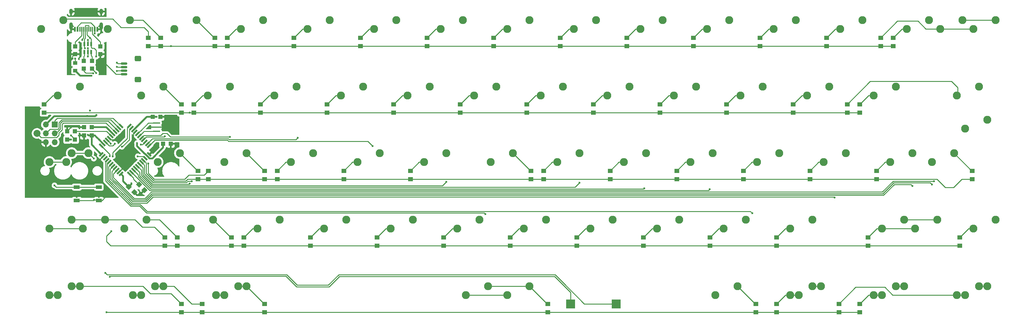
<source format=gbr>
G04 #@! TF.GenerationSoftware,KiCad,Pcbnew,(5.99.0-10216-g675444a646)*
G04 #@! TF.CreationDate,2021-04-25T23:19:06+08:00*
G04 #@! TF.ProjectId,plain60-flex-edition,706c6169-6e36-4302-9d66-6c65782d6564,rev?*
G04 #@! TF.SameCoordinates,Original*
G04 #@! TF.FileFunction,Copper,L2,Bot*
G04 #@! TF.FilePolarity,Positive*
%FSLAX46Y46*%
G04 Gerber Fmt 4.6, Leading zero omitted, Abs format (unit mm)*
G04 Created by KiCad (PCBNEW (5.99.0-10216-g675444a646)) date 2021-04-25 23:19:06*
%MOMM*%
%LPD*%
G01*
G04 APERTURE LIST*
G04 Aperture macros list*
%AMRoundRect*
0 Rectangle with rounded corners*
0 $1 Rounding radius*
0 $2 $3 $4 $5 $6 $7 $8 $9 X,Y pos of 4 corners*
0 Add a 4 corners polygon primitive as box body*
4,1,4,$2,$3,$4,$5,$6,$7,$8,$9,$2,$3,0*
0 Add four circle primitives for the rounded corners*
1,1,$1+$1,$2,$3*
1,1,$1+$1,$4,$5*
1,1,$1+$1,$6,$7*
1,1,$1+$1,$8,$9*
0 Add four rect primitives between the rounded corners*
20,1,$1+$1,$2,$3,$4,$5,0*
20,1,$1+$1,$4,$5,$6,$7,0*
20,1,$1+$1,$6,$7,$8,$9,0*
20,1,$1+$1,$8,$9,$2,$3,0*%
%AMRotRect*
0 Rectangle, with rotation*
0 The origin of the aperture is its center*
0 $1 length*
0 $2 width*
0 $3 Rotation angle, in degrees counterclockwise*
0 Add horizontal line*
21,1,$1,$2,0,0,$3*%
G04 Aperture macros list end*
G04 #@! TA.AperFunction,ComponentPad*
%ADD10C,2.286000*%
G04 #@! TD*
G04 #@! TA.AperFunction,SMDPad,CuDef*
%ADD11R,1.400000X1.200000*%
G04 #@! TD*
G04 #@! TA.AperFunction,SMDPad,CuDef*
%ADD12RotRect,1.500000X0.550000X315.000000*%
G04 #@! TD*
G04 #@! TA.AperFunction,SMDPad,CuDef*
%ADD13RotRect,1.500000X0.550000X225.000000*%
G04 #@! TD*
G04 #@! TA.AperFunction,SMDPad,CuDef*
%ADD14R,2.000000X0.400000*%
G04 #@! TD*
G04 #@! TA.AperFunction,SMDPad,CuDef*
%ADD15R,1.700000X1.000000*%
G04 #@! TD*
G04 #@! TA.AperFunction,SMDPad,CuDef*
%ADD16RotRect,1.200000X1.300000X135.000000*%
G04 #@! TD*
G04 #@! TA.AperFunction,ComponentPad*
%ADD17C,2.000000*%
G04 #@! TD*
G04 #@! TA.AperFunction,SMDPad,CuDef*
%ADD18R,1.300000X1.200000*%
G04 #@! TD*
G04 #@! TA.AperFunction,SMDPad,CuDef*
%ADD19R,0.600000X1.450000*%
G04 #@! TD*
G04 #@! TA.AperFunction,SMDPad,CuDef*
%ADD20R,0.300000X1.450000*%
G04 #@! TD*
G04 #@! TA.AperFunction,ComponentPad*
%ADD21O,1.000000X2.100000*%
G04 #@! TD*
G04 #@! TA.AperFunction,ComponentPad*
%ADD22O,1.000000X1.600000*%
G04 #@! TD*
G04 #@! TA.AperFunction,SMDPad,CuDef*
%ADD23R,1.200000X1.250000*%
G04 #@! TD*
G04 #@! TA.AperFunction,SMDPad,CuDef*
%ADD24R,1.300000X1.000000*%
G04 #@! TD*
G04 #@! TA.AperFunction,SMDPad,CuDef*
%ADD25R,1.200000X1.300000*%
G04 #@! TD*
G04 #@! TA.AperFunction,SMDPad,CuDef*
%ADD26R,0.600000X1.200000*%
G04 #@! TD*
G04 #@! TA.AperFunction,ComponentPad*
%ADD27R,1.700000X1.700000*%
G04 #@! TD*
G04 #@! TA.AperFunction,ComponentPad*
%ADD28O,1.700000X1.700000*%
G04 #@! TD*
G04 #@! TA.AperFunction,SMDPad,CuDef*
%ADD29RoundRect,0.150000X-0.775000X0.150000X-0.775000X-0.150000X0.775000X-0.150000X0.775000X0.150000X0*%
G04 #@! TD*
G04 #@! TA.AperFunction,SMDPad,CuDef*
%ADD30RoundRect,0.332800X-0.567200X0.467200X-0.567200X-0.467200X0.567200X-0.467200X0.567200X0.467200X0*%
G04 #@! TD*
G04 #@! TA.AperFunction,SMDPad,CuDef*
%ADD31R,2.500000X2.500000*%
G04 #@! TD*
G04 #@! TA.AperFunction,SMDPad,CuDef*
%ADD32RotRect,1.200000X1.250000X135.000000*%
G04 #@! TD*
G04 #@! TA.AperFunction,ViaPad*
%ADD33C,0.600000*%
G04 #@! TD*
G04 #@! TA.AperFunction,Conductor*
%ADD34C,0.250000*%
G04 #@! TD*
G04 #@! TA.AperFunction,Conductor*
%ADD35C,0.500000*%
G04 #@! TD*
G04 APERTURE END LIST*
D10*
X78740000Y-23495000D03*
X72390000Y-26035000D03*
X97790000Y-23495000D03*
X91440000Y-26035000D03*
X154940000Y-23495000D03*
X148590000Y-26035000D03*
X173990000Y-23495000D03*
X167640000Y-26035000D03*
X40640000Y-23495000D03*
X34290000Y-26035000D03*
X135890000Y-23495000D03*
X129540000Y-26035000D03*
X116840000Y-23495000D03*
X110490000Y-26035000D03*
X59690000Y-23495000D03*
X53340000Y-26035000D03*
X16827500Y-23495000D03*
X10477500Y-26035000D03*
X269240000Y-4445000D03*
X262890000Y-6985000D03*
X145415000Y-4445000D03*
X139065000Y-6985000D03*
X183515000Y-4445000D03*
X177165000Y-6985000D03*
X259715000Y-4445000D03*
X253365000Y-6985000D03*
X88265000Y-4445000D03*
X81915000Y-6985000D03*
X240665000Y-4445000D03*
X234315000Y-6985000D03*
X221615000Y-4445000D03*
X215265000Y-6985000D03*
X202565000Y-4445000D03*
X196215000Y-6985000D03*
X164465000Y-4445000D03*
X158115000Y-6985000D03*
X126365000Y-4445000D03*
X120015000Y-6985000D03*
X107315000Y-4445000D03*
X100965000Y-6985000D03*
X69215000Y-4445000D03*
X62865000Y-6985000D03*
X31115000Y-4445000D03*
X24765000Y-6985000D03*
X12065000Y-4445000D03*
X5715000Y-6985000D03*
X50165000Y-4445000D03*
X43815000Y-6985000D03*
X40640000Y-80645000D03*
X34290000Y-83185000D03*
X204946250Y-80645000D03*
X198596250Y-83185000D03*
X150177500Y-61595000D03*
X143827500Y-64135000D03*
X252571460Y-61595056D03*
X246221460Y-64135056D03*
X14446250Y-42545000D03*
X8096250Y-45085000D03*
X226377500Y-61595000D03*
X220027500Y-64135000D03*
X169227500Y-61595000D03*
X162877500Y-64135000D03*
X207327500Y-61595000D03*
X200977500Y-64135000D03*
X131127500Y-61595000D03*
X124777500Y-64135000D03*
X188277500Y-61595000D03*
X181927500Y-64135000D03*
X16827500Y-80645000D03*
X10477500Y-83185000D03*
X14446250Y-61595000D03*
X8096250Y-64135000D03*
X278765000Y-4445000D03*
X272415000Y-6985000D03*
X276383750Y-80645072D03*
X270033750Y-83185072D03*
X252571250Y-80645000D03*
X246221250Y-83185000D03*
X250190000Y-23495000D03*
X243840000Y-26035000D03*
X54927500Y-61595000D03*
X48577500Y-64135000D03*
X193040000Y-23495000D03*
X186690000Y-26035000D03*
X121602500Y-42545000D03*
X115252500Y-45085000D03*
X64452500Y-42545000D03*
X58102500Y-45085000D03*
X62071250Y-80645000D03*
X55721250Y-83185000D03*
X266858750Y-42545000D03*
X260508750Y-45085000D03*
X228758750Y-80645000D03*
X222408750Y-83185000D03*
X278765000Y-61595000D03*
X272415000Y-64135000D03*
X178752500Y-42545000D03*
X172402500Y-45085000D03*
X14446250Y-80645000D03*
X8096250Y-83185000D03*
X274002500Y-23495000D03*
X267652500Y-26035000D03*
X231140000Y-23495000D03*
X224790000Y-26035000D03*
X64452500Y-80645000D03*
X58102500Y-83185000D03*
X93027500Y-61595000D03*
X86677500Y-64135000D03*
X83502500Y-42545000D03*
X77152500Y-45085000D03*
X35877500Y-61595000D03*
X29527500Y-64135000D03*
X254952500Y-42545000D03*
X248602500Y-45085000D03*
X159702500Y-42545000D03*
X153352500Y-45085000D03*
X102552500Y-42545000D03*
X96202500Y-45085000D03*
X45402500Y-42545000D03*
X39052500Y-45085000D03*
X197802500Y-42545000D03*
X191452500Y-45085000D03*
X23971250Y-61595000D03*
X17621250Y-64135000D03*
X235902500Y-42545000D03*
X229552500Y-45085000D03*
X216852500Y-42545000D03*
X210502500Y-45085000D03*
X212090000Y-23495000D03*
X205740000Y-26035000D03*
X140652500Y-42545000D03*
X134302500Y-45085000D03*
X19208750Y-42545000D03*
X12858750Y-45085000D03*
X112077500Y-61595000D03*
X105727500Y-64135000D03*
X250190000Y-80645000D03*
X243840000Y-83185000D03*
X38258750Y-80645000D03*
X31908750Y-83185000D03*
X73977500Y-61595000D03*
X67627500Y-64135000D03*
X226377500Y-80645000D03*
X220027500Y-83185000D03*
X274002728Y-80645072D03*
X267652728Y-83185072D03*
X262096468Y-61595000D03*
X255746468Y-64135000D03*
X133508750Y-80645000D03*
X127158750Y-83185000D03*
X145415000Y-80645000D03*
X139065000Y-83185000D03*
X276383980Y-33020000D03*
X270033980Y-35560000D03*
D11*
X239911139Y-88115698D03*
X239911139Y-85715698D03*
X216098619Y-88115698D03*
X216098619Y-85715698D03*
X210145489Y-88115698D03*
X210145489Y-85715698D03*
X150614189Y-88115698D03*
X150614189Y-85715698D03*
X69651621Y-88115698D03*
X69651621Y-85715698D03*
X268486163Y-69065682D03*
X268486163Y-66665682D03*
X242292391Y-69065682D03*
X242292391Y-66665682D03*
X216098619Y-69065682D03*
X216098619Y-66665682D03*
X197048603Y-69065682D03*
X197048603Y-66665682D03*
X139898555Y-69065682D03*
X139898555Y-66665682D03*
X101798523Y-69065682D03*
X101798523Y-66665682D03*
X82748507Y-69065682D03*
X82748507Y-66665682D03*
X220861123Y-30965650D03*
X220861123Y-28565650D03*
X225623627Y-50015666D03*
X225623627Y-47615666D03*
X49410979Y-30965650D03*
X49410979Y-28565650D03*
X182761091Y-30965650D03*
X182761091Y-28565650D03*
X206573611Y-50015666D03*
X206573611Y-47615666D03*
X111323531Y-50015666D03*
X111323531Y-47615666D03*
X53578170Y-50015666D03*
X53578170Y-47615666D03*
X187523595Y-50015666D03*
X187523595Y-47615666D03*
X145851685Y-50015666D03*
X145851685Y-47615666D03*
X50601605Y-50015666D03*
X50601605Y-47615666D03*
X73223499Y-50015666D03*
X73223499Y-47615666D03*
X106561027Y-30965650D03*
X106561027Y-28565650D03*
X201811107Y-30965650D03*
X201811107Y-28565650D03*
X125611043Y-30965650D03*
X125611043Y-28565650D03*
X163711075Y-30965650D03*
X163711075Y-28565650D03*
X244673643Y-50015666D03*
X244673643Y-47615666D03*
X149423563Y-50015666D03*
X149423563Y-47615666D03*
X92273515Y-50015666D03*
X92273515Y-47615666D03*
X60126613Y-69065682D03*
X60126613Y-66665682D03*
X158948571Y-69065682D03*
X158948571Y-66665682D03*
X272058041Y-50015666D03*
X272058041Y-47615666D03*
X51792231Y-88115698D03*
X51792231Y-85715698D03*
X168473579Y-50015666D03*
X168473579Y-47615666D03*
X87511011Y-30965650D03*
X87511011Y-28565650D03*
X239911139Y-30965650D03*
X239911139Y-28565650D03*
X69651621Y-50015666D03*
X69651621Y-47615666D03*
X144661059Y-30965650D03*
X144661059Y-28565650D03*
X177998587Y-69065682D03*
X177998587Y-66665682D03*
X120848539Y-69065682D03*
X120848539Y-66665682D03*
X68460995Y-30965650D03*
X68460995Y-28565650D03*
D12*
X22906714Y-40469828D03*
X23472400Y-39904143D03*
X24038085Y-39338458D03*
X24603770Y-38772772D03*
X25169456Y-38207087D03*
X25735141Y-37641401D03*
X26300827Y-37075716D03*
X26866512Y-36510030D03*
X27432198Y-35944345D03*
X27997883Y-35378660D03*
X28563568Y-34812974D03*
D13*
X30967732Y-34812974D03*
X31533417Y-35378660D03*
X32099102Y-35944345D03*
X32664788Y-36510030D03*
X33230473Y-37075716D03*
X33796159Y-37641401D03*
X34361844Y-38207087D03*
X34927530Y-38772772D03*
X35493215Y-39338458D03*
X36058900Y-39904143D03*
X36624586Y-40469828D03*
D12*
X36624586Y-42873992D03*
X36058900Y-43439677D03*
X35493215Y-44005362D03*
X34927530Y-44571048D03*
X34361844Y-45136733D03*
X33796159Y-45702419D03*
X33230473Y-46268104D03*
X32664788Y-46833790D03*
X32099102Y-47399475D03*
X31533417Y-47965160D03*
X30967732Y-48530846D03*
D13*
X28563568Y-48530846D03*
X27997883Y-47965160D03*
X27432198Y-47399475D03*
X26866512Y-46833790D03*
X26300827Y-46268104D03*
X25735141Y-45702419D03*
X25169456Y-45136733D03*
X24603770Y-44571048D03*
X24038085Y-44005362D03*
X23472400Y-43439677D03*
X22906714Y-42873992D03*
D14*
X38695345Y-36323467D03*
X38695345Y-33923467D03*
X38695345Y-35123467D03*
D15*
X22200016Y-56073483D03*
X15900016Y-56073483D03*
X15900016Y-52273483D03*
X22200016Y-52273483D03*
D16*
X35267505Y-53126895D03*
X33711871Y-51571261D03*
D11*
X173236083Y-11915634D03*
X173236083Y-9515634D03*
X249436147Y-11915634D03*
X249436147Y-9515634D03*
X154186067Y-11915634D03*
X154186067Y-9515634D03*
X230386131Y-11915634D03*
X230386131Y-9515634D03*
X192286099Y-11915634D03*
X192286099Y-9515634D03*
X245864269Y-11915634D03*
X245864269Y-9515634D03*
X45839101Y-30965650D03*
X45839101Y-28565650D03*
X6548443Y-30965650D03*
X6548443Y-28565650D03*
X211336115Y-11915634D03*
X211336115Y-9515634D03*
X116086035Y-11915634D03*
X116086035Y-9515634D03*
X55364109Y-11915634D03*
X55364109Y-9515634D03*
X77986003Y-11915634D03*
X77986003Y-9515634D03*
X135136051Y-11915634D03*
X135136051Y-9515634D03*
X97036019Y-11915634D03*
X97036019Y-9515634D03*
X58935987Y-11915634D03*
X58935987Y-9515634D03*
D17*
X4524382Y-36909406D03*
D11*
X233958009Y-88115698D03*
X233958009Y-85715698D03*
D18*
X17859390Y-18364077D03*
X17859390Y-16164077D03*
D19*
X15343000Y-7075000D03*
X16118000Y-7075000D03*
D20*
X16818000Y-7075000D03*
X17318000Y-7075000D03*
X17818000Y-7075000D03*
X18318000Y-7075000D03*
X18818000Y-7075000D03*
X19318000Y-7075000D03*
X19818000Y-7075000D03*
X20318000Y-7075000D03*
D19*
X21018000Y-7075000D03*
X21793000Y-7075000D03*
D21*
X22888000Y-6160000D03*
X14248000Y-6160000D03*
D22*
X22888000Y-1980000D03*
X14248000Y-1980000D03*
D11*
X63698491Y-69065682D03*
X63698491Y-66665682D03*
D23*
X39795345Y-32146902D03*
X37595345Y-32146902D03*
X17950016Y-37504719D03*
X20150016Y-37504719D03*
D11*
X41076597Y-69065682D03*
X41076597Y-66665682D03*
X236339261Y-30965650D03*
X236339261Y-28565650D03*
D24*
X15478138Y-18959390D03*
X15478138Y-16759390D03*
D11*
X36314093Y-11915634D03*
X36314093Y-9515634D03*
X44648475Y-69065682D03*
X44648475Y-66665682D03*
D18*
X20240642Y-16164077D03*
X20240642Y-18364077D03*
D23*
X15387512Y-36314093D03*
X13187512Y-36314093D03*
X42771910Y-39885971D03*
X40571910Y-39885971D03*
D25*
X15387512Y-38695345D03*
X13187512Y-38695345D03*
D18*
X22621894Y-11996886D03*
X22621894Y-14196886D03*
D11*
X39885971Y-11915634D03*
X39885971Y-9515634D03*
X45839101Y-88115698D03*
X45839101Y-85715698D03*
D26*
X18100016Y-11351573D03*
X19050016Y-11351573D03*
X20000016Y-11351573D03*
X20000016Y-13651573D03*
X19050016Y-13651573D03*
X18100016Y-13651573D03*
D27*
X9604382Y-34369406D03*
D28*
X7064382Y-34369406D03*
X9604382Y-36909406D03*
X7064382Y-36909406D03*
X9604382Y-39449406D03*
X7064382Y-39449406D03*
D18*
X15478138Y-14196886D03*
X15478138Y-11996886D03*
D29*
X29401589Y-16954703D03*
X29401589Y-17954703D03*
X29401589Y-18954703D03*
X29401589Y-19954703D03*
D30*
X33426589Y-15454703D03*
X33426589Y-21454703D03*
D31*
X157211075Y-85725072D03*
X170211075Y-85725072D03*
D23*
X17950016Y-35123467D03*
X20150016Y-35123467D03*
D32*
X32329406Y-53760674D03*
X30773772Y-52205040D03*
D33*
X232687887Y-55284613D03*
X209137250Y-59785250D03*
X132746750Y-59975750D03*
X40481284Y-35123467D03*
X32146902Y-38695345D03*
X20835955Y-55959422D03*
X19050016Y-10150008D03*
X14287512Y-35123467D03*
X19050016Y-50601605D03*
X16668764Y-35123467D03*
X27384398Y-38100032D03*
X24080489Y-76881145D03*
X17859390Y-39290658D03*
X29170337Y-46434414D03*
X25598459Y-53578170D03*
X33932841Y-54173483D03*
X19645329Y-30340650D03*
X16668764Y-36939093D03*
X42624414Y-42862536D03*
X14678135Y-15478138D03*
X23217207Y-16162513D03*
X43457849Y-32742215D03*
X37504719Y-42267223D03*
X22621894Y-45243788D03*
X23812520Y-16668764D03*
X33128754Y-34914693D03*
X19050016Y-37340647D03*
X33128754Y-39677197D03*
X31551589Y-51196918D03*
X14287512Y-38695345D03*
X20135603Y-20346163D03*
X21546884Y-31603126D03*
X38100032Y-43457849D03*
X35183552Y-42564329D03*
X22263602Y-38695345D03*
X18881229Y-31928125D03*
X24943891Y-35718780D03*
X21431268Y-35123467D03*
X38695345Y-32146902D03*
X48220353Y-51265666D03*
X42853162Y-11915634D03*
X48815666Y-50640666D03*
X48210979Y-30965650D03*
X20776434Y-44112683D03*
X36357881Y-45525698D03*
X33337528Y-43457849D03*
X25780499Y-64889117D03*
X24407833Y-88106324D03*
X25351828Y-43415908D03*
X34250052Y-40139041D03*
X41076597Y-37766342D03*
X59690000Y-37941332D03*
X79117081Y-38159580D03*
X100548341Y-40540840D03*
X121602500Y-50760253D03*
X159702500Y-51038302D03*
X178216771Y-52605728D03*
X196969123Y-52903377D03*
X254952500Y-51950767D03*
X260508750Y-51553887D03*
X261133750Y-50640666D03*
X27384398Y-17859390D03*
X17475016Y-10120321D03*
X19645329Y-9525008D03*
X21431268Y-14912512D03*
X18250013Y-12501573D03*
X27384398Y-19050016D03*
X28821654Y-40727915D03*
X14287512Y-37504719D03*
X9525008Y-51792231D03*
X19050016Y-14882825D03*
X19050016Y-12501573D03*
X27384398Y-16668764D03*
X15478138Y-15478138D03*
X21033763Y-8243619D03*
X20589324Y-19687270D03*
X25598459Y-39856284D03*
X26789085Y-39885971D03*
X21431268Y-19645329D03*
X26193772Y-43457849D03*
X25360337Y-77986003D03*
D34*
X232476287Y-55073013D02*
X232687887Y-55284613D01*
X35968801Y-56845341D02*
X37741129Y-55073013D01*
X33151128Y-56845341D02*
X35968801Y-56845341D01*
X232476287Y-55073013D02*
X232476776Y-55073502D01*
X37741129Y-55073013D02*
X232476287Y-55073013D01*
X33151128Y-56845341D02*
X33151128Y-56845831D01*
X35995985Y-59240480D02*
X208592480Y-59240480D01*
X34050856Y-57295351D02*
X35995985Y-59240480D01*
X25218608Y-50981456D02*
X31532506Y-57295351D01*
X25110201Y-45136733D02*
X24569672Y-45677262D01*
X25169456Y-45136733D02*
X25110201Y-45136733D01*
X24569672Y-45677262D02*
X24569672Y-50332520D01*
X31532506Y-57295351D02*
X34050856Y-57295351D01*
X24569672Y-50332520D02*
X25218608Y-50981456D01*
X208592480Y-59240480D02*
X209137250Y-59785250D01*
X35809787Y-59690000D02*
X132461000Y-59690000D01*
X33865148Y-57745361D02*
X35809787Y-59690000D01*
X24119662Y-45055156D02*
X24119662Y-50518918D01*
X24119662Y-50518918D02*
X31346106Y-57745361D01*
X24603770Y-44571048D02*
X24119662Y-45055156D01*
X132461000Y-59690000D02*
X132746750Y-59975750D01*
X31346106Y-57745361D02*
X33865148Y-57745361D01*
X17950016Y-39200032D02*
X17859390Y-39290658D01*
X23103146Y-56073483D02*
X25598459Y-53578170D01*
X35267505Y-53126895D02*
X34979429Y-53126895D01*
X25169456Y-38207087D02*
X25657714Y-38695345D01*
X22200016Y-56073483D02*
X23103146Y-56073483D01*
X20721894Y-56073483D02*
X20835955Y-55959422D01*
X38695345Y-35123467D02*
X40481284Y-35123467D01*
X13187512Y-36314093D02*
X13187512Y-36223467D01*
X32664788Y-36510030D02*
X32146902Y-37027916D01*
X23217207Y-16162513D02*
X23306269Y-16162513D01*
X20835955Y-55959422D02*
X22085955Y-55959422D01*
X17234390Y-37504719D02*
X16668764Y-36939093D01*
X36624586Y-42873992D02*
X36140477Y-42389883D01*
X17950016Y-37504719D02*
X17234390Y-37504719D01*
X36897950Y-42873992D02*
X37504719Y-42267223D01*
X87868202Y-80367255D02*
X90844767Y-77390690D01*
X34979429Y-53126895D02*
X33932841Y-54173483D01*
X78938507Y-80367255D02*
X87868202Y-80367255D01*
X73551002Y-77361002D02*
X75932254Y-77361002D01*
X170211075Y-85725072D02*
X161091701Y-85725072D01*
X36624586Y-42873992D02*
X36897950Y-42873992D01*
X170211075Y-85725072D02*
X161309510Y-85725072D01*
X17950016Y-35123467D02*
X16668764Y-35123467D01*
X24560346Y-77361002D02*
X24080489Y-76881145D01*
X26793235Y-38691195D02*
X27384398Y-38100032D01*
X17950016Y-37504719D02*
X17950016Y-39200032D01*
X23472400Y-43439677D02*
X22621894Y-44290183D01*
X90844767Y-77390690D02*
X152757319Y-77390690D01*
X22621894Y-44290183D02*
X22621894Y-45243788D01*
X19050016Y-11351573D02*
X19050016Y-10150008D01*
X25653564Y-38691195D02*
X26793235Y-38691195D01*
X14678135Y-14684389D02*
X14678135Y-15478138D01*
X29170337Y-46792706D02*
X29170337Y-46434414D01*
X25169456Y-38207087D02*
X25653564Y-38691195D01*
X23306269Y-16162513D02*
X23812520Y-16668764D01*
X27997883Y-47965160D02*
X29170337Y-46792706D01*
X13187512Y-36223467D02*
X14287512Y-35123467D01*
X15478138Y-13884386D02*
X14678135Y-14684389D01*
X22085955Y-55959422D02*
X22200016Y-56073483D01*
X161091701Y-85725072D02*
X155138571Y-79771942D01*
X27098459Y-19954703D02*
X23812520Y-16668764D01*
X75932254Y-77361002D02*
X78938507Y-80367255D01*
X15900016Y-56073483D02*
X20721894Y-56073483D01*
X73551002Y-77361002D02*
X24560346Y-77361002D01*
X29401589Y-19954703D02*
X27098459Y-19954703D01*
X32146902Y-37027916D02*
X32146902Y-38695345D01*
X152757319Y-77390690D02*
X155138571Y-79771942D01*
D35*
X9455673Y-31978115D02*
X7064382Y-34369406D01*
X12670360Y-31978115D02*
X21171895Y-31978115D01*
X21431268Y-35123467D02*
X24348578Y-35123467D01*
X22263602Y-38695345D02*
X23472400Y-39904143D01*
X39171597Y-42386284D02*
X38100032Y-43457849D01*
X20150016Y-37504719D02*
X19214088Y-37504719D01*
X35896545Y-32146902D02*
X33128754Y-34914693D01*
X15478138Y-18959390D02*
X16227700Y-19708952D01*
X21549778Y-37981522D02*
X21549779Y-37981522D01*
X21549778Y-37981522D02*
X22263602Y-38695345D01*
X33128754Y-40509531D02*
X33128754Y-39677197D01*
X37509095Y-44048786D02*
X38100032Y-43457849D01*
X35183552Y-42564329D02*
X33128754Y-40509531D01*
X30773772Y-52205040D02*
X29170337Y-50601605D01*
X11241612Y-31978115D02*
X12670360Y-31978115D01*
X36058900Y-43439677D02*
X35183552Y-42564329D01*
X31551589Y-51196918D02*
X31551589Y-51427223D01*
X24943891Y-35718780D02*
X26300827Y-37075716D01*
X20432829Y-35123467D02*
X21431268Y-35123467D01*
X37595345Y-32146902D02*
X38695345Y-32146902D01*
X37595345Y-32146902D02*
X35896545Y-32146902D01*
X21072976Y-37504719D02*
X21549778Y-37981522D01*
X32099102Y-35944345D02*
X33128754Y-34914693D01*
X31551589Y-51427223D02*
X30773772Y-52205040D01*
X16227700Y-19708952D02*
X16864911Y-20346163D01*
X19214088Y-37504719D02*
X19050016Y-37340647D01*
X40571910Y-40985971D02*
X39171597Y-42386284D01*
X22906714Y-42873992D02*
X20150016Y-40117294D01*
X29170337Y-50601605D02*
X29170337Y-49137615D01*
X21549779Y-37981522D02*
X21847435Y-38279178D01*
X20432829Y-37504719D02*
X21072976Y-37504719D01*
X11836925Y-31978115D02*
X12670360Y-31978115D01*
X11241612Y-31978115D02*
X9455673Y-31978115D01*
X36668009Y-44048786D02*
X37509095Y-44048786D01*
X36058900Y-43439677D02*
X36668009Y-44048786D01*
X40571910Y-39885971D02*
X40571910Y-40985971D01*
X29170337Y-49137615D02*
X28563568Y-48530846D01*
X16864911Y-20346163D02*
X20135603Y-20346163D01*
X33337528Y-40718305D02*
X36058900Y-43439677D01*
X21171895Y-31978115D02*
X21546884Y-31603126D01*
X24348578Y-35123467D02*
X24943891Y-35718780D01*
X20150016Y-40117294D02*
X20150016Y-37504719D01*
X20432829Y-35123467D02*
X20240642Y-35123467D01*
X13187512Y-38695345D02*
X14287512Y-38695345D01*
D34*
X33796159Y-45702419D02*
X34832861Y-46739121D01*
X116086035Y-11915634D02*
X135136051Y-11915634D01*
X39885971Y-11915634D02*
X42853162Y-11915634D01*
X77986003Y-11915634D02*
X97036019Y-11915634D01*
X230386131Y-11915634D02*
X245864269Y-11915634D01*
X36314093Y-11915634D02*
X38109406Y-11915634D01*
X97036019Y-11915634D02*
X116086035Y-11915634D01*
X55364109Y-11915634D02*
X58935987Y-11915634D01*
X245864269Y-11915634D02*
X249436147Y-11915634D01*
X37554554Y-51440657D02*
X48045362Y-51440657D01*
X42853162Y-11915634D02*
X55364109Y-11915634D01*
X34832861Y-46739121D02*
X34832861Y-48718964D01*
X173236083Y-11915634D02*
X192286099Y-11915634D01*
X192286099Y-11915634D02*
X211336115Y-11915634D01*
X34832861Y-48718964D02*
X37554554Y-51440657D01*
X58935987Y-11915634D02*
X77986003Y-11915634D01*
X211336115Y-11915634D02*
X230386131Y-11915634D01*
X154186067Y-11915634D02*
X173236083Y-11915634D01*
X135136051Y-11915634D02*
X154186067Y-11915634D01*
X38109406Y-11915634D02*
X39885971Y-11915634D01*
X48045362Y-51440657D02*
X48220353Y-51265666D01*
X35123467Y-6548443D02*
X28575024Y-6548443D01*
X12342809Y-4167191D02*
X12065000Y-4445000D01*
X26193772Y-4167191D02*
X12342809Y-4167191D01*
X28575024Y-6548443D02*
X26193772Y-4167191D01*
X36314093Y-7739069D02*
X35123467Y-6548443D01*
X36314093Y-9515634D02*
X36314093Y-7739069D01*
X34815337Y-4445000D02*
X31115000Y-4445000D01*
X39885971Y-9515634D02*
X34815337Y-4445000D01*
X55364109Y-9515634D02*
X55235634Y-9515634D01*
X55235634Y-9515634D02*
X50165000Y-4445000D01*
X58935987Y-9515634D02*
X61466621Y-6985000D01*
X61466621Y-6985000D02*
X62865000Y-6985000D01*
X77986003Y-9515634D02*
X80516637Y-6985000D01*
X80516637Y-6985000D02*
X81915000Y-6985000D01*
X97036019Y-9515634D02*
X99566653Y-6985000D01*
X99566653Y-6985000D02*
X100965000Y-6985000D01*
X116086035Y-9515634D02*
X118616669Y-6985000D01*
X118616669Y-6985000D02*
X120015000Y-6985000D01*
X135136051Y-9515634D02*
X137666685Y-6985000D01*
X137666685Y-6985000D02*
X139065000Y-6985000D01*
X154186067Y-9515634D02*
X156716701Y-6985000D01*
X156716701Y-6985000D02*
X158115000Y-6985000D01*
X173236083Y-9515634D02*
X175766717Y-6985000D01*
X175766717Y-6985000D02*
X177165000Y-6985000D01*
X192286099Y-9515634D02*
X194816733Y-6985000D01*
X194816733Y-6985000D02*
X196215000Y-6985000D01*
X211336115Y-9515634D02*
X213866749Y-6985000D01*
X213866749Y-6985000D02*
X215265000Y-6985000D01*
X230386131Y-9515634D02*
X232916765Y-6985000D01*
X232916765Y-6985000D02*
X234315000Y-6985000D01*
X251966781Y-6985000D02*
X253365000Y-6985000D01*
X249436147Y-9515634D02*
X251966781Y-6985000D01*
X272415000Y-6985000D02*
X262890000Y-6985000D01*
X256579903Y-4762504D02*
X253603338Y-4762504D01*
X262890000Y-6985000D02*
X258802399Y-6985000D01*
X258802399Y-6985000D02*
X256579903Y-4762504D01*
X250617399Y-4762504D02*
X253603338Y-4762504D01*
X245864269Y-9515634D02*
X250617399Y-4762504D01*
X9079093Y-26035000D02*
X10477500Y-26035000D01*
X6548443Y-28565650D02*
X9079093Y-26035000D01*
X182761091Y-30965650D02*
X201811107Y-30965650D01*
X47314120Y-50990647D02*
X47664101Y-50640666D01*
X201811107Y-30965650D02*
X220861123Y-30965650D01*
X47664101Y-50640666D02*
X48815666Y-50640666D01*
X37740954Y-50990647D02*
X47314120Y-50990647D01*
X220861123Y-30965650D02*
X236339261Y-30965650D01*
X49410979Y-30965650D02*
X68460995Y-30965650D01*
X34361844Y-45136733D02*
X35282871Y-46057760D01*
X87511011Y-30965650D02*
X106561027Y-30965650D01*
X236339261Y-30965650D02*
X239911139Y-30965650D01*
X48210979Y-30965650D02*
X49410979Y-30965650D01*
X163711075Y-30965650D02*
X182761091Y-30965650D01*
X144661059Y-30965650D02*
X163711075Y-30965650D01*
X125611043Y-30965650D02*
X144661059Y-30965650D01*
X45839101Y-30965650D02*
X48210979Y-30965650D01*
X106561027Y-30965650D02*
X125611043Y-30965650D01*
X68460995Y-30965650D02*
X87511011Y-30965650D01*
X35282871Y-46057760D02*
X35282871Y-48532564D01*
X35282871Y-48532564D02*
X37740954Y-50990647D01*
X6548443Y-30965650D02*
X45839101Y-30965650D01*
X45839101Y-28565650D02*
X45710650Y-28565650D01*
X45710650Y-28565650D02*
X40640000Y-23495000D01*
X51941629Y-26035000D02*
X53340000Y-26035000D01*
X49410979Y-28565650D02*
X51941629Y-26035000D01*
X70991645Y-26035000D02*
X72390000Y-26035000D01*
X68460995Y-28565650D02*
X70991645Y-26035000D01*
X90041661Y-26035000D02*
X91440000Y-26035000D01*
X87511011Y-28565650D02*
X90041661Y-26035000D01*
X106561027Y-28565650D02*
X109091677Y-26035000D01*
X109091677Y-26035000D02*
X110490000Y-26035000D01*
X125611043Y-28565650D02*
X128141693Y-26035000D01*
X128141693Y-26035000D02*
X129540000Y-26035000D01*
X144661059Y-28565650D02*
X147191709Y-26035000D01*
X147191709Y-26035000D02*
X148590000Y-26035000D01*
X163711075Y-28565650D02*
X166241725Y-26035000D01*
X166241725Y-26035000D02*
X167640000Y-26035000D01*
X182761091Y-28565650D02*
X185291741Y-26035000D01*
X185291741Y-26035000D02*
X186690000Y-26035000D01*
X201811107Y-28565650D02*
X204341757Y-26035000D01*
X204341757Y-26035000D02*
X205740000Y-26035000D01*
X223391773Y-26035000D02*
X224790000Y-26035000D01*
X220861123Y-28565650D02*
X223391773Y-26035000D01*
X242441789Y-26035000D02*
X243840000Y-26035000D01*
X239911139Y-28565650D02*
X242441789Y-26035000D01*
X236339261Y-28565650D02*
X242877912Y-22026999D01*
X266139391Y-22026999D02*
X267907881Y-23795489D01*
X264914703Y-22026999D02*
X266139391Y-22026999D01*
X242877912Y-22026999D02*
X264914703Y-22026999D01*
X267907881Y-23795489D02*
X267907881Y-26035000D01*
X187523595Y-50015666D02*
X206573611Y-50015666D01*
X145851685Y-50015666D02*
X149423563Y-50015666D01*
X206573611Y-50015666D02*
X225623627Y-50015666D01*
X111323531Y-50015666D02*
X145851685Y-50015666D01*
X244673643Y-50015666D02*
X261947094Y-50015666D01*
X48825040Y-50015666D02*
X50601605Y-50015666D01*
X264318972Y-52387544D02*
X266700224Y-52387544D01*
X73223499Y-50015666D02*
X92273515Y-50015666D01*
X269072102Y-50015666D02*
X272058041Y-50015666D01*
X261947094Y-50015666D02*
X264318972Y-52387544D01*
X47127720Y-50540637D02*
X47652691Y-50015666D01*
X266700224Y-52387544D02*
X269072102Y-50015666D01*
X50601605Y-50015666D02*
X54173483Y-50015666D01*
X35732881Y-48346164D02*
X37927354Y-50540637D01*
X47652691Y-50015666D02*
X48825040Y-50015666D01*
X35732881Y-45376399D02*
X35732881Y-48346164D01*
X37927354Y-50540637D02*
X47127720Y-50540637D01*
X225623627Y-50015666D02*
X244673643Y-50015666D01*
X34927530Y-44571048D02*
X35732881Y-45376399D01*
X92273515Y-50015666D02*
X111323531Y-50015666D01*
X149423563Y-50015666D02*
X168473579Y-50015666D01*
X54173483Y-50015666D02*
X73223499Y-50015666D01*
X168473579Y-50015666D02*
X187523595Y-50015666D01*
X38029419Y-50006292D02*
X36357881Y-48334754D01*
X14446250Y-42545000D02*
X19208750Y-42545000D01*
X47982231Y-48815666D02*
X46791605Y-50006292D01*
X36357881Y-47343130D02*
X36357881Y-45525698D01*
X53578170Y-47615666D02*
X52378170Y-48815666D01*
X36357881Y-47343130D02*
X36357881Y-46488493D01*
X20776434Y-44112683D02*
X20861198Y-44197448D01*
X52378170Y-48815666D02*
X47982231Y-48815666D01*
X53568796Y-47615666D02*
X53578170Y-47615666D01*
X46791605Y-50006292D02*
X38029419Y-50006292D01*
X36357881Y-48334754D02*
X36357881Y-47343130D01*
X19208750Y-42545000D02*
X20776434Y-44112683D01*
X50473166Y-47615666D02*
X45402500Y-42545000D01*
X50601605Y-47615666D02*
X50473166Y-47615666D01*
X69651621Y-47615666D02*
X69523166Y-47615666D01*
X69523166Y-47615666D02*
X64452500Y-42545000D01*
X75754165Y-45085000D02*
X77152500Y-45085000D01*
X73223499Y-47615666D02*
X75754165Y-45085000D01*
X94804181Y-45085000D02*
X96202500Y-45085000D01*
X92273515Y-47615666D02*
X94804181Y-45085000D01*
X111323531Y-47615666D02*
X113854197Y-45085000D01*
X113854197Y-45085000D02*
X115252500Y-45085000D01*
X145723166Y-47615666D02*
X140652500Y-42545000D01*
X145851685Y-47615666D02*
X145723166Y-47615666D01*
X149423563Y-47615666D02*
X151954229Y-45085000D01*
X151954229Y-45085000D02*
X153352500Y-45085000D01*
X171004245Y-45085000D02*
X172402500Y-45085000D01*
X168473579Y-47615666D02*
X171004245Y-45085000D01*
X187523595Y-47615666D02*
X190054261Y-45085000D01*
X190054261Y-45085000D02*
X191452500Y-45085000D01*
X206573611Y-47615666D02*
X209104277Y-45085000D01*
X209104277Y-45085000D02*
X210502500Y-45085000D01*
X228154293Y-45085000D02*
X229552500Y-45085000D01*
X225623627Y-47615666D02*
X228154293Y-45085000D01*
X247204309Y-45085000D02*
X248602500Y-45085000D01*
X244673643Y-47615666D02*
X247204309Y-45085000D01*
X272058041Y-47615666D02*
X271929416Y-47615666D01*
X271929416Y-47615666D02*
X266858750Y-42545000D01*
X41076597Y-69065682D02*
X44648475Y-69065682D01*
X82748507Y-69065682D02*
X101798523Y-69065682D01*
X41076597Y-69065682D02*
X25607833Y-69065682D01*
X101798523Y-69065682D02*
X120848539Y-69065682D01*
X24407833Y-66261783D02*
X25780499Y-64889117D01*
X216098619Y-69065682D02*
X242292391Y-69065682D01*
X34975390Y-43487537D02*
X35493215Y-44005362D01*
X33367216Y-43487537D02*
X34975390Y-43487537D01*
X24407833Y-67865682D02*
X24407833Y-66261783D01*
X216098619Y-69065682D02*
X197048603Y-69065682D01*
X63698491Y-69065682D02*
X82748507Y-69065682D01*
X60126613Y-69065682D02*
X63698491Y-69065682D01*
X25607833Y-69065682D02*
X24407833Y-67865682D01*
X33337528Y-43457849D02*
X33367216Y-43487537D01*
X242292391Y-69065682D02*
X268486163Y-69065682D01*
X139898555Y-69065682D02*
X158948571Y-69065682D01*
X120848539Y-69065682D02*
X139898555Y-69065682D01*
X158948571Y-69065682D02*
X177998587Y-69065682D01*
X44648475Y-69065682D02*
X60126613Y-69065682D01*
X177998587Y-69065682D02*
X197048603Y-69065682D01*
X35123467Y-63698491D02*
X34641219Y-63698491D01*
X14446250Y-61595000D02*
X23971250Y-61595000D01*
X32537728Y-61595000D02*
X23971250Y-61595000D01*
X34641219Y-63698491D02*
X32537728Y-61595000D01*
X38109406Y-63698491D02*
X35123467Y-63698491D01*
X41076597Y-66665682D02*
X38109406Y-63698491D01*
X39577793Y-61595000D02*
X35877500Y-61595000D01*
X44648475Y-66665682D02*
X39577793Y-61595000D01*
X59998182Y-66665682D02*
X54927500Y-61595000D01*
X60126613Y-66665682D02*
X59998182Y-66665682D01*
X63698491Y-66665682D02*
X66229173Y-64135000D01*
X66229173Y-64135000D02*
X67627500Y-64135000D01*
X82748507Y-66665682D02*
X85279189Y-64135000D01*
X85279189Y-64135000D02*
X86677500Y-64135000D01*
X101798523Y-66665682D02*
X104329205Y-64135000D01*
X104329205Y-64135000D02*
X105727500Y-64135000D01*
X120848539Y-66665682D02*
X123379221Y-64135000D01*
X123379221Y-64135000D02*
X124777500Y-64135000D01*
X142429237Y-64135000D02*
X143827500Y-64135000D01*
X139898555Y-66665682D02*
X142429237Y-64135000D01*
X158948571Y-66665682D02*
X161479253Y-64135000D01*
X161479253Y-64135000D02*
X162877500Y-64135000D01*
X177998587Y-66665682D02*
X180529269Y-64135000D01*
X180529269Y-64135000D02*
X181927500Y-64135000D01*
X197048603Y-66665682D02*
X199579285Y-64135000D01*
X199579285Y-64135000D02*
X200977500Y-64135000D01*
X218629301Y-64135000D02*
X220027500Y-64135000D01*
X216098619Y-66665682D02*
X218629301Y-64135000D01*
X255746412Y-64135056D02*
X255746468Y-64135000D01*
X244823017Y-64135056D02*
X246221460Y-64135056D01*
X246221460Y-64135056D02*
X255746412Y-64135056D01*
X242292391Y-66665682D02*
X244823017Y-64135056D01*
X268486163Y-66665682D02*
X271016845Y-64135000D01*
X271016845Y-64135000D02*
X272415000Y-64135000D01*
X14446250Y-80645000D02*
X16827500Y-80645000D01*
X45839101Y-85715698D02*
X42871910Y-82748507D01*
X34805899Y-80645000D02*
X16827500Y-80645000D01*
X36909406Y-82748507D02*
X34805899Y-80645000D01*
X42871910Y-82748507D02*
X36909406Y-82748507D01*
X25351828Y-42914942D02*
X22906714Y-40469828D01*
X45829727Y-88106324D02*
X45839101Y-88115698D01*
X69651621Y-88115698D02*
X150614189Y-88115698D01*
X233958009Y-88115698D02*
X239911139Y-88115698D01*
X216098619Y-88115698D02*
X233958009Y-88115698D01*
X45839101Y-88115698D02*
X51792231Y-88115698D01*
X24407833Y-88106324D02*
X45829727Y-88106324D01*
X210145489Y-88115698D02*
X216098619Y-88115698D01*
X25351828Y-43415908D02*
X25351828Y-42914942D01*
X150614189Y-88115698D02*
X210145489Y-88115698D01*
X51792231Y-88115698D02*
X69651621Y-88115698D01*
X48806292Y-85715698D02*
X43735594Y-80645000D01*
X38258750Y-80645000D02*
X40640000Y-80645000D01*
X42544968Y-80645000D02*
X40640000Y-80645000D01*
X43735594Y-80645000D02*
X42544968Y-80645000D01*
X51792231Y-85715698D02*
X48806292Y-85715698D01*
X62071250Y-80645000D02*
X64452500Y-80645000D01*
X69523198Y-85715698D02*
X64452500Y-80645000D01*
X69651621Y-85715698D02*
X69523198Y-85715698D01*
X150614189Y-85715698D02*
X150485698Y-85715698D01*
X145415000Y-80645000D02*
X133508750Y-80645000D01*
X150485698Y-85715698D02*
X145415000Y-80645000D01*
X210016948Y-85715698D02*
X204946250Y-80645000D01*
X210145489Y-85715698D02*
X210016948Y-85715698D01*
X220027500Y-83185000D02*
X222408750Y-83185000D01*
X218629317Y-83185000D02*
X220027500Y-83185000D01*
X216098619Y-85715698D02*
X218629317Y-83185000D01*
X243840000Y-83185000D02*
X246221250Y-83185000D01*
X242441837Y-83185000D02*
X243840000Y-83185000D01*
X239911139Y-85715698D02*
X242441837Y-83185000D01*
X233958009Y-85715698D02*
X238711139Y-80962568D01*
X249277399Y-83185072D02*
X267652728Y-83185072D01*
X247054895Y-80962568D02*
X249277399Y-83185072D01*
X238711139Y-80962568D02*
X247054895Y-80962568D01*
X267652728Y-83185072D02*
X270033750Y-83185072D01*
X15478138Y-11310947D02*
X15478138Y-12309386D01*
X15478138Y-10715634D02*
X15478138Y-11310947D01*
X15478138Y-11996886D02*
X15478138Y-11310947D01*
X17318000Y-8875772D02*
X15478138Y-10715634D01*
X17318000Y-7075000D02*
X17318000Y-8875772D01*
X22621894Y-11996886D02*
X22621894Y-10715634D01*
X22621894Y-12309386D02*
X22621894Y-10715634D01*
X22621894Y-10715634D02*
X20318000Y-8411740D01*
X20318000Y-8411740D02*
X20318000Y-7075000D01*
X35493215Y-39338458D02*
X34692632Y-40139041D01*
X34692632Y-40139041D02*
X34250052Y-40139041D01*
X8096250Y-83185000D02*
X10477500Y-83185000D01*
X8096250Y-45085000D02*
X12858750Y-45085000D01*
X8096250Y-64135000D02*
X17621250Y-64135000D01*
X31908750Y-83185000D02*
X34290000Y-83185000D01*
X34927530Y-38772772D02*
X35758970Y-37941332D01*
X40901607Y-37941332D02*
X41076597Y-37766342D01*
X35758970Y-37941332D02*
X40901607Y-37941332D01*
X59690000Y-37941332D02*
X42703836Y-37941332D01*
X35077609Y-37491322D02*
X35572570Y-37491322D01*
X34361844Y-38207087D02*
X35077609Y-37491322D01*
X40481284Y-36909406D02*
X41076597Y-36909406D01*
X41671910Y-36909406D02*
X42703836Y-37941332D01*
X41076597Y-36909406D02*
X41671910Y-36909406D01*
X39899368Y-37491322D02*
X40481284Y-36909406D01*
X55721250Y-83185000D02*
X58102500Y-83185000D01*
X35572570Y-37491322D02*
X39899368Y-37491322D01*
X36058900Y-39904143D02*
X36790896Y-39172148D01*
X59519011Y-38695345D02*
X59215008Y-38391342D01*
X78581316Y-38695345D02*
X59519011Y-38695345D01*
X37571702Y-38391342D02*
X36790896Y-39172148D01*
X59215008Y-38391342D02*
X37571702Y-38391342D01*
X79117081Y-38159580D02*
X78581316Y-38695345D01*
X59332611Y-39145355D02*
X99152856Y-39145355D01*
X99152856Y-39145355D02*
X99357715Y-39350214D01*
X36624586Y-40469828D02*
X38253062Y-38841352D01*
X38253062Y-38841352D02*
X59028608Y-38841352D01*
X59028608Y-38841352D02*
X59332611Y-39145355D01*
X99357715Y-39350214D02*
X100548341Y-40540840D01*
X37368154Y-51890667D02*
X39192222Y-51890667D01*
X33230473Y-46268104D02*
X34382851Y-47420482D01*
X34382851Y-48905364D02*
X37368154Y-51890667D01*
X39192222Y-51890667D02*
X48121917Y-51890667D01*
X34382851Y-47420482D02*
X34382851Y-48905364D01*
X48121917Y-51890667D02*
X120472086Y-51890667D01*
X120472086Y-51890667D02*
X121602500Y-50760253D01*
X127158750Y-83185000D02*
X137080810Y-83185000D01*
X137080810Y-83185000D02*
X139065000Y-83185000D01*
X48862533Y-52340677D02*
X158400125Y-52340677D01*
X32664788Y-46833790D02*
X33932841Y-48101843D01*
X33932841Y-48101843D02*
X33932841Y-49091764D01*
X33932841Y-49091764D02*
X37181754Y-52340677D01*
X37181754Y-52340677D02*
X38742212Y-52340677D01*
X38742212Y-52340677D02*
X48862533Y-52340677D01*
X158400125Y-52340677D02*
X159702500Y-51038302D01*
X36995353Y-52790686D02*
X38292203Y-52790686D01*
X178031813Y-52790686D02*
X178216771Y-52605728D01*
X38292203Y-52790686D02*
X178031813Y-52790686D01*
X33476587Y-49271920D02*
X36995353Y-52790686D01*
X32099102Y-47399475D02*
X33476587Y-48776960D01*
X33476587Y-48776960D02*
X33476587Y-49271920D01*
X196631804Y-53240696D02*
X196969123Y-52903377D01*
X31533417Y-47965160D02*
X36808953Y-53240696D01*
X36808953Y-53240696D02*
X196631804Y-53240696D01*
X30894632Y-56021066D02*
X31718906Y-56845341D01*
X30894632Y-56021066D02*
X29108693Y-54235127D01*
X31718906Y-56845341D02*
X33151128Y-56845341D01*
X25019682Y-46417878D02*
X25019682Y-50146118D01*
X226377500Y-80645000D02*
X228758750Y-80645000D01*
X25536814Y-50663250D02*
X25834470Y-50960907D01*
X25019682Y-50146118D02*
X25536814Y-50663250D01*
X25735141Y-45702419D02*
X25019682Y-46417878D01*
X25834470Y-50960907D02*
X29108693Y-54235127D01*
X254503358Y-51501625D02*
X254952500Y-51950767D01*
X250190000Y-80645000D02*
X252571250Y-80645000D01*
X35783093Y-56395331D02*
X36378406Y-55800018D01*
X252571460Y-61595056D02*
X262096412Y-61595056D01*
X25469692Y-49959719D02*
X26152675Y-50642702D01*
X37554931Y-54623493D02*
X37954729Y-54623493D01*
X26300827Y-46268104D02*
X25469692Y-47099239D01*
X262096412Y-61595056D02*
X262096468Y-61595000D01*
X246687080Y-54623492D02*
X249808947Y-51501625D01*
X30617522Y-55107550D02*
X31905303Y-56395331D01*
X29724553Y-54214580D02*
X30617522Y-55107550D01*
X31905303Y-56395331D02*
X35783093Y-56395331D01*
X249808947Y-51501625D02*
X254503358Y-51501625D01*
X36378406Y-55800018D02*
X37554931Y-54623493D01*
X26747988Y-51238015D02*
X29724553Y-54214580D01*
X37954729Y-54623493D02*
X246687080Y-54623492D01*
X25469692Y-47099239D02*
X25469692Y-49959719D01*
X26152675Y-50642702D02*
X26747988Y-51238015D01*
X35596693Y-55945321D02*
X36245999Y-55296015D01*
X38100032Y-54173483D02*
X246500679Y-54173483D01*
X26470880Y-50324497D02*
X26768537Y-50622153D01*
X260006478Y-51051615D02*
X260508750Y-51553887D01*
X274002728Y-80645072D02*
X276383750Y-80645072D01*
X249622547Y-51051615D02*
X260006478Y-51051615D01*
X29745102Y-53598718D02*
X30174562Y-54028179D01*
X36245999Y-55296015D02*
X37368531Y-54173483D01*
X30935728Y-54789344D02*
X31828696Y-55682314D01*
X246500679Y-54173483D02*
X249622547Y-51051615D01*
X32091703Y-55945321D02*
X35596693Y-55945321D01*
X30174562Y-54028179D02*
X30935728Y-54789344D01*
X37368531Y-54173483D02*
X38100032Y-54173483D01*
X26866512Y-46833790D02*
X25919702Y-47780600D01*
X25919702Y-47780600D02*
X25919702Y-49773319D01*
X31828696Y-55682314D02*
X32091703Y-55945321D01*
X26768537Y-50622153D02*
X29745102Y-53598718D01*
X25919702Y-49773319D02*
X26470880Y-50324497D01*
X30360963Y-53578170D02*
X31551589Y-54768796D01*
X29765650Y-52982857D02*
X30360963Y-53578170D01*
X261094689Y-50601605D02*
X261133750Y-50640666D01*
X269240000Y-4445000D02*
X278765000Y-4445000D01*
X27384398Y-50601605D02*
X29765650Y-52982857D01*
X26369712Y-48461961D02*
X26369712Y-49586920D01*
X36225450Y-54680154D02*
X36225451Y-54680154D01*
X37214898Y-53690706D02*
X37987496Y-53690706D01*
X27432198Y-47399475D02*
X26369712Y-48461961D01*
X37987496Y-53690706D02*
X246347046Y-53690706D01*
X31551589Y-54768796D02*
X32146902Y-55364109D01*
X35410293Y-55495311D02*
X36225450Y-54680154D01*
X27086741Y-50303949D02*
X27384398Y-50601605D01*
X249436147Y-50601605D02*
X261094689Y-50601605D01*
X26369712Y-49586920D02*
X27086741Y-50303949D01*
X32146902Y-55364109D02*
X32278104Y-55495311D01*
X36225451Y-54680154D02*
X37214898Y-53690706D01*
X246347046Y-53690706D02*
X249436147Y-50601605D01*
X32278104Y-55495311D02*
X35410293Y-55495311D01*
X20000016Y-11351573D02*
X20000016Y-12260947D01*
X20000016Y-12260947D02*
X20240642Y-12501573D01*
X17818000Y-9525301D02*
X17475016Y-9868285D01*
X17475016Y-9868285D02*
X17475016Y-10120321D01*
X21431268Y-13096886D02*
X21431268Y-14912512D01*
X20240642Y-12501573D02*
X20835955Y-12501573D01*
X20000016Y-9879695D02*
X19645329Y-9525008D01*
X18818000Y-8697679D02*
X18818000Y-7075000D01*
X29401589Y-17954703D02*
X27479711Y-17954703D01*
X27479711Y-17954703D02*
X27384398Y-17859390D01*
X20000016Y-11351573D02*
X20000016Y-9879695D01*
X20835955Y-12501573D02*
X21431268Y-13096886D01*
X17818000Y-7075000D02*
X17818000Y-9525301D01*
X19645329Y-9525008D02*
X18818000Y-8697679D01*
X18100016Y-12351576D02*
X18250013Y-12501573D01*
X18407999Y-6024999D02*
X18318000Y-6114998D01*
X27479711Y-18954703D02*
X27384398Y-19050016D01*
X29401589Y-18954703D02*
X27479711Y-18954703D01*
X18100016Y-9879695D02*
X18318000Y-9661711D01*
X19242999Y-6024999D02*
X18407999Y-6024999D01*
X18318000Y-9661711D02*
X18318000Y-7075000D01*
X18318000Y-6114998D02*
X18318000Y-7075000D01*
X19318000Y-7075000D02*
X19318000Y-6100000D01*
X19318000Y-6100000D02*
X19242999Y-6024999D01*
X18100016Y-11351573D02*
X18100016Y-9879695D01*
X18100016Y-11351573D02*
X18100016Y-12351576D01*
X28923706Y-40727915D02*
X28821654Y-40727915D01*
X31533417Y-35378660D02*
X30933632Y-35978445D01*
X15900016Y-52273483D02*
X10006260Y-52273483D01*
X15387512Y-38695345D02*
X15387512Y-38604719D01*
X31533417Y-35378660D02*
X31049308Y-35862769D01*
X30933632Y-38717989D02*
X28923706Y-40727915D01*
X15387512Y-38695345D02*
X15200321Y-38695345D01*
X10006260Y-52273483D02*
X9525008Y-51792231D01*
X15900016Y-52273483D02*
X22200016Y-52273483D01*
X30933632Y-35978445D02*
X30933632Y-38717989D01*
X15387512Y-38604719D02*
X14287512Y-37504719D01*
X32146902Y-50006292D02*
X32742215Y-50601605D01*
X32742215Y-50601605D02*
X33375994Y-51235384D01*
X32146902Y-50006292D02*
X32146902Y-49710016D01*
X33711871Y-51571261D02*
X32742215Y-50601605D01*
X32146902Y-49710016D02*
X30967732Y-48530846D01*
X14476602Y-32553125D02*
X10309411Y-32553125D01*
X26303719Y-32553125D02*
X26975297Y-33224703D01*
X9604382Y-33258154D02*
X9604382Y-34369406D01*
X16479674Y-32553125D02*
X26303719Y-32553125D01*
X10309411Y-32553125D02*
X9604382Y-33258154D01*
X11500037Y-32553125D02*
X13881289Y-32553125D01*
X13881289Y-32553125D02*
X13206602Y-32553125D01*
X14660839Y-32553125D02*
X16479674Y-32553125D01*
X9604382Y-34369406D02*
X9683756Y-34369406D01*
X26975297Y-33224703D02*
X28563568Y-34812974D01*
X16479674Y-32553125D02*
X14476602Y-32553125D01*
X14476602Y-32553125D02*
X13881289Y-32553125D01*
X15593753Y-33453143D02*
X11831742Y-33453143D01*
X10648371Y-36246830D02*
X9985794Y-36909406D01*
X11229393Y-35665808D02*
X10648371Y-36246830D01*
X15362523Y-33453143D02*
X15033638Y-33453144D01*
X11831742Y-33453143D02*
X11229393Y-34055492D01*
X24940997Y-33453143D02*
X15593753Y-33453143D01*
X25509577Y-34021723D02*
X24940997Y-33453143D01*
X25509577Y-34021723D02*
X27432198Y-35944345D01*
X9985794Y-36909406D02*
X9604382Y-36909406D01*
X11229393Y-34055492D02*
X11229393Y-35665808D01*
X15362523Y-33453143D02*
X13442057Y-33453143D01*
X15593753Y-33453143D02*
X15362523Y-33453143D01*
X15362523Y-33453143D02*
X14212994Y-33453143D01*
X18789096Y-33003135D02*
X18120310Y-33003135D01*
X25622357Y-33003135D02*
X26309611Y-33690389D01*
X11645340Y-33003135D02*
X10779383Y-33869092D01*
X18789096Y-33003135D02*
X25622357Y-33003135D01*
X10779383Y-35479407D02*
X10540010Y-35718780D01*
X18120310Y-33003135D02*
X14621905Y-33003135D01*
X10779383Y-33869092D02*
X10779383Y-35479407D01*
X18120310Y-33003135D02*
X11645340Y-33003135D01*
X14621905Y-33003135D02*
X14026592Y-33003135D01*
X26309611Y-33690389D02*
X27997883Y-35378660D01*
X14621905Y-33003135D02*
X13255655Y-33003135D01*
X10120321Y-35718780D02*
X8255008Y-35718780D01*
X10540010Y-35718780D02*
X10120321Y-35718780D01*
X8255008Y-35718780D02*
X7064382Y-36909406D01*
X10779383Y-36752227D02*
X10779383Y-37440970D01*
X15507826Y-33903153D02*
X14399394Y-33903153D01*
X11264232Y-36267378D02*
X10779383Y-36752227D01*
X4524382Y-36909406D02*
X5715008Y-38100032D01*
X26866512Y-36510030D02*
X24943891Y-34587409D01*
X24259635Y-33903153D02*
X24943891Y-34587409D01*
X5715008Y-38100032D02*
X6548443Y-38100032D01*
X10120321Y-38100032D02*
X6548443Y-38100032D01*
X12018142Y-33903153D02*
X11679403Y-34241892D01*
X15507826Y-33903153D02*
X24259635Y-33903153D01*
X11679403Y-35852207D02*
X11264232Y-36267378D01*
X14399394Y-33903153D02*
X12018142Y-33903153D01*
X10779383Y-37440970D02*
X10120321Y-38100032D01*
X11679403Y-34241892D02*
X11679403Y-35852207D01*
X21018000Y-8227856D02*
X21033763Y-8243619D01*
X19050016Y-12501573D02*
X19050016Y-13651573D01*
X19050016Y-13651573D02*
X19050016Y-14882825D01*
X21018000Y-7075000D02*
X21018000Y-8227856D01*
X27670337Y-16954703D02*
X27384398Y-16668764D01*
X29401589Y-16954703D02*
X27670337Y-16954703D01*
X19966371Y-5263369D02*
X17169629Y-5263369D01*
X15478138Y-15478138D02*
X15478138Y-16073451D01*
X21018000Y-7075000D02*
X21018000Y-7921114D01*
X15478138Y-16759390D02*
X15478138Y-16073451D01*
X16118000Y-6314998D02*
X16118000Y-7075000D01*
X21018000Y-7075000D02*
X21018000Y-6314998D01*
X21018000Y-6314998D02*
X19966371Y-5263369D01*
X17169629Y-5263369D02*
X16118000Y-6314998D01*
X17859390Y-18364077D02*
X17859390Y-19050016D01*
X20547383Y-19645329D02*
X20589324Y-19687270D01*
X18454703Y-19645329D02*
X19645329Y-19645329D01*
X25598459Y-39767461D02*
X24603770Y-38772772D01*
X17859390Y-19050016D02*
X18454703Y-19645329D01*
X19645329Y-19645329D02*
X20547383Y-19645329D01*
X25598459Y-39856284D02*
X25598459Y-39767461D01*
X18100016Y-13651573D02*
X18100016Y-14642199D01*
X17859390Y-15881264D02*
X17859390Y-14882825D01*
X17859390Y-14882825D02*
X18100016Y-14642199D01*
X17859390Y-15568764D02*
X17859390Y-14882825D01*
X26193772Y-40481284D02*
X26789085Y-39885971D01*
X20240642Y-18364077D02*
X20240642Y-18454703D01*
X25180911Y-40481284D02*
X24038085Y-39338458D01*
X26193772Y-40481284D02*
X25180911Y-40481284D01*
X20240642Y-18454703D02*
X21431268Y-19645329D01*
X20000016Y-13651573D02*
X20000016Y-14642199D01*
X20240642Y-15881264D02*
X20240642Y-14882825D01*
X20240642Y-14882825D02*
X20000016Y-14642199D01*
X33230473Y-37075716D02*
X33962468Y-36343720D01*
X38109406Y-33923467D02*
X36382722Y-33923467D01*
X36382722Y-33923467D02*
X34296802Y-36009387D01*
X34296802Y-36009387D02*
X33230473Y-37075716D01*
X38695345Y-33923467D02*
X38109406Y-33923467D01*
X33796159Y-37641401D02*
X34978163Y-36459397D01*
X38695345Y-36323467D02*
X35114093Y-36323467D01*
X35114093Y-36323467D02*
X34978163Y-36459397D01*
X38650904Y-36269652D02*
X38650904Y-36269651D01*
X29529220Y-39095347D02*
X26193772Y-42430795D01*
X25535328Y-77811012D02*
X25360337Y-77986003D01*
X152570919Y-77840700D02*
X91031167Y-77840700D01*
X30360963Y-35419743D02*
X30360963Y-38304723D01*
X78752107Y-80817265D02*
X75745854Y-77811012D01*
X29570339Y-39095347D02*
X29529220Y-39095347D01*
X26193772Y-42430795D02*
X26193772Y-43457849D01*
X88054602Y-80817265D02*
X78752107Y-80817265D01*
X75745854Y-77811012D02*
X25535328Y-77811012D01*
X91031167Y-77840700D02*
X88054602Y-80817265D01*
X30360963Y-38304723D02*
X29570339Y-39095347D01*
X157211075Y-85725072D02*
X157211075Y-82480856D01*
X30967732Y-34812974D02*
X30360963Y-35419743D01*
X157211075Y-85725072D02*
X157757945Y-85725072D01*
X157211075Y-82480856D02*
X152570919Y-77840700D01*
X25735141Y-37641401D02*
X24407833Y-36314093D01*
X21431268Y-36314093D02*
X15387512Y-36314093D01*
X22026581Y-36314093D02*
X21431268Y-36314093D01*
X24407833Y-36314093D02*
X22026581Y-36314093D01*
G04 #@! TA.AperFunction,Conductor*
G36*
X13305398Y-9979238D02*
G01*
X13342128Y-10033752D01*
X13355670Y-10073418D01*
X13358220Y-10078105D01*
X13358221Y-10078107D01*
X13394405Y-10144610D01*
X13465934Y-10276076D01*
X13608767Y-10457259D01*
X13612727Y-10460830D01*
X13612728Y-10460832D01*
X13679702Y-10521241D01*
X13780085Y-10611785D01*
X13784592Y-10614640D01*
X13784595Y-10614642D01*
X13885404Y-10678494D01*
X13974990Y-10735238D01*
X13979916Y-10737294D01*
X13979917Y-10737294D01*
X14130811Y-10800259D01*
X14187909Y-10824085D01*
X14193113Y-10825282D01*
X14193114Y-10825282D01*
X14370635Y-10866103D01*
X14432541Y-10900862D01*
X14465827Y-10963572D01*
X14459925Y-11034323D01*
X14437623Y-11071410D01*
X14396154Y-11119267D01*
X14335438Y-11252216D01*
X14334156Y-11261131D01*
X14334156Y-11261132D01*
X14315277Y-11392438D01*
X14315276Y-11392445D01*
X14314638Y-11396886D01*
X14314638Y-12596886D01*
X14319865Y-12669965D01*
X14321769Y-12676448D01*
X14348399Y-12767142D01*
X14361042Y-12810202D01*
X14365913Y-12817781D01*
X14435189Y-12925577D01*
X14435191Y-12925580D01*
X14440061Y-12933157D01*
X14446872Y-12939059D01*
X14446874Y-12939061D01*
X14517958Y-13000656D01*
X14556342Y-13060382D01*
X14556342Y-13131378D01*
X14517958Y-13191104D01*
X14503564Y-13201879D01*
X14499779Y-13204312D01*
X14486291Y-13215998D01*
X14402476Y-13312726D01*
X14392831Y-13327734D01*
X14339661Y-13444161D01*
X14334636Y-13461274D01*
X14315777Y-13592440D01*
X14315138Y-13601381D01*
X14315138Y-13924771D01*
X14319613Y-13940010D01*
X14321003Y-13941215D01*
X14328686Y-13942886D01*
X16623023Y-13942886D01*
X16638262Y-13938411D01*
X16639467Y-13937021D01*
X16641138Y-13929338D01*
X16641138Y-13599143D01*
X16640977Y-13594636D01*
X16636398Y-13530617D01*
X16634012Y-13517395D01*
X16597319Y-13392428D01*
X16589905Y-13376194D01*
X16520712Y-13268526D01*
X16509026Y-13255039D01*
X16438274Y-13193733D01*
X16399890Y-13134007D01*
X16399890Y-13063010D01*
X16438273Y-13003284D01*
X16452663Y-12992512D01*
X16464409Y-12984963D01*
X16504184Y-12939061D01*
X16554220Y-12881317D01*
X16554222Y-12881314D01*
X16560122Y-12874505D01*
X16620838Y-12741556D01*
X16632100Y-12663226D01*
X16640999Y-12601334D01*
X16641000Y-12601327D01*
X16641638Y-12596886D01*
X16641638Y-11396886D01*
X16636411Y-11323807D01*
X16595234Y-11183570D01*
X16553909Y-11119267D01*
X16521087Y-11068195D01*
X16521085Y-11068192D01*
X16516215Y-11060615D01*
X16485873Y-11034323D01*
X16412569Y-10970804D01*
X16412566Y-10970802D01*
X16405757Y-10964902D01*
X16397561Y-10961159D01*
X16397558Y-10961157D01*
X16377938Y-10952197D01*
X16324283Y-10905703D01*
X16304282Y-10837582D01*
X16324285Y-10769462D01*
X16341187Y-10748489D01*
X16582021Y-10507655D01*
X16644333Y-10473629D01*
X16715148Y-10478694D01*
X16771984Y-10521241D01*
X16778892Y-10531479D01*
X16824571Y-10606903D01*
X16830488Y-10616674D01*
X16956472Y-10747134D01*
X16962364Y-10750989D01*
X16962368Y-10750993D01*
X17037655Y-10800259D01*
X17108227Y-10846440D01*
X17114831Y-10848896D01*
X17114839Y-10848900D01*
X17204436Y-10882221D01*
X17261312Y-10924713D01*
X17286186Y-10991210D01*
X17286516Y-11000318D01*
X17286516Y-11951573D01*
X17291743Y-12024652D01*
X17332920Y-12164889D01*
X17411939Y-12287844D01*
X17418750Y-12293746D01*
X17419153Y-12294211D01*
X17448646Y-12358792D01*
X17448935Y-12392513D01*
X17436592Y-12490215D01*
X17447272Y-12599136D01*
X17449332Y-12620144D01*
X17436073Y-12689892D01*
X17419157Y-12714953D01*
X17373934Y-12767142D01*
X17373932Y-12767145D01*
X17368032Y-12773954D01*
X17364288Y-12782152D01*
X17355427Y-12801556D01*
X17307316Y-12906903D01*
X17306034Y-12915818D01*
X17306034Y-12915819D01*
X17287155Y-13047125D01*
X17287154Y-13047132D01*
X17286516Y-13051573D01*
X17286516Y-14251573D01*
X17291743Y-14324652D01*
X17311676Y-14392537D01*
X17328443Y-14449643D01*
X17328443Y-14520640D01*
X17316001Y-14549279D01*
X17314662Y-14551543D01*
X17309807Y-14557802D01*
X17306661Y-14565072D01*
X17292249Y-14598376D01*
X17287028Y-14609032D01*
X17265728Y-14647777D01*
X17263756Y-14655460D01*
X17263755Y-14655461D01*
X17260691Y-14667393D01*
X17254287Y-14686097D01*
X17249391Y-14697410D01*
X17249389Y-14697417D01*
X17246242Y-14704689D01*
X17245003Y-14712513D01*
X17245002Y-14712516D01*
X17239325Y-14748360D01*
X17236918Y-14759981D01*
X17228598Y-14792389D01*
X17225925Y-14802800D01*
X17225890Y-14803356D01*
X17225890Y-14823277D01*
X17224339Y-14842987D01*
X17221206Y-14862769D01*
X17221952Y-14870661D01*
X17225331Y-14906407D01*
X17225890Y-14918265D01*
X17225890Y-14935179D01*
X17205888Y-15003300D01*
X17152232Y-15049793D01*
X17135388Y-15056075D01*
X17004720Y-15094442D01*
X17004718Y-15094443D01*
X16996074Y-15096981D01*
X16988495Y-15101852D01*
X16880699Y-15171128D01*
X16880696Y-15171130D01*
X16873119Y-15176000D01*
X16867218Y-15182810D01*
X16783308Y-15279646D01*
X16783306Y-15279649D01*
X16777406Y-15286458D01*
X16773662Y-15294656D01*
X16733518Y-15382560D01*
X16716690Y-15419407D01*
X16715408Y-15428322D01*
X16715408Y-15428323D01*
X16696529Y-15559629D01*
X16696528Y-15559636D01*
X16695890Y-15564077D01*
X16695890Y-15802907D01*
X16675888Y-15871028D01*
X16622232Y-15917521D01*
X16551958Y-15927625D01*
X16487377Y-15898131D01*
X16450806Y-15866441D01*
X16405757Y-15827406D01*
X16397560Y-15823662D01*
X16397556Y-15823660D01*
X16340611Y-15797654D01*
X16286956Y-15751161D01*
X16266954Y-15683041D01*
X16268180Y-15665505D01*
X16290770Y-15504774D01*
X16290770Y-15504771D01*
X16291321Y-15500852D01*
X16291638Y-15478138D01*
X16281183Y-15384926D01*
X16293468Y-15315000D01*
X16341607Y-15262816D01*
X16345717Y-15260654D01*
X16456498Y-15189460D01*
X16469985Y-15177774D01*
X16553800Y-15081046D01*
X16563445Y-15066038D01*
X16616615Y-14949611D01*
X16621640Y-14932498D01*
X16640499Y-14801332D01*
X16641138Y-14792389D01*
X16641138Y-14469001D01*
X16636663Y-14453762D01*
X16635273Y-14452557D01*
X16627590Y-14450886D01*
X14333253Y-14450886D01*
X14318014Y-14455361D01*
X14316809Y-14456751D01*
X14315138Y-14464434D01*
X14315138Y-14794629D01*
X14315299Y-14799136D01*
X14319878Y-14863155D01*
X14322264Y-14876377D01*
X14358957Y-15001344D01*
X14366371Y-15017578D01*
X14435564Y-15125246D01*
X14447250Y-15138733D01*
X14543978Y-15222548D01*
X14558990Y-15232195D01*
X14602694Y-15252154D01*
X14656349Y-15298647D01*
X14676351Y-15366767D01*
X14675357Y-15382556D01*
X14664717Y-15466780D01*
X14682415Y-15647274D01*
X14684517Y-15653592D01*
X14679124Y-15724235D01*
X14636306Y-15780867D01*
X14619038Y-15791056D01*
X14614822Y-15792294D01*
X14607241Y-15797166D01*
X14499447Y-15866441D01*
X14499444Y-15866443D01*
X14491867Y-15871313D01*
X14485966Y-15878123D01*
X14402056Y-15974959D01*
X14402054Y-15974962D01*
X14396154Y-15981771D01*
X14335438Y-16114720D01*
X14334156Y-16123635D01*
X14334156Y-16123636D01*
X14315277Y-16254942D01*
X14315276Y-16254949D01*
X14314638Y-16259390D01*
X14314638Y-17259390D01*
X14319865Y-17332469D01*
X14338279Y-17395181D01*
X14350085Y-17435388D01*
X14361042Y-17472706D01*
X14365913Y-17480285D01*
X14435189Y-17588081D01*
X14435191Y-17588084D01*
X14440061Y-17595661D01*
X14446871Y-17601562D01*
X14543707Y-17685472D01*
X14543710Y-17685474D01*
X14550519Y-17691374D01*
X14665454Y-17743863D01*
X14669452Y-17745689D01*
X14723108Y-17792182D01*
X14743110Y-17860303D01*
X14723108Y-17928424D01*
X14669452Y-17974917D01*
X14652608Y-17981199D01*
X14623468Y-17989755D01*
X14623466Y-17989756D01*
X14614822Y-17992294D01*
X14607243Y-17997165D01*
X14499447Y-18066441D01*
X14499444Y-18066443D01*
X14491867Y-18071313D01*
X14485966Y-18078123D01*
X14402056Y-18174959D01*
X14402054Y-18174962D01*
X14396154Y-18181771D01*
X14335438Y-18314720D01*
X14334156Y-18323635D01*
X14334156Y-18323636D01*
X14315277Y-18454942D01*
X14315276Y-18454949D01*
X14314638Y-18459390D01*
X14314638Y-19459390D01*
X14319865Y-19532469D01*
X14361042Y-19672706D01*
X14365913Y-19680285D01*
X14435189Y-19788081D01*
X14435191Y-19788084D01*
X14440061Y-19795661D01*
X14446871Y-19801562D01*
X14543707Y-19885472D01*
X14543710Y-19885474D01*
X14550519Y-19891374D01*
X14683468Y-19952090D01*
X14692383Y-19953372D01*
X14692384Y-19953372D01*
X14823690Y-19972251D01*
X14823697Y-19972252D01*
X14828138Y-19972890D01*
X15366767Y-19972890D01*
X15434888Y-19992892D01*
X15455862Y-20009795D01*
X15471614Y-20025547D01*
X15505640Y-20087859D01*
X15500575Y-20158674D01*
X15458028Y-20215510D01*
X15391508Y-20240321D01*
X15382519Y-20240642D01*
X13222887Y-20240642D01*
X13154766Y-20220640D01*
X13108273Y-20166984D01*
X13096887Y-20114642D01*
X13096887Y-15101852D01*
X13096886Y-10074461D01*
X13116888Y-10006341D01*
X13170544Y-9959848D01*
X13240818Y-9949744D01*
X13305398Y-9979238D01*
G37*
G04 #@! TD.AperFunction*
G04 #@! TA.AperFunction,Conductor*
G36*
X24344652Y-10679333D02*
G01*
X24393730Y-10730634D01*
X24407833Y-10788556D01*
X24407834Y-20114642D01*
X24387832Y-20182763D01*
X24334176Y-20229256D01*
X24281834Y-20240642D01*
X22241328Y-20240642D01*
X22173207Y-20220640D01*
X22126714Y-20166984D01*
X22116610Y-20096710D01*
X22136379Y-20044916D01*
X22150908Y-20023048D01*
X22154808Y-20017178D01*
X22219210Y-19847638D01*
X22233932Y-19742891D01*
X22243900Y-19671965D01*
X22243900Y-19671962D01*
X22244451Y-19668043D01*
X22244768Y-19645329D01*
X22224552Y-19465099D01*
X22164909Y-19293827D01*
X22068803Y-19140025D01*
X21941010Y-19011338D01*
X21787883Y-18914160D01*
X21735450Y-18895490D01*
X21623671Y-18855687D01*
X21623668Y-18855686D01*
X21617031Y-18853323D01*
X21599908Y-18851281D01*
X21567404Y-18847405D01*
X21502131Y-18819477D01*
X21493229Y-18811386D01*
X21441047Y-18759204D01*
X21407021Y-18696892D01*
X21404142Y-18670109D01*
X21404142Y-17764077D01*
X21398915Y-17690998D01*
X21357738Y-17550761D01*
X21322926Y-17496593D01*
X21283591Y-17435386D01*
X21283589Y-17435383D01*
X21278719Y-17427806D01*
X21271908Y-17421904D01*
X21271906Y-17421902D01*
X21201212Y-17360645D01*
X21162828Y-17300919D01*
X21162828Y-17229923D01*
X21201212Y-17170197D01*
X21215600Y-17159425D01*
X21219331Y-17157027D01*
X21219332Y-17157026D01*
X21226913Y-17152154D01*
X21266953Y-17105946D01*
X21316724Y-17048508D01*
X21316726Y-17048505D01*
X21322626Y-17041696D01*
X21383342Y-16908747D01*
X21393635Y-16837156D01*
X21403503Y-16768525D01*
X21403504Y-16768518D01*
X21404142Y-16764077D01*
X21404142Y-15841805D01*
X21424144Y-15773684D01*
X21477800Y-15727191D01*
X21518721Y-15716324D01*
X21594845Y-15709396D01*
X21601547Y-15707218D01*
X21601549Y-15707218D01*
X21760629Y-15655530D01*
X21760632Y-15655529D01*
X21767328Y-15653353D01*
X21923109Y-15560489D01*
X22054445Y-15435420D01*
X22059161Y-15428323D01*
X22100462Y-15366159D01*
X22154820Y-15320488D01*
X22205410Y-15309886D01*
X22349779Y-15309886D01*
X22365018Y-15305411D01*
X22366223Y-15304021D01*
X22367894Y-15296338D01*
X22367894Y-14464434D01*
X22875894Y-14464434D01*
X22875894Y-15291771D01*
X22880369Y-15307010D01*
X22881759Y-15308215D01*
X22889442Y-15309886D01*
X23269637Y-15309886D01*
X23274144Y-15309725D01*
X23338163Y-15305146D01*
X23351385Y-15302760D01*
X23476352Y-15266067D01*
X23492586Y-15258653D01*
X23600254Y-15189460D01*
X23613741Y-15177774D01*
X23697556Y-15081046D01*
X23707201Y-15066038D01*
X23760371Y-14949611D01*
X23765396Y-14932498D01*
X23784255Y-14801332D01*
X23784894Y-14792389D01*
X23784894Y-14469001D01*
X23780419Y-14453762D01*
X23779029Y-14452557D01*
X23771346Y-14450886D01*
X22894009Y-14450886D01*
X22878770Y-14455361D01*
X22877565Y-14456751D01*
X22875894Y-14464434D01*
X22367894Y-14464434D01*
X22367894Y-14068886D01*
X22387896Y-14000765D01*
X22441552Y-13954272D01*
X22493894Y-13942886D01*
X23766779Y-13942886D01*
X23782018Y-13938411D01*
X23783223Y-13937021D01*
X23784894Y-13929338D01*
X23784894Y-13599143D01*
X23784733Y-13594636D01*
X23780154Y-13530617D01*
X23777768Y-13517395D01*
X23741075Y-13392428D01*
X23733661Y-13376194D01*
X23664468Y-13268526D01*
X23652782Y-13255039D01*
X23582030Y-13193733D01*
X23543646Y-13134007D01*
X23543646Y-13063010D01*
X23582029Y-13003284D01*
X23596419Y-12992512D01*
X23608165Y-12984963D01*
X23647940Y-12939061D01*
X23697976Y-12881317D01*
X23697978Y-12881314D01*
X23703878Y-12874505D01*
X23764594Y-12741556D01*
X23775856Y-12663226D01*
X23784755Y-12601334D01*
X23784756Y-12601327D01*
X23785394Y-12596886D01*
X23785394Y-11396886D01*
X23780167Y-11323807D01*
X23738990Y-11183570D01*
X23659971Y-11060615D01*
X23662310Y-11059112D01*
X23638765Y-11007557D01*
X23648869Y-10937283D01*
X23695362Y-10883627D01*
X23749328Y-10864423D01*
X23762349Y-10862951D01*
X23767470Y-10861468D01*
X23767475Y-10861467D01*
X23978839Y-10800259D01*
X23978838Y-10800259D01*
X23983957Y-10798777D01*
X24101009Y-10742066D01*
X24186780Y-10700510D01*
X24191585Y-10698182D01*
X24195924Y-10695081D01*
X24195933Y-10695076D01*
X24208576Y-10686041D01*
X24275629Y-10662709D01*
X24344652Y-10679333D01*
G37*
G04 #@! TD.AperFunction*
G04 #@! TA.AperFunction,Conductor*
G36*
X23084121Y-5926002D02*
G01*
X23130614Y-5979658D01*
X23142000Y-6032000D01*
X23142000Y-6656361D01*
X23138519Y-6685775D01*
X23130049Y-6721053D01*
X23130048Y-6721059D01*
X23128894Y-6725866D01*
X23108500Y-6985000D01*
X23128894Y-7244134D01*
X23130048Y-7248941D01*
X23130049Y-7248947D01*
X23138519Y-7284225D01*
X23142000Y-7313639D01*
X23142000Y-7668052D01*
X23145973Y-7681583D01*
X23166327Y-7684509D01*
X23218591Y-7684479D01*
X23278340Y-7722829D01*
X23290596Y-7739560D01*
X23424863Y-7958666D01*
X23428073Y-7962424D01*
X23428317Y-7962710D01*
X23428376Y-7962841D01*
X23430987Y-7966435D01*
X23430232Y-7966984D01*
X23457347Y-8027500D01*
X23446742Y-8097700D01*
X23399866Y-8151022D01*
X23339331Y-8169798D01*
X23339346Y-8169920D01*
X23338673Y-8170003D01*
X23337228Y-8170451D01*
X23328721Y-8170770D01*
X23102925Y-8218147D01*
X23097969Y-8220104D01*
X23097963Y-8220106D01*
X22973699Y-8269181D01*
X22888340Y-8302891D01*
X22691100Y-8422579D01*
X22687070Y-8426076D01*
X22531379Y-8561178D01*
X22516847Y-8573788D01*
X22513460Y-8577919D01*
X22373946Y-8748067D01*
X22373942Y-8748073D01*
X22370562Y-8752195D01*
X22367923Y-8756831D01*
X22367921Y-8756834D01*
X22326182Y-8830160D01*
X22256428Y-8952700D01*
X22211320Y-9076972D01*
X22190402Y-9134600D01*
X22148358Y-9191808D01*
X22082058Y-9217204D01*
X22012554Y-9202724D01*
X21982868Y-9180704D01*
X21694636Y-8892472D01*
X21660610Y-8830160D01*
X21665675Y-8759345D01*
X21678783Y-8733650D01*
X21753402Y-8621340D01*
X21753403Y-8621338D01*
X21757303Y-8615468D01*
X21821705Y-8445928D01*
X21825143Y-8421465D01*
X21854431Y-8356791D01*
X21914034Y-8318217D01*
X21949917Y-8313000D01*
X22090743Y-8313000D01*
X22095250Y-8312839D01*
X22159269Y-8308260D01*
X22172491Y-8305874D01*
X22297458Y-8269181D01*
X22313692Y-8261767D01*
X22421360Y-8192574D01*
X22434847Y-8180888D01*
X22518662Y-8084160D01*
X22528307Y-8069152D01*
X22581477Y-7952725D01*
X22586502Y-7935612D01*
X22605361Y-7804446D01*
X22606000Y-7795503D01*
X22606000Y-7762218D01*
X22618164Y-7708206D01*
X22634000Y-7674830D01*
X22634000Y-7347115D01*
X22629525Y-7331876D01*
X22628135Y-7330671D01*
X22620452Y-7329000D01*
X21957500Y-7329000D01*
X21889379Y-7308998D01*
X21842886Y-7255342D01*
X21831500Y-7203000D01*
X21831500Y-6947000D01*
X21851502Y-6878879D01*
X21905158Y-6832386D01*
X21957500Y-6821000D01*
X22615885Y-6821000D01*
X22631124Y-6816525D01*
X22632329Y-6815135D01*
X22634000Y-6807452D01*
X22634000Y-6432115D01*
X22629525Y-6416876D01*
X22628135Y-6415671D01*
X22620452Y-6414000D01*
X22156521Y-6414000D01*
X22088400Y-6393998D01*
X22041907Y-6340342D01*
X22031803Y-6270068D01*
X22065580Y-6200790D01*
X22117608Y-6146537D01*
X22117611Y-6146533D01*
X22122335Y-6141607D01*
X22216697Y-5987016D01*
X22218919Y-5980563D01*
X22219959Y-5978353D01*
X22267061Y-5925231D01*
X22333968Y-5906000D01*
X23016000Y-5906000D01*
X23084121Y-5926002D01*
G37*
G04 #@! TD.AperFunction*
G04 #@! TA.AperFunction,Conductor*
G36*
X14874783Y-5926002D02*
G01*
X14921225Y-5979548D01*
X14954918Y-6053139D01*
X14954924Y-6053148D01*
X14957762Y-6059348D01*
X15066760Y-6203993D01*
X15066826Y-6204050D01*
X15097713Y-6265095D01*
X15090427Y-6335716D01*
X15046118Y-6391189D01*
X14973812Y-6414000D01*
X14520115Y-6414000D01*
X14504876Y-6418475D01*
X14503671Y-6419865D01*
X14502000Y-6427548D01*
X14502000Y-6802885D01*
X14506475Y-6818124D01*
X14507865Y-6819329D01*
X14515548Y-6821000D01*
X15178500Y-6821000D01*
X15246621Y-6841002D01*
X15293114Y-6894658D01*
X15304500Y-6947000D01*
X15304500Y-7203000D01*
X15284498Y-7271121D01*
X15230842Y-7317614D01*
X15178500Y-7329000D01*
X14520115Y-7329000D01*
X14504876Y-7333475D01*
X14503671Y-7334865D01*
X14502000Y-7342548D01*
X14502000Y-7668052D01*
X14513916Y-7708634D01*
X14524895Y-7725717D01*
X14530000Y-7761218D01*
X14530000Y-7797743D01*
X14530161Y-7802250D01*
X14534740Y-7866269D01*
X14537126Y-7879491D01*
X14575037Y-8008605D01*
X14575037Y-8079601D01*
X14536654Y-8139327D01*
X14472073Y-8168820D01*
X14458871Y-8170014D01*
X14438721Y-8170770D01*
X14212925Y-8218147D01*
X14207969Y-8220104D01*
X14207963Y-8220106D01*
X14083699Y-8269181D01*
X13998340Y-8302891D01*
X13801100Y-8422579D01*
X13797070Y-8426076D01*
X13641379Y-8561178D01*
X13626847Y-8573788D01*
X13623460Y-8577919D01*
X13483946Y-8748067D01*
X13483942Y-8748073D01*
X13480562Y-8752195D01*
X13477923Y-8756831D01*
X13477921Y-8756834D01*
X13436182Y-8830160D01*
X13366428Y-8952700D01*
X13356930Y-8978866D01*
X13341325Y-9021858D01*
X13299280Y-9079066D01*
X13232981Y-9104461D01*
X13163476Y-9089981D01*
X13112834Y-9040223D01*
X13096886Y-8978866D01*
X13096886Y-7197874D01*
X13116888Y-7129753D01*
X13170544Y-7083260D01*
X13240818Y-7073156D01*
X13305398Y-7102650D01*
X13334137Y-7138720D01*
X13401360Y-7265148D01*
X13408144Y-7275360D01*
X13525310Y-7419019D01*
X13533954Y-7427723D01*
X13676788Y-7545886D01*
X13686959Y-7552746D01*
X13850031Y-7640918D01*
X13861330Y-7645668D01*
X13976693Y-7681380D01*
X13990795Y-7681586D01*
X13994000Y-7674830D01*
X13994000Y-6032000D01*
X14014002Y-5963879D01*
X14067658Y-5917386D01*
X14120000Y-5906000D01*
X14806662Y-5906000D01*
X14874783Y-5926002D01*
G37*
G04 #@! TD.AperFunction*
G04 #@! TA.AperFunction,Conductor*
G36*
X21948282Y-1053010D02*
G01*
X21994775Y-1106666D01*
X22004879Y-1176940D01*
X21990576Y-1219708D01*
X21959884Y-1275537D01*
X21955054Y-1286806D01*
X21898998Y-1463516D01*
X21896450Y-1475503D01*
X21880393Y-1618661D01*
X21880000Y-1625685D01*
X21880000Y-1707885D01*
X21884475Y-1723124D01*
X21885865Y-1724329D01*
X21893548Y-1726000D01*
X23877885Y-1726000D01*
X23893124Y-1721525D01*
X23894329Y-1720135D01*
X23896000Y-1712452D01*
X23896000Y-1632088D01*
X23895699Y-1625940D01*
X23882309Y-1489374D01*
X23879926Y-1477339D01*
X23826346Y-1299876D01*
X23821675Y-1288542D01*
X23784253Y-1218161D01*
X23769934Y-1148623D01*
X23795482Y-1082383D01*
X23852787Y-1040470D01*
X23895505Y-1033008D01*
X24281833Y-1033008D01*
X24349954Y-1053010D01*
X24396447Y-1106666D01*
X24407833Y-1159008D01*
X24407833Y-3407691D01*
X24387831Y-3475812D01*
X24334175Y-3522305D01*
X24281833Y-3533691D01*
X13513913Y-3533691D01*
X13445792Y-3513689D01*
X13411655Y-3478816D01*
X13410632Y-3479559D01*
X13407726Y-3475559D01*
X13405137Y-3471334D01*
X13350781Y-3407691D01*
X13239530Y-3277434D01*
X13236322Y-3273678D01*
X13202546Y-3244830D01*
X13141055Y-3192312D01*
X13102246Y-3132861D01*
X13096886Y-3096501D01*
X13096886Y-2767873D01*
X13116888Y-2699752D01*
X13170544Y-2653259D01*
X13240818Y-2643155D01*
X13305398Y-2672649D01*
X13334138Y-2708720D01*
X13401362Y-2835151D01*
X13408144Y-2845360D01*
X13525310Y-2989019D01*
X13533954Y-2997723D01*
X13676788Y-3115886D01*
X13686959Y-3122746D01*
X13850031Y-3210918D01*
X13861330Y-3215668D01*
X13976693Y-3251380D01*
X13990795Y-3251586D01*
X13994000Y-3244830D01*
X13994000Y-2247548D01*
X14502000Y-2247548D01*
X14502000Y-3238052D01*
X14505973Y-3251583D01*
X14513768Y-3252703D01*
X14621557Y-3220979D01*
X14632941Y-3216380D01*
X14797222Y-3130496D01*
X14807483Y-3123782D01*
X14951959Y-3007620D01*
X14960719Y-2999042D01*
X15079881Y-2857030D01*
X15086807Y-2846916D01*
X15176118Y-2684458D01*
X15180946Y-2673194D01*
X15237002Y-2496484D01*
X15239550Y-2484497D01*
X15255607Y-2341339D01*
X15256000Y-2334315D01*
X15256000Y-2252115D01*
X15254659Y-2247548D01*
X21880000Y-2247548D01*
X21880000Y-2327912D01*
X21880301Y-2334060D01*
X21893691Y-2470626D01*
X21896074Y-2482661D01*
X21949654Y-2660124D01*
X21954329Y-2671466D01*
X22041357Y-2835144D01*
X22048144Y-2845360D01*
X22165310Y-2989019D01*
X22173954Y-2997723D01*
X22316788Y-3115886D01*
X22326959Y-3122746D01*
X22490031Y-3210918D01*
X22501330Y-3215668D01*
X22616693Y-3251380D01*
X22630795Y-3251586D01*
X22634000Y-3244830D01*
X22634000Y-2252115D01*
X22632659Y-2247548D01*
X23142000Y-2247548D01*
X23142000Y-3238052D01*
X23145973Y-3251583D01*
X23153768Y-3252703D01*
X23261557Y-3220979D01*
X23272941Y-3216380D01*
X23437222Y-3130496D01*
X23447483Y-3123782D01*
X23591959Y-3007620D01*
X23600719Y-2999042D01*
X23719881Y-2857030D01*
X23726807Y-2846916D01*
X23816118Y-2684458D01*
X23820946Y-2673194D01*
X23877002Y-2496484D01*
X23879550Y-2484497D01*
X23895607Y-2341339D01*
X23896000Y-2334315D01*
X23896000Y-2252115D01*
X23891525Y-2236876D01*
X23890135Y-2235671D01*
X23882452Y-2234000D01*
X23160115Y-2234000D01*
X23144876Y-2238475D01*
X23143671Y-2239865D01*
X23142000Y-2247548D01*
X22632659Y-2247548D01*
X22629525Y-2236876D01*
X22628135Y-2235671D01*
X22620452Y-2234000D01*
X21898115Y-2234000D01*
X21882876Y-2238475D01*
X21881671Y-2239865D01*
X21880000Y-2247548D01*
X15254659Y-2247548D01*
X15251525Y-2236876D01*
X15250135Y-2235671D01*
X15242452Y-2234000D01*
X14520115Y-2234000D01*
X14504876Y-2238475D01*
X14503671Y-2239865D01*
X14502000Y-2247548D01*
X13994000Y-2247548D01*
X13994000Y-1852000D01*
X14014002Y-1783879D01*
X14067658Y-1737386D01*
X14120000Y-1726000D01*
X15237885Y-1726000D01*
X15253124Y-1721525D01*
X15254329Y-1720135D01*
X15256000Y-1712452D01*
X15256000Y-1632088D01*
X15255699Y-1625940D01*
X15242309Y-1489374D01*
X15239926Y-1477339D01*
X15186346Y-1299876D01*
X15181675Y-1288542D01*
X15144253Y-1218161D01*
X15129934Y-1148623D01*
X15155482Y-1082383D01*
X15212787Y-1040470D01*
X15255505Y-1033008D01*
X21880161Y-1033008D01*
X21948282Y-1053010D01*
G37*
G04 #@! TD.AperFunction*
G04 #@! TA.AperFunction,Conductor*
G36*
X5293887Y-29190339D02*
G01*
X5340380Y-29243995D01*
X5346662Y-29260839D01*
X5358573Y-29301403D01*
X5381347Y-29378966D01*
X5386218Y-29386545D01*
X5455494Y-29494341D01*
X5455496Y-29494344D01*
X5460366Y-29501921D01*
X5467176Y-29507822D01*
X5564012Y-29591732D01*
X5564015Y-29591734D01*
X5570824Y-29597634D01*
X5579022Y-29601378D01*
X5613556Y-29617149D01*
X5685759Y-29650123D01*
X5689757Y-29651949D01*
X5743413Y-29698442D01*
X5763415Y-29766563D01*
X5743413Y-29834684D01*
X5689757Y-29881177D01*
X5672913Y-29887459D01*
X5643773Y-29896015D01*
X5643771Y-29896016D01*
X5635127Y-29898554D01*
X5596971Y-29923076D01*
X5519752Y-29972701D01*
X5519749Y-29972703D01*
X5512172Y-29977573D01*
X5506271Y-29984383D01*
X5422361Y-30081219D01*
X5422359Y-30081222D01*
X5416459Y-30088031D01*
X5412715Y-30096229D01*
X5369402Y-30191072D01*
X5355743Y-30220980D01*
X5354461Y-30229895D01*
X5354461Y-30229896D01*
X5335582Y-30361202D01*
X5335581Y-30361209D01*
X5334943Y-30365650D01*
X5334943Y-31565650D01*
X5340170Y-31638729D01*
X5355122Y-31689652D01*
X5370811Y-31743082D01*
X5381347Y-31778966D01*
X5386218Y-31786545D01*
X5455494Y-31894341D01*
X5455496Y-31894344D01*
X5460366Y-31901921D01*
X5467176Y-31907822D01*
X5564012Y-31991732D01*
X5564015Y-31991734D01*
X5570824Y-31997634D01*
X5579022Y-32001378D01*
X5583761Y-32003542D01*
X5703773Y-32058350D01*
X5712688Y-32059632D01*
X5712689Y-32059632D01*
X5843995Y-32078511D01*
X5844002Y-32078512D01*
X5848443Y-32079150D01*
X7248443Y-32079150D01*
X7321522Y-32073923D01*
X7430270Y-32041992D01*
X7453113Y-32035285D01*
X7453115Y-32035284D01*
X7461759Y-32032746D01*
X7534522Y-31985984D01*
X7577134Y-31958599D01*
X7577137Y-31958597D01*
X7584714Y-31953727D01*
X7612953Y-31921138D01*
X7674525Y-31850081D01*
X7674527Y-31850078D01*
X7680427Y-31843269D01*
X7741143Y-31710320D01*
X7742426Y-31701397D01*
X7744963Y-31692756D01*
X7747811Y-31693592D01*
X7771082Y-31642638D01*
X7830808Y-31604254D01*
X7866306Y-31599150D01*
X8457767Y-31599150D01*
X8525888Y-31619152D01*
X8572381Y-31672808D01*
X8582485Y-31743082D01*
X8552991Y-31807662D01*
X8546862Y-31814245D01*
X7371333Y-32989774D01*
X7309021Y-33023800D01*
X7265683Y-33025587D01*
X7133897Y-33008120D01*
X7133892Y-33008120D01*
X7128612Y-33007420D01*
X7123282Y-33007620D01*
X7123281Y-33007620D01*
X7013412Y-33011745D01*
X6898213Y-33016069D01*
X6861368Y-33023800D01*
X6677793Y-33062318D01*
X6677790Y-33062319D01*
X6672566Y-33063415D01*
X6458122Y-33148103D01*
X6261013Y-33267712D01*
X6256983Y-33271209D01*
X6095999Y-33410903D01*
X6086874Y-33418821D01*
X6083491Y-33422947D01*
X6083487Y-33422951D01*
X6023283Y-33496376D01*
X5940686Y-33597111D01*
X5938047Y-33601747D01*
X5938045Y-33601750D01*
X5868676Y-33723614D01*
X5826627Y-33797483D01*
X5747960Y-34014208D01*
X5747011Y-34019457D01*
X5747010Y-34019460D01*
X5714765Y-34197776D01*
X5706933Y-34241089D01*
X5706595Y-34276331D01*
X5704900Y-34452929D01*
X5704720Y-34471639D01*
X5741384Y-34699267D01*
X5815876Y-34917462D01*
X5926067Y-35119986D01*
X6068806Y-35301050D01*
X6093659Y-35323467D01*
X6236041Y-35451895D01*
X6236047Y-35451900D01*
X6240011Y-35455475D01*
X6244524Y-35458334D01*
X6244526Y-35458335D01*
X6362624Y-35533137D01*
X6409469Y-35586485D01*
X6420036Y-35656691D01*
X6390969Y-35721464D01*
X6360568Y-35747300D01*
X6265578Y-35804941D01*
X6265571Y-35804946D01*
X6261013Y-35807712D01*
X6256983Y-35811209D01*
X6142962Y-35910151D01*
X6086874Y-35958821D01*
X5983793Y-36084537D01*
X5925137Y-36124529D01*
X5854167Y-36126461D01*
X5793418Y-36089717D01*
X5779745Y-36071791D01*
X5736289Y-36002784D01*
X5575747Y-35820685D01*
X5388157Y-35666597D01*
X5178344Y-35544482D01*
X5173617Y-35542668D01*
X5173614Y-35542666D01*
X4956430Y-35459297D01*
X4956426Y-35459296D01*
X4951706Y-35457484D01*
X4946756Y-35456450D01*
X4946753Y-35456449D01*
X4719025Y-35408874D01*
X4719021Y-35408874D01*
X4714074Y-35407840D01*
X4471562Y-35396828D01*
X4466542Y-35397409D01*
X4466538Y-35397409D01*
X4235438Y-35424148D01*
X4230408Y-35424730D01*
X4225537Y-35426108D01*
X4225534Y-35426109D01*
X4184923Y-35437601D01*
X3996818Y-35490830D01*
X3906090Y-35533137D01*
X3781383Y-35591288D01*
X3781379Y-35591290D01*
X3776801Y-35593425D01*
X3576017Y-35729878D01*
X3399632Y-35896677D01*
X3396554Y-35900703D01*
X3396553Y-35900704D01*
X3255257Y-36085511D01*
X3255254Y-36085515D01*
X3252184Y-36089531D01*
X3249794Y-36093989D01*
X3249793Y-36093990D01*
X3232382Y-36126461D01*
X3137467Y-36303478D01*
X3135821Y-36308259D01*
X3135819Y-36308263D01*
X3067005Y-36508114D01*
X3058431Y-36533014D01*
X3017111Y-36772234D01*
X3017058Y-36777294D01*
X3014740Y-36998700D01*
X3014569Y-37014982D01*
X3015326Y-37019985D01*
X3015326Y-37019990D01*
X3047411Y-37232142D01*
X3050870Y-37255015D01*
X3052416Y-37259831D01*
X3052417Y-37259834D01*
X3123365Y-37480808D01*
X3125082Y-37486156D01*
X3235293Y-37702459D01*
X3280762Y-37764584D01*
X3374369Y-37892481D01*
X3378670Y-37898358D01*
X3551523Y-38068814D01*
X3555648Y-38071746D01*
X3555651Y-38071748D01*
X3745280Y-38206511D01*
X3745284Y-38206514D01*
X3749405Y-38209442D01*
X3753943Y-38211675D01*
X3753948Y-38211678D01*
X3899823Y-38283457D01*
X3967225Y-38316623D01*
X3972060Y-38318101D01*
X3972062Y-38318102D01*
X4036715Y-38337868D01*
X4199380Y-38387599D01*
X4204399Y-38388286D01*
X4204401Y-38388287D01*
X4339388Y-38406778D01*
X4439896Y-38420546D01*
X4509240Y-38418851D01*
X4677525Y-38414739D01*
X4677529Y-38414739D01*
X4682586Y-38414615D01*
X4921205Y-38369958D01*
X4969369Y-38352618D01*
X5040238Y-38348363D01*
X5101145Y-38382074D01*
X5211631Y-38492560D01*
X5218980Y-38500638D01*
X5223035Y-38507027D01*
X5228810Y-38512450D01*
X5271870Y-38552886D01*
X5274712Y-38555641D01*
X5295041Y-38575970D01*
X5298461Y-38578622D01*
X5307484Y-38586329D01*
X5339707Y-38616589D01*
X5346651Y-38620406D01*
X5346656Y-38620410D01*
X5357458Y-38626348D01*
X5373985Y-38637204D01*
X5389985Y-38649615D01*
X5397256Y-38652762D01*
X5397257Y-38652762D01*
X5430559Y-38667173D01*
X5441215Y-38672394D01*
X5479960Y-38693694D01*
X5487643Y-38695666D01*
X5487644Y-38695667D01*
X5499576Y-38698731D01*
X5518280Y-38705135D01*
X5529593Y-38710031D01*
X5529600Y-38710033D01*
X5536872Y-38713180D01*
X5544696Y-38714419D01*
X5544699Y-38714420D01*
X5580543Y-38720097D01*
X5592164Y-38722504D01*
X5629078Y-38731981D01*
X5634983Y-38733497D01*
X5635539Y-38733532D01*
X5655460Y-38733532D01*
X5675170Y-38735083D01*
X5687122Y-38736976D01*
X5687123Y-38736976D01*
X5694952Y-38738216D01*
X5702382Y-38737514D01*
X5769645Y-38759580D01*
X5814430Y-38814668D01*
X5822323Y-38885225D01*
X5816669Y-38906378D01*
X5750264Y-39089323D01*
X5747493Y-39099590D01*
X5733390Y-39177580D01*
X5734809Y-39190820D01*
X5749444Y-39195406D01*
X7192382Y-39195406D01*
X7260503Y-39215408D01*
X7306996Y-39269064D01*
X7318382Y-39321406D01*
X7318382Y-40769347D01*
X7322533Y-40783485D01*
X7333180Y-40785180D01*
X7336574Y-40784502D01*
X7547715Y-40723360D01*
X7557641Y-40719549D01*
X7755447Y-40623713D01*
X7764594Y-40618282D01*
X7943423Y-40490489D01*
X7951531Y-40483588D01*
X8106275Y-40327488D01*
X8113088Y-40319340D01*
X8231750Y-40150187D01*
X8287246Y-40105907D01*
X8357871Y-40098660D01*
X8421204Y-40130746D01*
X8445578Y-40162329D01*
X8460512Y-40189777D01*
X8466067Y-40199986D01*
X8608806Y-40381050D01*
X8631809Y-40401798D01*
X8776041Y-40531895D01*
X8776047Y-40531900D01*
X8780011Y-40535475D01*
X8784524Y-40538334D01*
X8784526Y-40538335D01*
X8866894Y-40590506D01*
X8974788Y-40658845D01*
X9187566Y-40747634D01*
X9192769Y-40748831D01*
X9192774Y-40748832D01*
X9407060Y-40798107D01*
X9407065Y-40798108D01*
X9412263Y-40799303D01*
X9417591Y-40799606D01*
X9417594Y-40799606D01*
X9573675Y-40808469D01*
X9642453Y-40812374D01*
X9647760Y-40811774D01*
X9647762Y-40811774D01*
X9798127Y-40794775D01*
X9871555Y-40786474D01*
X9876670Y-40784993D01*
X9876674Y-40784992D01*
X10001543Y-40748832D01*
X10093017Y-40722343D01*
X10300507Y-40621815D01*
X10304845Y-40618715D01*
X10304850Y-40618712D01*
X10483752Y-40490865D01*
X10488093Y-40487763D01*
X10609108Y-40365689D01*
X10646659Y-40327809D01*
X10646660Y-40327808D01*
X10650412Y-40324023D01*
X10734485Y-40204177D01*
X10779757Y-40139642D01*
X10779758Y-40139640D01*
X10782821Y-40135274D01*
X10800168Y-40098660D01*
X10879250Y-39931737D01*
X10881535Y-39926914D01*
X10943731Y-39704900D01*
X10967631Y-39475582D01*
X10967760Y-39462151D01*
X10967854Y-39452369D01*
X10967854Y-39452360D01*
X10967882Y-39449406D01*
X10965184Y-39417608D01*
X10948840Y-39224982D01*
X10948839Y-39224978D01*
X10948389Y-39219671D01*
X10939566Y-39185675D01*
X10891808Y-39001675D01*
X10890466Y-38996504D01*
X10870886Y-38953037D01*
X10797960Y-38791149D01*
X10797959Y-38791147D01*
X10795770Y-38786288D01*
X10749212Y-38717132D01*
X10667009Y-38595032D01*
X10668883Y-38593770D01*
X10645456Y-38537004D01*
X10658152Y-38467151D01*
X10681656Y-38434601D01*
X10887072Y-38229186D01*
X11171911Y-37944347D01*
X11179989Y-37936998D01*
X11186378Y-37932943D01*
X11232238Y-37884107D01*
X11234992Y-37881266D01*
X11255321Y-37860937D01*
X11257973Y-37857517D01*
X11265680Y-37848494D01*
X11290513Y-37822050D01*
X11295940Y-37816271D01*
X11299757Y-37809327D01*
X11299761Y-37809322D01*
X11305699Y-37798520D01*
X11316555Y-37781993D01*
X11324107Y-37772257D01*
X11328966Y-37765993D01*
X11346525Y-37725417D01*
X11351746Y-37714760D01*
X11358116Y-37703173D01*
X11373045Y-37676018D01*
X11375018Y-37668334D01*
X11378082Y-37656402D01*
X11384486Y-37637698D01*
X11389382Y-37626385D01*
X11389384Y-37626378D01*
X11392531Y-37619106D01*
X11394609Y-37605991D01*
X11399448Y-37575435D01*
X11401855Y-37563814D01*
X11411370Y-37526752D01*
X11411370Y-37526751D01*
X11412848Y-37520995D01*
X11412883Y-37520439D01*
X11412883Y-37500518D01*
X11414434Y-37480808D01*
X11416327Y-37468856D01*
X11416327Y-37468855D01*
X11417567Y-37461026D01*
X11413442Y-37417387D01*
X11412883Y-37405530D01*
X11412883Y-37066821D01*
X11432885Y-36998700D01*
X11449788Y-36977726D01*
X11859417Y-36568097D01*
X11921729Y-36534071D01*
X11992544Y-36539136D01*
X12049380Y-36581683D01*
X12074191Y-36648203D01*
X12074512Y-36657192D01*
X12074512Y-36936836D01*
X12074673Y-36941343D01*
X12079252Y-37005362D01*
X12081638Y-37018584D01*
X12118331Y-37143551D01*
X12125745Y-37159785D01*
X12194938Y-37267453D01*
X12206624Y-37280940D01*
X12303352Y-37364755D01*
X12318360Y-37374399D01*
X12326529Y-37378130D01*
X12380185Y-37424623D01*
X12400187Y-37492743D01*
X12380185Y-37560864D01*
X12342308Y-37598742D01*
X12258821Y-37652396D01*
X12258818Y-37652398D01*
X12251241Y-37657268D01*
X12245340Y-37664078D01*
X12161430Y-37760914D01*
X12161428Y-37760917D01*
X12155528Y-37767726D01*
X12151784Y-37775924D01*
X12116664Y-37852827D01*
X12094812Y-37900675D01*
X12093530Y-37909590D01*
X12093530Y-37909591D01*
X12074651Y-38040897D01*
X12074650Y-38040904D01*
X12074012Y-38045345D01*
X12074012Y-39345345D01*
X12079239Y-39418424D01*
X12097110Y-39479286D01*
X12113313Y-39534469D01*
X12120416Y-39558661D01*
X12125287Y-39566240D01*
X12194563Y-39674036D01*
X12194565Y-39674039D01*
X12199435Y-39681616D01*
X12206245Y-39687517D01*
X12303081Y-39771427D01*
X12303084Y-39771429D01*
X12309893Y-39777329D01*
X12318091Y-39781073D01*
X12416956Y-39826223D01*
X12442842Y-39838045D01*
X12451757Y-39839327D01*
X12451758Y-39839327D01*
X12583064Y-39858206D01*
X12583071Y-39858207D01*
X12587512Y-39858845D01*
X13787512Y-39858845D01*
X13860591Y-39853618D01*
X13938677Y-39830690D01*
X13992182Y-39814980D01*
X13992184Y-39814979D01*
X14000828Y-39812441D01*
X14049637Y-39781073D01*
X14116203Y-39738294D01*
X14116206Y-39738292D01*
X14123783Y-39733422D01*
X14133829Y-39721829D01*
X14190944Y-39655915D01*
X14250670Y-39617531D01*
X14321666Y-39617531D01*
X14381392Y-39655915D01*
X14392164Y-39670303D01*
X14393802Y-39672851D01*
X14399435Y-39681616D01*
X14406245Y-39687517D01*
X14503081Y-39771427D01*
X14503084Y-39771429D01*
X14509893Y-39777329D01*
X14518091Y-39781073D01*
X14616956Y-39826223D01*
X14642842Y-39838045D01*
X14651757Y-39839327D01*
X14651758Y-39839327D01*
X14783064Y-39858206D01*
X14783071Y-39858207D01*
X14787512Y-39858845D01*
X15987512Y-39858845D01*
X16060591Y-39853618D01*
X16138677Y-39830690D01*
X16192182Y-39814980D01*
X16192184Y-39814979D01*
X16200828Y-39812441D01*
X16249637Y-39781073D01*
X16316203Y-39738294D01*
X16316206Y-39738292D01*
X16323783Y-39733422D01*
X16329687Y-39726609D01*
X16413594Y-39629776D01*
X16413596Y-39629773D01*
X16419496Y-39622964D01*
X16456870Y-39541126D01*
X16476470Y-39498209D01*
X16476470Y-39498208D01*
X16480212Y-39490015D01*
X16486051Y-39449406D01*
X16500373Y-39349793D01*
X16500374Y-39349786D01*
X16501012Y-39345345D01*
X16501012Y-38045345D01*
X16495785Y-37972266D01*
X16454608Y-37832029D01*
X16419136Y-37776834D01*
X16416201Y-37772267D01*
X16837016Y-37772267D01*
X16837016Y-38127462D01*
X16837177Y-38131969D01*
X16841756Y-38195988D01*
X16844142Y-38209210D01*
X16880835Y-38334177D01*
X16888249Y-38350411D01*
X16957442Y-38458079D01*
X16969128Y-38471566D01*
X17065856Y-38555381D01*
X17080864Y-38565026D01*
X17197291Y-38618196D01*
X17214404Y-38623221D01*
X17345570Y-38642080D01*
X17354511Y-38642719D01*
X17677901Y-38642719D01*
X17693140Y-38638244D01*
X17694345Y-38636854D01*
X17696016Y-38629171D01*
X17696016Y-37776834D01*
X17691541Y-37761595D01*
X17690151Y-37760390D01*
X17682468Y-37758719D01*
X16855131Y-37758719D01*
X16839892Y-37763194D01*
X16838687Y-37764584D01*
X16837016Y-37772267D01*
X16416201Y-37772267D01*
X16380461Y-37716654D01*
X16380459Y-37716651D01*
X16375589Y-37709074D01*
X16344568Y-37682194D01*
X16271943Y-37619263D01*
X16271940Y-37619261D01*
X16265131Y-37613361D01*
X16248991Y-37605990D01*
X16195335Y-37559499D01*
X16175332Y-37491378D01*
X16195333Y-37423257D01*
X16233211Y-37385379D01*
X16316198Y-37332046D01*
X16316204Y-37332041D01*
X16323783Y-37327170D01*
X16363842Y-37280940D01*
X16413594Y-37223524D01*
X16413596Y-37223521D01*
X16419496Y-37216712D01*
X16436984Y-37178418D01*
X16476470Y-37091957D01*
X16476470Y-37091956D01*
X16480212Y-37083763D01*
X16484252Y-37055663D01*
X16513745Y-36991082D01*
X16573470Y-36952697D01*
X16608970Y-36947593D01*
X16711016Y-36947593D01*
X16779137Y-36967595D01*
X16825630Y-37021251D01*
X16837016Y-37073593D01*
X16837016Y-37232604D01*
X16841491Y-37247843D01*
X16842881Y-37249048D01*
X16850564Y-37250719D01*
X18078016Y-37250719D01*
X18146137Y-37270721D01*
X18192630Y-37324377D01*
X18204016Y-37376719D01*
X18204016Y-38624604D01*
X18208491Y-38639843D01*
X18209881Y-38641048D01*
X18217564Y-38642719D01*
X18547759Y-38642719D01*
X18552266Y-38642558D01*
X18616285Y-38637979D01*
X18629507Y-38635593D01*
X18754474Y-38598900D01*
X18770708Y-38591486D01*
X18878376Y-38522293D01*
X18891863Y-38510607D01*
X18953169Y-38439855D01*
X19012895Y-38401471D01*
X19083892Y-38401471D01*
X19143618Y-38439854D01*
X19154390Y-38454244D01*
X19161939Y-38465990D01*
X19168749Y-38471891D01*
X19265585Y-38555801D01*
X19265588Y-38555803D01*
X19272397Y-38561703D01*
X19317859Y-38582465D01*
X19371514Y-38628957D01*
X19391516Y-38697078D01*
X19391516Y-40051307D01*
X19390083Y-40070257D01*
X19386981Y-40090648D01*
X19387574Y-40097940D01*
X19387574Y-40097943D01*
X19391101Y-40141304D01*
X19391516Y-40151518D01*
X19391516Y-40160180D01*
X19391940Y-40163814D01*
X19391940Y-40163818D01*
X19394967Y-40189777D01*
X19395400Y-40194156D01*
X19401316Y-40266899D01*
X19403572Y-40273862D01*
X19404748Y-40279750D01*
X19406146Y-40285667D01*
X19406994Y-40292937D01*
X19431903Y-40361561D01*
X19433320Y-40365689D01*
X19453558Y-40428162D01*
X19453560Y-40428167D01*
X19455814Y-40435124D01*
X19459609Y-40441378D01*
X19462117Y-40446856D01*
X19464831Y-40452275D01*
X19467329Y-40459158D01*
X19502775Y-40513221D01*
X19507351Y-40520201D01*
X19509688Y-40523906D01*
X19515535Y-40533541D01*
X19544638Y-40581502D01*
X19544641Y-40581506D01*
X19547550Y-40586300D01*
X19554944Y-40594672D01*
X19555767Y-40595604D01*
X19557988Y-40598188D01*
X19560271Y-40600918D01*
X19564285Y-40607041D01*
X19569600Y-40612076D01*
X19616148Y-40656171D01*
X19618590Y-40658549D01*
X19679729Y-40719688D01*
X19713755Y-40782000D01*
X19708690Y-40852815D01*
X19666143Y-40909651D01*
X19599623Y-40934462D01*
X19561220Y-40931302D01*
X19472697Y-40910049D01*
X19472691Y-40910048D01*
X19467884Y-40908894D01*
X19208750Y-40888500D01*
X18949616Y-40908894D01*
X18944809Y-40910048D01*
X18944803Y-40910049D01*
X18809017Y-40942649D01*
X18696863Y-40969575D01*
X18692292Y-40971468D01*
X18692290Y-40971469D01*
X18461289Y-41067153D01*
X18461285Y-41067155D01*
X18456715Y-41069048D01*
X18235084Y-41204863D01*
X18037428Y-41373678D01*
X18034220Y-41377434D01*
X18025906Y-41387168D01*
X17868613Y-41571334D01*
X17732798Y-41792965D01*
X17730903Y-41797541D01*
X17730900Y-41797546D01*
X17715916Y-41833719D01*
X17671367Y-41889000D01*
X17599508Y-41911500D01*
X16055492Y-41911500D01*
X15987371Y-41891498D01*
X15939084Y-41833719D01*
X15924100Y-41797546D01*
X15924097Y-41797541D01*
X15922202Y-41792965D01*
X15786387Y-41571334D01*
X15629094Y-41387168D01*
X15620780Y-41377434D01*
X15617572Y-41373678D01*
X15419916Y-41204863D01*
X15198285Y-41069048D01*
X15193715Y-41067155D01*
X15193711Y-41067153D01*
X14962710Y-40971469D01*
X14962708Y-40971468D01*
X14958137Y-40969575D01*
X14845983Y-40942649D01*
X14710197Y-40910049D01*
X14710191Y-40910048D01*
X14705384Y-40908894D01*
X14446250Y-40888500D01*
X14187116Y-40908894D01*
X14182309Y-40910048D01*
X14182303Y-40910049D01*
X14046517Y-40942649D01*
X13934363Y-40969575D01*
X13929792Y-40971468D01*
X13929790Y-40971469D01*
X13698789Y-41067153D01*
X13698785Y-41067155D01*
X13694215Y-41069048D01*
X13472584Y-41204863D01*
X13274928Y-41373678D01*
X13271720Y-41377434D01*
X13263406Y-41387168D01*
X13106113Y-41571334D01*
X12970298Y-41792965D01*
X12968405Y-41797535D01*
X12968403Y-41797539D01*
X12874905Y-42023262D01*
X12870825Y-42033113D01*
X12861004Y-42074021D01*
X12811299Y-42281053D01*
X12811298Y-42281059D01*
X12810144Y-42285866D01*
X12789750Y-42545000D01*
X12810144Y-42804134D01*
X12811298Y-42808941D01*
X12811299Y-42808947D01*
X12849558Y-42968302D01*
X12870825Y-43056887D01*
X12872718Y-43061458D01*
X12872719Y-43061460D01*
X12953145Y-43255624D01*
X12960734Y-43326213D01*
X12928955Y-43389700D01*
X12867897Y-43425928D01*
X12846622Y-43429454D01*
X12701165Y-43440902D01*
X12599616Y-43448894D01*
X12594809Y-43450048D01*
X12594803Y-43450049D01*
X12475499Y-43478692D01*
X12346863Y-43509575D01*
X12342292Y-43511468D01*
X12342290Y-43511469D01*
X12111289Y-43607153D01*
X12111285Y-43607155D01*
X12106715Y-43609048D01*
X11885084Y-43744863D01*
X11687428Y-43913678D01*
X11518613Y-44111334D01*
X11382798Y-44332965D01*
X11380903Y-44337541D01*
X11380900Y-44337546D01*
X11365916Y-44373719D01*
X11321367Y-44429000D01*
X11249508Y-44451500D01*
X9705492Y-44451500D01*
X9637371Y-44431498D01*
X9589084Y-44373719D01*
X9574100Y-44337546D01*
X9574097Y-44337541D01*
X9572202Y-44332965D01*
X9436387Y-44111334D01*
X9267572Y-43913678D01*
X9069916Y-43744863D01*
X8848285Y-43609048D01*
X8843715Y-43607155D01*
X8843711Y-43607153D01*
X8612710Y-43511469D01*
X8612708Y-43511468D01*
X8608137Y-43509575D01*
X8479501Y-43478692D01*
X8360197Y-43450049D01*
X8360191Y-43450048D01*
X8355384Y-43448894D01*
X8096250Y-43428500D01*
X7837116Y-43448894D01*
X7832309Y-43450048D01*
X7832303Y-43450049D01*
X7712999Y-43478692D01*
X7584363Y-43509575D01*
X7579792Y-43511468D01*
X7579790Y-43511469D01*
X7348789Y-43607153D01*
X7348785Y-43607155D01*
X7344215Y-43609048D01*
X7122584Y-43744863D01*
X6924928Y-43913678D01*
X6756113Y-44111334D01*
X6620298Y-44332965D01*
X6618405Y-44337535D01*
X6618403Y-44337539D01*
X6522719Y-44568540D01*
X6520825Y-44573113D01*
X6513647Y-44603013D01*
X6461299Y-44821053D01*
X6461298Y-44821059D01*
X6460144Y-44825866D01*
X6439750Y-45085000D01*
X6460144Y-45344134D01*
X6461298Y-45348941D01*
X6461299Y-45348947D01*
X6499010Y-45506023D01*
X6520825Y-45596887D01*
X6522718Y-45601458D01*
X6522719Y-45601460D01*
X6583871Y-45749092D01*
X6620298Y-45837035D01*
X6756113Y-46058666D01*
X6759323Y-46062424D01*
X6759567Y-46062710D01*
X6759626Y-46062841D01*
X6762237Y-46066435D01*
X6761482Y-46066984D01*
X6788597Y-46127500D01*
X6777992Y-46197700D01*
X6731116Y-46251022D01*
X6670581Y-46269798D01*
X6670596Y-46269920D01*
X6669923Y-46270003D01*
X6668478Y-46270451D01*
X6659971Y-46270770D01*
X6434175Y-46318147D01*
X6429219Y-46320104D01*
X6429213Y-46320106D01*
X6319934Y-46363263D01*
X6219590Y-46402891D01*
X6182930Y-46425137D01*
X6035132Y-46514823D01*
X6022350Y-46522579D01*
X6018320Y-46526076D01*
X5911341Y-46618908D01*
X5848097Y-46673788D01*
X5823240Y-46704103D01*
X5705196Y-46848067D01*
X5705192Y-46848073D01*
X5701812Y-46852195D01*
X5699173Y-46856831D01*
X5699171Y-46856834D01*
X5614639Y-47005336D01*
X5587678Y-47052700D01*
X5508959Y-47269568D01*
X5508010Y-47274817D01*
X5508009Y-47274820D01*
X5485296Y-47400424D01*
X5467905Y-47496599D01*
X5465691Y-47727301D01*
X5502379Y-47955078D01*
X5576920Y-48173418D01*
X5687184Y-48376076D01*
X5830017Y-48557259D01*
X5833977Y-48560830D01*
X5833978Y-48560832D01*
X5970766Y-48684212D01*
X6001335Y-48711785D01*
X6005842Y-48714640D01*
X6005845Y-48714642D01*
X6021196Y-48724365D01*
X6196240Y-48835238D01*
X6201166Y-48837294D01*
X6201167Y-48837294D01*
X6352061Y-48900259D01*
X6409159Y-48924085D01*
X6414363Y-48925282D01*
X6414364Y-48925282D01*
X6628801Y-48974592D01*
X6628806Y-48974593D01*
X6634004Y-48975788D01*
X6639332Y-48976091D01*
X6639335Y-48976091D01*
X6797573Y-48985076D01*
X6864346Y-48988868D01*
X6869653Y-48988268D01*
X6869655Y-48988268D01*
X6985611Y-48975159D01*
X7093599Y-48962951D01*
X7098720Y-48961468D01*
X7098725Y-48961467D01*
X7310089Y-48900259D01*
X7310088Y-48900259D01*
X7315207Y-48898777D01*
X7446352Y-48835238D01*
X7518030Y-48800510D01*
X7522835Y-48798182D01*
X7639738Y-48714642D01*
X7706199Y-48667149D01*
X7706201Y-48667147D01*
X7710545Y-48664043D01*
X7872970Y-48500194D01*
X8005467Y-48311320D01*
X8104246Y-48102823D01*
X8166483Y-47880663D01*
X8169875Y-47848117D01*
X8190092Y-47654143D01*
X8190093Y-47654133D01*
X8190399Y-47651193D01*
X8190650Y-47625000D01*
X8179755Y-47496599D01*
X8171595Y-47400424D01*
X8171594Y-47400420D01*
X8171144Y-47395113D01*
X8169806Y-47389958D01*
X8169805Y-47389952D01*
X8114525Y-47176970D01*
X8113183Y-47171799D01*
X8018425Y-46961444D01*
X8002256Y-46937428D01*
X7980806Y-46869751D01*
X7999349Y-46801219D01*
X8052000Y-46753592D01*
X8096891Y-46741450D01*
X8246876Y-46729646D01*
X8355384Y-46721106D01*
X8360191Y-46719952D01*
X8360197Y-46719951D01*
X8519552Y-46681692D01*
X8608137Y-46660425D01*
X8612710Y-46658531D01*
X8843711Y-46562847D01*
X8843715Y-46562845D01*
X8848285Y-46560952D01*
X9069916Y-46425137D01*
X9267572Y-46256322D01*
X9436387Y-46058666D01*
X9572202Y-45837035D01*
X9574100Y-45832454D01*
X9589084Y-45796281D01*
X9633633Y-45741000D01*
X9705492Y-45718500D01*
X9967907Y-45718500D01*
X10036028Y-45738502D01*
X10082521Y-45792158D01*
X10092625Y-45862432D01*
X10064992Y-45924815D01*
X9877721Y-46151187D01*
X9875599Y-46154531D01*
X9716229Y-46405659D01*
X9708999Y-46417051D01*
X9574928Y-46701964D01*
X9538343Y-46814563D01*
X9492055Y-46957025D01*
X9477625Y-47001435D01*
X9418622Y-47310739D01*
X9398850Y-47625000D01*
X9418622Y-47939261D01*
X9477625Y-48248565D01*
X9478851Y-48252339D01*
X9478852Y-48252342D01*
X9496448Y-48306497D01*
X9574928Y-48548036D01*
X9708999Y-48832949D01*
X9711117Y-48836287D01*
X9711119Y-48836290D01*
X9767595Y-48925282D01*
X9877721Y-49098813D01*
X9880240Y-49101858D01*
X9880243Y-49101862D01*
X9921265Y-49151449D01*
X10078434Y-49341433D01*
X10307973Y-49556985D01*
X10562718Y-49742068D01*
X10566187Y-49743975D01*
X10566190Y-49743977D01*
X10827013Y-49887365D01*
X10838651Y-49893763D01*
X10997932Y-49956827D01*
X11127738Y-50008221D01*
X11127741Y-50008222D01*
X11131421Y-50009679D01*
X11135255Y-50010663D01*
X11135263Y-50010666D01*
X11272375Y-50045870D01*
X11436410Y-50087987D01*
X11440338Y-50088483D01*
X11440342Y-50088484D01*
X11564172Y-50104127D01*
X11748809Y-50127452D01*
X12063691Y-50127452D01*
X12248328Y-50104127D01*
X12372158Y-50088484D01*
X12372162Y-50088483D01*
X12376090Y-50087987D01*
X12540125Y-50045870D01*
X12677237Y-50010666D01*
X12677245Y-50010663D01*
X12681079Y-50009679D01*
X12684759Y-50008222D01*
X12684762Y-50008221D01*
X12814568Y-49956827D01*
X12973849Y-49893763D01*
X12985487Y-49887365D01*
X13246310Y-49743977D01*
X13246313Y-49743975D01*
X13249782Y-49742068D01*
X13504527Y-49556985D01*
X13734066Y-49341433D01*
X13891235Y-49151449D01*
X13932257Y-49101862D01*
X13932260Y-49101858D01*
X13934779Y-49098813D01*
X14044905Y-48925282D01*
X14101381Y-48836290D01*
X14101383Y-48836287D01*
X14103501Y-48832949D01*
X14173492Y-48684212D01*
X14220595Y-48631092D01*
X14288940Y-48611869D01*
X14356828Y-48632648D01*
X14401508Y-48684212D01*
X14471499Y-48832949D01*
X14473617Y-48836287D01*
X14473619Y-48836290D01*
X14530095Y-48925282D01*
X14640221Y-49098813D01*
X14642740Y-49101858D01*
X14642743Y-49101862D01*
X14683765Y-49151449D01*
X14840934Y-49341433D01*
X15070473Y-49556985D01*
X15325218Y-49742068D01*
X15328687Y-49743975D01*
X15328690Y-49743977D01*
X15589513Y-49887365D01*
X15601151Y-49893763D01*
X15760432Y-49956827D01*
X15890238Y-50008221D01*
X15890241Y-50008222D01*
X15893921Y-50009679D01*
X15897755Y-50010663D01*
X15897763Y-50010666D01*
X16034875Y-50045870D01*
X16198910Y-50087987D01*
X16202838Y-50088483D01*
X16202842Y-50088484D01*
X16326672Y-50104127D01*
X16511309Y-50127452D01*
X16826191Y-50127452D01*
X17010828Y-50104127D01*
X17134658Y-50088484D01*
X17134662Y-50088483D01*
X17138590Y-50087987D01*
X17302625Y-50045870D01*
X17439737Y-50010666D01*
X17439745Y-50010663D01*
X17443579Y-50009679D01*
X17447259Y-50008222D01*
X17447262Y-50008221D01*
X17577068Y-49956827D01*
X17736349Y-49893763D01*
X17747987Y-49887365D01*
X18008810Y-49743977D01*
X18008813Y-49743975D01*
X18012282Y-49742068D01*
X18267027Y-49556985D01*
X18496566Y-49341433D01*
X18653735Y-49151449D01*
X18694757Y-49101862D01*
X18694760Y-49101858D01*
X18697279Y-49098813D01*
X18807405Y-48925282D01*
X18863881Y-48836290D01*
X18863883Y-48836287D01*
X18866001Y-48832949D01*
X19000072Y-48548036D01*
X19078552Y-48306497D01*
X19096148Y-48252342D01*
X19096149Y-48252339D01*
X19097375Y-48248565D01*
X19156378Y-47939261D01*
X19169714Y-47727301D01*
X20388191Y-47727301D01*
X20424879Y-47955078D01*
X20499420Y-48173418D01*
X20609684Y-48376076D01*
X20752517Y-48557259D01*
X20756477Y-48560830D01*
X20756478Y-48560832D01*
X20893266Y-48684212D01*
X20923835Y-48711785D01*
X20928342Y-48714640D01*
X20928345Y-48714642D01*
X20943696Y-48724365D01*
X21118740Y-48835238D01*
X21123666Y-48837294D01*
X21123667Y-48837294D01*
X21274561Y-48900259D01*
X21331659Y-48924085D01*
X21336863Y-48925282D01*
X21336864Y-48925282D01*
X21551301Y-48974592D01*
X21551306Y-48974593D01*
X21556504Y-48975788D01*
X21561832Y-48976091D01*
X21561835Y-48976091D01*
X21720073Y-48985076D01*
X21786846Y-48988868D01*
X21792153Y-48988268D01*
X21792155Y-48988268D01*
X21908111Y-48975159D01*
X22016099Y-48962951D01*
X22021220Y-48961468D01*
X22021225Y-48961467D01*
X22232589Y-48900259D01*
X22232588Y-48900259D01*
X22237707Y-48898777D01*
X22368852Y-48835238D01*
X22440530Y-48800510D01*
X22445335Y-48798182D01*
X22562238Y-48714642D01*
X22628699Y-48667149D01*
X22628701Y-48667147D01*
X22633045Y-48664043D01*
X22795470Y-48500194D01*
X22927967Y-48311320D01*
X23026746Y-48102823D01*
X23088983Y-47880663D01*
X23092375Y-47848117D01*
X23112592Y-47654143D01*
X23112593Y-47654133D01*
X23112899Y-47651193D01*
X23113150Y-47625000D01*
X23102255Y-47496599D01*
X23094095Y-47400424D01*
X23094094Y-47400420D01*
X23093644Y-47395113D01*
X23092306Y-47389958D01*
X23092305Y-47389952D01*
X23037025Y-47176970D01*
X23035683Y-47171799D01*
X22940925Y-46961444D01*
X22812079Y-46770062D01*
X22796368Y-46753592D01*
X22656508Y-46606982D01*
X22652829Y-46603125D01*
X22467728Y-46465406D01*
X22462977Y-46462990D01*
X22462973Y-46462988D01*
X22266828Y-46363263D01*
X22266827Y-46363263D01*
X22262070Y-46360844D01*
X22124564Y-46318147D01*
X22046838Y-46294012D01*
X22046832Y-46294011D01*
X22041735Y-46292428D01*
X21936679Y-46278504D01*
X21818307Y-46262815D01*
X21818302Y-46262815D01*
X21813022Y-46262115D01*
X21807693Y-46262315D01*
X21807691Y-46262315D01*
X21697746Y-46266443D01*
X21582471Y-46270770D01*
X21356675Y-46318147D01*
X21351719Y-46320104D01*
X21351713Y-46320106D01*
X21242434Y-46363263D01*
X21142090Y-46402891D01*
X21105430Y-46425137D01*
X20957632Y-46514823D01*
X20944850Y-46522579D01*
X20940820Y-46526076D01*
X20833841Y-46618908D01*
X20770597Y-46673788D01*
X20745740Y-46704103D01*
X20627696Y-46848067D01*
X20627692Y-46848073D01*
X20624312Y-46852195D01*
X20621673Y-46856831D01*
X20621671Y-46856834D01*
X20537139Y-47005336D01*
X20510178Y-47052700D01*
X20431459Y-47269568D01*
X20430510Y-47274817D01*
X20430509Y-47274820D01*
X20407796Y-47400424D01*
X20390405Y-47496599D01*
X20388191Y-47727301D01*
X19169714Y-47727301D01*
X19176150Y-47625000D01*
X19156378Y-47310739D01*
X19097375Y-47001435D01*
X19082946Y-46957025D01*
X19036657Y-46814563D01*
X19000072Y-46701964D01*
X18866001Y-46417051D01*
X18858772Y-46405659D01*
X18699401Y-46154531D01*
X18697279Y-46151187D01*
X18685146Y-46136520D01*
X18573350Y-46001383D01*
X18496566Y-45908567D01*
X18267027Y-45693015D01*
X18260103Y-45687984D01*
X18096512Y-45569129D01*
X18012282Y-45507932D01*
X17736349Y-45356237D01*
X17577068Y-45293173D01*
X17447262Y-45241779D01*
X17447259Y-45241778D01*
X17443579Y-45240321D01*
X17439745Y-45239337D01*
X17439737Y-45239334D01*
X17221910Y-45183406D01*
X17138590Y-45162013D01*
X17134662Y-45161517D01*
X17134658Y-45161516D01*
X16974027Y-45141224D01*
X16826191Y-45122548D01*
X16511309Y-45122548D01*
X16363473Y-45141224D01*
X16202842Y-45161516D01*
X16202838Y-45161517D01*
X16198910Y-45162013D01*
X16115590Y-45183406D01*
X15897763Y-45239334D01*
X15897755Y-45239337D01*
X15893921Y-45240321D01*
X15890241Y-45241778D01*
X15890238Y-45241779D01*
X15760432Y-45293173D01*
X15601151Y-45356237D01*
X15325218Y-45507932D01*
X15240988Y-45569129D01*
X15077398Y-45687984D01*
X15070473Y-45693015D01*
X14840934Y-45908567D01*
X14764150Y-46001383D01*
X14652355Y-46136520D01*
X14640221Y-46151187D01*
X14638099Y-46154531D01*
X14478729Y-46405659D01*
X14471499Y-46417051D01*
X14425491Y-46514823D01*
X14401508Y-46565788D01*
X14354405Y-46618908D01*
X14286060Y-46638131D01*
X14218172Y-46617352D01*
X14173492Y-46565788D01*
X14149509Y-46514823D01*
X14103501Y-46417051D01*
X14063545Y-46354091D01*
X14043934Y-46285859D01*
X14064325Y-46217853D01*
X14074121Y-46204748D01*
X14133849Y-46134815D01*
X14198887Y-46058666D01*
X14334702Y-45837035D01*
X14371130Y-45749092D01*
X14432281Y-45601460D01*
X14432282Y-45601458D01*
X14434175Y-45596887D01*
X14455990Y-45506023D01*
X14493701Y-45348947D01*
X14493702Y-45348941D01*
X14494856Y-45344134D01*
X14515250Y-45085000D01*
X14494856Y-44825866D01*
X14493702Y-44821059D01*
X14493701Y-44821053D01*
X14441353Y-44603013D01*
X14434175Y-44573113D01*
X14431460Y-44566557D01*
X14351855Y-44374376D01*
X14344266Y-44303787D01*
X14376045Y-44240300D01*
X14437103Y-44204072D01*
X14458378Y-44200546D01*
X14605793Y-44188944D01*
X14705384Y-44181106D01*
X14710191Y-44179952D01*
X14710197Y-44179951D01*
X14892238Y-44136246D01*
X14958137Y-44120425D01*
X14967263Y-44116645D01*
X15193711Y-44022847D01*
X15193715Y-44022845D01*
X15198285Y-44020952D01*
X15419916Y-43885137D01*
X15617572Y-43716322D01*
X15786387Y-43518666D01*
X15922202Y-43297035D01*
X15926429Y-43286831D01*
X15939084Y-43256281D01*
X15983633Y-43201000D01*
X16055492Y-43178500D01*
X17599508Y-43178500D01*
X17667629Y-43198502D01*
X17715916Y-43256281D01*
X17728571Y-43286831D01*
X17732798Y-43297035D01*
X17868613Y-43518666D01*
X18037428Y-43716322D01*
X18235084Y-43885137D01*
X18456715Y-44020952D01*
X18461285Y-44022845D01*
X18461289Y-44022847D01*
X18687737Y-44116645D01*
X18696863Y-44120425D01*
X18762762Y-44136246D01*
X18944803Y-44179951D01*
X18944809Y-44179952D01*
X18949616Y-44181106D01*
X19208750Y-44201500D01*
X19467884Y-44181106D01*
X19472691Y-44179952D01*
X19472697Y-44179951D01*
X19654738Y-44136246D01*
X19720637Y-44120425D01*
X19745021Y-44110325D01*
X19761391Y-44103544D01*
X19831980Y-44095955D01*
X19898705Y-44130859D01*
X19941314Y-44173469D01*
X19975339Y-44235781D01*
X19977616Y-44250266D01*
X19980022Y-44274803D01*
X19980024Y-44274812D01*
X19980711Y-44281819D01*
X20037957Y-44453907D01*
X20041604Y-44459929D01*
X20041605Y-44459931D01*
X20118762Y-44587332D01*
X20131906Y-44609036D01*
X20257890Y-44739496D01*
X20263782Y-44743351D01*
X20263786Y-44743355D01*
X20295745Y-44764268D01*
X20409645Y-44838802D01*
X20579631Y-44902019D01*
X20586612Y-44902950D01*
X20586614Y-44902951D01*
X20636200Y-44909567D01*
X20759397Y-44926005D01*
X20766408Y-44925367D01*
X20766412Y-44925367D01*
X20906493Y-44912617D01*
X20940011Y-44909567D01*
X20946713Y-44907389D01*
X20946715Y-44907389D01*
X21105795Y-44855701D01*
X21105798Y-44855700D01*
X21112494Y-44853524D01*
X21268275Y-44760660D01*
X21399611Y-44635591D01*
X21465284Y-44536745D01*
X21496073Y-44490404D01*
X21496074Y-44490402D01*
X21499974Y-44484532D01*
X21564376Y-44314992D01*
X21580722Y-44198690D01*
X21589066Y-44139319D01*
X21589066Y-44139316D01*
X21589617Y-44135397D01*
X21589826Y-44120425D01*
X21589879Y-44116645D01*
X21589879Y-44116640D01*
X21589934Y-44112683D01*
X21569718Y-43932453D01*
X21510075Y-43761181D01*
X21446949Y-43660158D01*
X21417701Y-43613351D01*
X21417700Y-43613349D01*
X21413969Y-43607379D01*
X21286176Y-43478692D01*
X21133049Y-43381514D01*
X20981255Y-43327463D01*
X20968837Y-43323041D01*
X20968834Y-43323040D01*
X20962197Y-43320677D01*
X20948302Y-43319020D01*
X20912571Y-43314759D01*
X20847298Y-43286831D01*
X20838397Y-43278741D01*
X20794609Y-43234954D01*
X20760583Y-43172643D01*
X20767295Y-43097639D01*
X20782279Y-43061466D01*
X20782282Y-43061458D01*
X20784175Y-43056887D01*
X20805442Y-42968302D01*
X20843701Y-42808947D01*
X20843702Y-42808941D01*
X20844856Y-42804134D01*
X20865250Y-42545000D01*
X20844856Y-42285866D01*
X20843702Y-42281059D01*
X20843701Y-42281053D01*
X20822448Y-42192530D01*
X20825995Y-42121622D01*
X20867315Y-42063888D01*
X20933288Y-42037658D01*
X21002970Y-42051260D01*
X21034062Y-42074021D01*
X21736412Y-42776371D01*
X21770438Y-42838683D01*
X21765373Y-42909498D01*
X21757904Y-42925852D01*
X21716545Y-43001595D01*
X21700806Y-43030418D01*
X21698890Y-43039225D01*
X21698889Y-43039228D01*
X21671654Y-43164425D01*
X21671654Y-43164428D01*
X21669738Y-43173235D01*
X21670381Y-43182224D01*
X21679319Y-43307185D01*
X21680165Y-43319020D01*
X21731242Y-43455962D01*
X21736641Y-43463174D01*
X21736642Y-43463176D01*
X21816133Y-43569363D01*
X21818831Y-43572967D01*
X22207739Y-43961875D01*
X22263109Y-44009854D01*
X22278698Y-44018366D01*
X22282366Y-44020369D01*
X22322850Y-44055449D01*
X22382168Y-44134689D01*
X22387200Y-44140496D01*
X22400851Y-44147950D01*
X22402684Y-44147819D01*
X22409299Y-44143568D01*
X22409741Y-44143126D01*
X22411376Y-44142233D01*
X22420692Y-44136246D01*
X22421120Y-44136912D01*
X22472053Y-44109100D01*
X22516360Y-44109101D01*
X22516409Y-44108410D01*
X22525402Y-44109053D01*
X22534205Y-44110968D01*
X22679990Y-44100541D01*
X22680262Y-44104338D01*
X22733136Y-44108065D01*
X22790016Y-44150552D01*
X22814896Y-44217047D01*
X22812347Y-44252943D01*
X22801109Y-44304605D01*
X22803138Y-44332965D01*
X22808056Y-44401731D01*
X22792965Y-44471105D01*
X22771918Y-44499220D01*
X22764127Y-44513488D01*
X22764258Y-44515323D01*
X22768510Y-44521939D01*
X22772177Y-44525606D01*
X22775482Y-44528683D01*
X22823988Y-44570714D01*
X22835026Y-44578378D01*
X22846290Y-44584528D01*
X22886773Y-44619607D01*
X22950202Y-44704337D01*
X23339110Y-45093245D01*
X23394480Y-45141224D01*
X23400400Y-45144457D01*
X23400405Y-45144460D01*
X23412690Y-45151168D01*
X23453172Y-45186246D01*
X23461030Y-45196743D01*
X23485841Y-45263263D01*
X23486162Y-45272252D01*
X23486162Y-50440535D01*
X23485648Y-50451439D01*
X23483996Y-50458830D01*
X23484245Y-50466756D01*
X23484245Y-50466757D01*
X23486100Y-50525784D01*
X23486162Y-50529742D01*
X23486162Y-50558496D01*
X23486658Y-50562421D01*
X23486658Y-50562422D01*
X23486701Y-50562761D01*
X23487634Y-50574605D01*
X23489023Y-50618801D01*
X23494674Y-50638251D01*
X23498684Y-50657613D01*
X23501222Y-50677706D01*
X23504138Y-50685071D01*
X23504139Y-50685075D01*
X23517499Y-50718819D01*
X23521343Y-50730046D01*
X23533676Y-50772496D01*
X23537714Y-50779324D01*
X23543985Y-50789929D01*
X23552681Y-50807680D01*
X23557220Y-50819144D01*
X23560140Y-50826518D01*
X23564801Y-50832933D01*
X23586127Y-50862285D01*
X23592645Y-50872208D01*
X23615148Y-50910259D01*
X23615517Y-50910677D01*
X23629600Y-50924760D01*
X23642434Y-50939785D01*
X23654216Y-50956001D01*
X23681716Y-50978751D01*
X23687997Y-50983947D01*
X23696777Y-50991937D01*
X27853854Y-55149014D01*
X27887880Y-55211326D01*
X27882815Y-55282141D01*
X27840268Y-55338977D01*
X27773748Y-55363788D01*
X27764759Y-55364109D01*
X23587858Y-55364109D01*
X23519737Y-55344107D01*
X23481860Y-55306229D01*
X23442590Y-55245123D01*
X23430904Y-55231636D01*
X23334176Y-55147821D01*
X23319168Y-55138176D01*
X23202741Y-55085006D01*
X23185628Y-55079981D01*
X23054462Y-55061122D01*
X23045521Y-55060483D01*
X22472131Y-55060483D01*
X22456892Y-55064958D01*
X22455687Y-55066348D01*
X22454016Y-55074031D01*
X22454016Y-55364109D01*
X21946016Y-55364109D01*
X21946016Y-55078598D01*
X21941541Y-55063359D01*
X21940151Y-55062154D01*
X21932468Y-55060483D01*
X21352273Y-55060483D01*
X21347766Y-55060644D01*
X21283747Y-55065223D01*
X21270525Y-55067609D01*
X21145558Y-55104302D01*
X21129324Y-55111716D01*
X21021656Y-55180909D01*
X21008169Y-55192595D01*
X20924354Y-55289324D01*
X20913489Y-55306230D01*
X20859833Y-55352723D01*
X20807491Y-55364109D01*
X17287858Y-55364109D01*
X17219737Y-55344107D01*
X17181860Y-55306229D01*
X17142590Y-55245123D01*
X17130904Y-55231636D01*
X17034176Y-55147821D01*
X17019168Y-55138176D01*
X16902741Y-55085006D01*
X16885628Y-55079981D01*
X16754462Y-55061122D01*
X16745521Y-55060483D01*
X16172131Y-55060483D01*
X16156892Y-55064958D01*
X16155687Y-55066348D01*
X16154016Y-55074031D01*
X16154016Y-55364109D01*
X15646016Y-55364109D01*
X15646016Y-55078598D01*
X15641541Y-55063359D01*
X15640151Y-55062154D01*
X15632468Y-55060483D01*
X15052273Y-55060483D01*
X15047766Y-55060644D01*
X14983747Y-55065223D01*
X14970525Y-55067609D01*
X14845558Y-55104302D01*
X14829324Y-55111716D01*
X14721656Y-55180909D01*
X14708169Y-55192595D01*
X14624354Y-55289324D01*
X14613489Y-55306230D01*
X14559833Y-55352723D01*
X14507491Y-55364109D01*
X1159008Y-55364109D01*
X1090887Y-55344107D01*
X1044394Y-55290451D01*
X1033008Y-55238109D01*
X1033008Y-51780873D01*
X8711587Y-51780873D01*
X8729285Y-51961367D01*
X8731509Y-51968052D01*
X8731509Y-51968053D01*
X8750894Y-52026325D01*
X8786531Y-52133455D01*
X8790178Y-52139477D01*
X8790179Y-52139479D01*
X8871726Y-52274129D01*
X8880480Y-52288584D01*
X9006464Y-52419044D01*
X9012356Y-52422899D01*
X9012360Y-52422903D01*
X9045129Y-52444346D01*
X9158219Y-52518350D01*
X9164823Y-52520806D01*
X9321603Y-52579112D01*
X9321605Y-52579113D01*
X9328205Y-52581567D01*
X9335188Y-52582499D01*
X9335189Y-52582499D01*
X9390062Y-52589821D01*
X9454939Y-52618657D01*
X9462492Y-52625619D01*
X9502869Y-52665996D01*
X9510229Y-52674084D01*
X9514287Y-52680478D01*
X9520064Y-52685903D01*
X9563138Y-52726352D01*
X9565980Y-52729107D01*
X9586294Y-52749421D01*
X9589705Y-52752066D01*
X9598725Y-52759770D01*
X9630959Y-52790040D01*
X9637903Y-52793857D01*
X9637905Y-52793859D01*
X9648713Y-52799801D01*
X9665237Y-52810655D01*
X9681237Y-52823066D01*
X9688508Y-52826213D01*
X9688509Y-52826213D01*
X9721811Y-52840624D01*
X9732467Y-52845845D01*
X9771212Y-52867145D01*
X9778895Y-52869117D01*
X9778896Y-52869118D01*
X9790828Y-52872182D01*
X9809532Y-52878586D01*
X9820845Y-52883482D01*
X9820852Y-52883484D01*
X9828124Y-52886631D01*
X9835948Y-52887870D01*
X9835951Y-52887871D01*
X9871795Y-52893548D01*
X9883416Y-52895955D01*
X9920478Y-52905470D01*
X9926235Y-52906948D01*
X9926791Y-52906983D01*
X9946712Y-52906983D01*
X9966422Y-52908534D01*
X9978374Y-52910427D01*
X9978375Y-52910427D01*
X9986204Y-52911667D01*
X9994096Y-52910921D01*
X10029842Y-52907542D01*
X10041700Y-52906983D01*
X14466904Y-52906983D01*
X14535025Y-52926985D01*
X14580904Y-52979934D01*
X14582920Y-52986799D01*
X14587791Y-52994378D01*
X14657067Y-53102174D01*
X14657069Y-53102177D01*
X14661939Y-53109754D01*
X14668749Y-53115655D01*
X14765585Y-53199565D01*
X14765588Y-53199567D01*
X14772397Y-53205467D01*
X14905346Y-53266183D01*
X14914261Y-53267465D01*
X14914262Y-53267465D01*
X15045568Y-53286344D01*
X15045575Y-53286345D01*
X15050016Y-53286983D01*
X16750016Y-53286983D01*
X16823095Y-53281756D01*
X16901181Y-53258828D01*
X16954686Y-53243118D01*
X16954688Y-53243117D01*
X16963332Y-53240579D01*
X17027151Y-53199565D01*
X17078707Y-53166432D01*
X17078710Y-53166430D01*
X17086287Y-53161560D01*
X17126064Y-53115655D01*
X17176098Y-53057914D01*
X17176100Y-53057911D01*
X17182000Y-53051102D01*
X17185744Y-53042904D01*
X17185746Y-53042901D01*
X17214180Y-52980640D01*
X17260673Y-52926985D01*
X17328793Y-52906983D01*
X20766904Y-52906983D01*
X20835025Y-52926985D01*
X20880904Y-52979934D01*
X20882920Y-52986799D01*
X20887791Y-52994378D01*
X20957067Y-53102174D01*
X20957069Y-53102177D01*
X20961939Y-53109754D01*
X20968749Y-53115655D01*
X21065585Y-53199565D01*
X21065588Y-53199567D01*
X21072397Y-53205467D01*
X21205346Y-53266183D01*
X21214261Y-53267465D01*
X21214262Y-53267465D01*
X21345568Y-53286344D01*
X21345575Y-53286345D01*
X21350016Y-53286983D01*
X23050016Y-53286983D01*
X23123095Y-53281756D01*
X23201181Y-53258828D01*
X23254686Y-53243118D01*
X23254688Y-53243117D01*
X23263332Y-53240579D01*
X23327151Y-53199565D01*
X23378707Y-53166432D01*
X23378710Y-53166430D01*
X23386287Y-53161560D01*
X23426064Y-53115655D01*
X23476098Y-53057914D01*
X23476100Y-53057911D01*
X23482000Y-53051102D01*
X23514179Y-52980640D01*
X23538974Y-52926347D01*
X23538974Y-52926346D01*
X23542716Y-52918153D01*
X23544327Y-52906948D01*
X23562877Y-52777931D01*
X23562878Y-52777924D01*
X23563516Y-52773483D01*
X23563516Y-51773483D01*
X23558289Y-51700404D01*
X23527140Y-51594320D01*
X23519651Y-51568813D01*
X23519650Y-51568811D01*
X23517112Y-51560167D01*
X23466073Y-51480749D01*
X23442965Y-51444792D01*
X23442963Y-51444789D01*
X23438093Y-51437212D01*
X23426499Y-51427166D01*
X23334447Y-51347401D01*
X23334444Y-51347399D01*
X23327635Y-51341499D01*
X23221216Y-51292899D01*
X23202880Y-51284525D01*
X23202879Y-51284525D01*
X23194686Y-51280783D01*
X23185771Y-51279501D01*
X23185770Y-51279501D01*
X23054464Y-51260622D01*
X23054457Y-51260621D01*
X23050016Y-51259983D01*
X21350016Y-51259983D01*
X21276937Y-51265210D01*
X21211156Y-51284525D01*
X21145346Y-51303848D01*
X21145344Y-51303849D01*
X21136700Y-51306387D01*
X21129121Y-51311258D01*
X21021325Y-51380534D01*
X21021322Y-51380536D01*
X21013745Y-51385406D01*
X21007844Y-51392216D01*
X20923934Y-51489052D01*
X20923932Y-51489055D01*
X20918032Y-51495864D01*
X20914288Y-51504061D01*
X20914286Y-51504065D01*
X20885852Y-51566326D01*
X20839359Y-51619981D01*
X20771239Y-51639983D01*
X17333128Y-51639983D01*
X17265007Y-51619981D01*
X17219128Y-51567032D01*
X17217112Y-51560167D01*
X17166073Y-51480749D01*
X17142965Y-51444792D01*
X17142963Y-51444789D01*
X17138093Y-51437212D01*
X17126499Y-51427166D01*
X17034447Y-51347401D01*
X17034444Y-51347399D01*
X17027635Y-51341499D01*
X16921216Y-51292899D01*
X16902880Y-51284525D01*
X16902879Y-51284525D01*
X16894686Y-51280783D01*
X16885771Y-51279501D01*
X16885770Y-51279501D01*
X16754464Y-51260622D01*
X16754457Y-51260621D01*
X16750016Y-51259983D01*
X15050016Y-51259983D01*
X14976937Y-51265210D01*
X14911156Y-51284525D01*
X14845346Y-51303848D01*
X14845344Y-51303849D01*
X14836700Y-51306387D01*
X14829121Y-51311258D01*
X14721325Y-51380534D01*
X14721322Y-51380536D01*
X14713745Y-51385406D01*
X14707844Y-51392216D01*
X14623934Y-51489052D01*
X14623932Y-51489055D01*
X14618032Y-51495864D01*
X14614288Y-51504061D01*
X14614286Y-51504065D01*
X14585852Y-51566326D01*
X14539359Y-51619981D01*
X14471239Y-51639983D01*
X10417579Y-51639983D01*
X10349458Y-51619981D01*
X10302965Y-51566325D01*
X10298598Y-51555448D01*
X10258649Y-51440729D01*
X10174703Y-51306387D01*
X10166275Y-51292899D01*
X10166274Y-51292897D01*
X10162543Y-51286927D01*
X10153753Y-51278075D01*
X10073159Y-51196918D01*
X10034750Y-51158240D01*
X9881623Y-51061062D01*
X9710771Y-51000225D01*
X9703779Y-50999391D01*
X9703778Y-50999391D01*
X9620729Y-50989488D01*
X9530687Y-50978751D01*
X9523684Y-50979487D01*
X9523683Y-50979487D01*
X9357329Y-50996971D01*
X9357325Y-50996972D01*
X9350321Y-50997708D01*
X9343650Y-50999979D01*
X9185307Y-51053883D01*
X9185304Y-51053884D01*
X9178637Y-51056154D01*
X9024167Y-51151184D01*
X8894591Y-51278075D01*
X8890780Y-51283989D01*
X8890778Y-51283991D01*
X8853717Y-51341499D01*
X8796346Y-51430520D01*
X8790210Y-51447378D01*
X8736728Y-51594320D01*
X8736727Y-51594324D01*
X8734318Y-51600943D01*
X8711587Y-51780873D01*
X1033008Y-51780873D01*
X1033008Y-39721829D01*
X5732637Y-39721829D01*
X5741020Y-39773877D01*
X5743594Y-39784199D01*
X5814612Y-39992216D01*
X5818879Y-40001939D01*
X5923938Y-40195031D01*
X5929784Y-40203897D01*
X6065868Y-40376519D01*
X6073132Y-40384281D01*
X6236349Y-40531500D01*
X6244826Y-40537934D01*
X6430504Y-40655542D01*
X6439949Y-40660459D01*
X6642788Y-40745100D01*
X6652927Y-40748356D01*
X6792727Y-40780502D01*
X6806804Y-40779663D01*
X6810382Y-40770405D01*
X6810382Y-39721521D01*
X6805907Y-39706282D01*
X6804517Y-39705077D01*
X6796834Y-39703406D01*
X5747785Y-39703406D01*
X5734604Y-39707276D01*
X5732637Y-39721829D01*
X1033008Y-39721829D01*
X1033008Y-29296337D01*
X1053010Y-29228216D01*
X1106666Y-29181723D01*
X1159008Y-29170337D01*
X5225766Y-29170337D01*
X5293887Y-29190339D01*
G37*
G04 #@! TD.AperFunction*
G04 #@! TA.AperFunction,Conductor*
G36*
X35311537Y-52827819D02*
G01*
X35356600Y-52856780D01*
X35537620Y-53037800D01*
X35571646Y-53100112D01*
X35566581Y-53170927D01*
X35537620Y-53215990D01*
X34637557Y-54116053D01*
X34629943Y-54129997D01*
X34630074Y-54131830D01*
X34634325Y-54138445D01*
X34867803Y-54371923D01*
X34871108Y-54375000D01*
X34919621Y-54417037D01*
X34930644Y-54424690D01*
X35044964Y-54487113D01*
X35061686Y-54493350D01*
X35186743Y-54520555D01*
X35193766Y-54521057D01*
X35260285Y-54545870D01*
X35302831Y-54602706D01*
X35307894Y-54673522D01*
X35273869Y-54735831D01*
X35184794Y-54824906D01*
X35122482Y-54858932D01*
X35095699Y-54861811D01*
X33058626Y-54861811D01*
X32990505Y-54841809D01*
X32944012Y-54788153D01*
X32932947Y-54744800D01*
X32931482Y-54724324D01*
X32927231Y-54717709D01*
X32059291Y-53849769D01*
X32025265Y-53787457D01*
X32030330Y-53716642D01*
X32059291Y-53671579D01*
X32240311Y-53490559D01*
X32302623Y-53456533D01*
X32373438Y-53461598D01*
X32418501Y-53490559D01*
X33283209Y-54355267D01*
X33297153Y-54362881D01*
X33298986Y-54362750D01*
X33305601Y-54358499D01*
X33556757Y-54107343D01*
X33559834Y-54104038D01*
X33601871Y-54055525D01*
X33609524Y-54044502D01*
X33671947Y-53930182D01*
X33678184Y-53913460D01*
X33705389Y-53788403D01*
X33706662Y-53770602D01*
X33697531Y-53642941D01*
X33693738Y-53625505D01*
X33649010Y-53505583D01*
X33640461Y-53489927D01*
X33561055Y-53383853D01*
X33555173Y-53377065D01*
X33273730Y-53095622D01*
X33239704Y-53033310D01*
X33244769Y-52962495D01*
X33287316Y-52905659D01*
X33353836Y-52880848D01*
X33423211Y-52895940D01*
X33430895Y-52900136D01*
X33497066Y-52936268D01*
X33505873Y-52938184D01*
X33505876Y-52938185D01*
X33631073Y-52965420D01*
X33631076Y-52965420D01*
X33639883Y-52967336D01*
X33648874Y-52966693D01*
X33742693Y-52959983D01*
X33812067Y-52975075D01*
X33862270Y-53025277D01*
X33877361Y-53094651D01*
X33874803Y-53112443D01*
X33873845Y-53116846D01*
X33872572Y-53134642D01*
X33881703Y-53262305D01*
X33885496Y-53279741D01*
X33930224Y-53399663D01*
X33938773Y-53415319D01*
X34018179Y-53521393D01*
X34024061Y-53528181D01*
X34252723Y-53756843D01*
X34266667Y-53764457D01*
X34268500Y-53764326D01*
X34275115Y-53760075D01*
X35178410Y-52856780D01*
X35240722Y-52822754D01*
X35311537Y-52827819D01*
G37*
G04 #@! TD.AperFunction*
G04 #@! TA.AperFunction,Conductor*
G36*
X45185909Y-39494854D02*
G01*
X45232402Y-39548510D01*
X45243788Y-39600852D01*
X45243788Y-40785767D01*
X45223786Y-40853888D01*
X45170130Y-40900381D01*
X45143266Y-40908480D01*
X45143366Y-40908894D01*
X44890613Y-40969575D01*
X44886042Y-40971468D01*
X44886040Y-40971469D01*
X44655039Y-41067153D01*
X44655035Y-41067155D01*
X44650465Y-41069048D01*
X44428834Y-41204863D01*
X44231178Y-41373678D01*
X44227970Y-41377434D01*
X44219656Y-41387168D01*
X44062363Y-41571334D01*
X43926548Y-41792965D01*
X43924655Y-41797535D01*
X43924653Y-41797539D01*
X43831155Y-42023262D01*
X43827075Y-42033113D01*
X43817254Y-42074021D01*
X43767549Y-42281053D01*
X43767548Y-42281059D01*
X43766394Y-42285866D01*
X43746000Y-42545000D01*
X43766394Y-42804134D01*
X43767548Y-42808941D01*
X43767549Y-42808947D01*
X43805808Y-42968302D01*
X43827075Y-43056887D01*
X43828968Y-43061458D01*
X43828969Y-43061460D01*
X43921405Y-43284618D01*
X43926548Y-43297035D01*
X44062363Y-43518666D01*
X44231178Y-43716322D01*
X44428834Y-43885137D01*
X44650465Y-44020952D01*
X44655035Y-44022845D01*
X44655039Y-44022847D01*
X44881487Y-44116645D01*
X44890613Y-44120425D01*
X45111556Y-44173469D01*
X45143366Y-44181106D01*
X45143052Y-44182413D01*
X45201662Y-44210206D01*
X45239182Y-44270478D01*
X45243788Y-44304233D01*
X45243788Y-46273353D01*
X45223786Y-46341474D01*
X45170130Y-46387967D01*
X45099856Y-46398071D01*
X45035276Y-46368577D01*
X45011403Y-46340867D01*
X44993842Y-46313194D01*
X44891029Y-46151187D01*
X44878896Y-46136520D01*
X44767100Y-46001383D01*
X44690316Y-45908567D01*
X44460777Y-45693015D01*
X44453853Y-45687984D01*
X44290262Y-45569129D01*
X44206032Y-45507932D01*
X43930099Y-45356237D01*
X43770818Y-45293173D01*
X43641012Y-45241779D01*
X43641009Y-45241778D01*
X43637329Y-45240321D01*
X43633495Y-45239337D01*
X43633487Y-45239334D01*
X43415660Y-45183406D01*
X43332340Y-45162013D01*
X43328412Y-45161517D01*
X43328408Y-45161516D01*
X43167777Y-45141224D01*
X43019941Y-45122548D01*
X42705059Y-45122548D01*
X42557223Y-45141224D01*
X42396592Y-45161516D01*
X42396588Y-45161517D01*
X42392660Y-45162013D01*
X42309340Y-45183406D01*
X42091513Y-45239334D01*
X42091505Y-45239337D01*
X42087671Y-45240321D01*
X42083991Y-45241778D01*
X42083988Y-45241779D01*
X41954182Y-45293173D01*
X41794901Y-45356237D01*
X41518968Y-45507932D01*
X41434738Y-45569129D01*
X41271148Y-45687984D01*
X41264223Y-45693015D01*
X41034684Y-45908567D01*
X40957900Y-46001383D01*
X40846105Y-46136520D01*
X40833971Y-46151187D01*
X40831849Y-46154531D01*
X40672479Y-46405659D01*
X40665249Y-46417051D01*
X40531178Y-46701964D01*
X40494593Y-46814563D01*
X40448305Y-46957025D01*
X40433875Y-47001435D01*
X40374872Y-47310739D01*
X40355100Y-47625000D01*
X40374872Y-47939261D01*
X40433875Y-48248565D01*
X40435101Y-48252339D01*
X40435102Y-48252342D01*
X40452698Y-48306497D01*
X40531178Y-48548036D01*
X40665249Y-48832949D01*
X40667367Y-48836287D01*
X40667369Y-48836290D01*
X40723845Y-48925282D01*
X40833971Y-49098813D01*
X40888115Y-49164261D01*
X40889947Y-49166476D01*
X40917958Y-49231714D01*
X40906251Y-49301739D01*
X40858545Y-49354318D01*
X40792863Y-49372792D01*
X38344013Y-49372792D01*
X38275892Y-49352790D01*
X38254918Y-49335887D01*
X38070480Y-49151449D01*
X38036454Y-49089137D01*
X38041519Y-49018322D01*
X38084066Y-48961486D01*
X38124527Y-48941327D01*
X38266329Y-48900263D01*
X38266340Y-48900259D01*
X38271457Y-48898777D01*
X38402602Y-48835238D01*
X38474280Y-48800510D01*
X38479085Y-48798182D01*
X38595988Y-48714642D01*
X38662449Y-48667149D01*
X38662451Y-48667147D01*
X38666795Y-48664043D01*
X38829220Y-48500194D01*
X38961717Y-48311320D01*
X39060496Y-48102823D01*
X39122733Y-47880663D01*
X39126125Y-47848117D01*
X39146342Y-47654143D01*
X39146343Y-47654133D01*
X39146649Y-47651193D01*
X39146900Y-47625000D01*
X39136005Y-47496599D01*
X39127845Y-47400424D01*
X39127844Y-47400420D01*
X39127394Y-47395113D01*
X39126056Y-47389958D01*
X39126055Y-47389952D01*
X39070775Y-47176970D01*
X39069433Y-47171799D01*
X38974675Y-46961444D01*
X38958506Y-46937428D01*
X38937056Y-46869751D01*
X38955599Y-46801219D01*
X39008250Y-46753592D01*
X39053141Y-46741450D01*
X39203126Y-46729646D01*
X39311634Y-46721106D01*
X39316441Y-46719952D01*
X39316447Y-46719951D01*
X39475802Y-46681692D01*
X39564387Y-46660425D01*
X39568960Y-46658531D01*
X39799961Y-46562847D01*
X39799965Y-46562845D01*
X39804535Y-46560952D01*
X40026166Y-46425137D01*
X40223822Y-46256322D01*
X40392637Y-46058666D01*
X40528452Y-45837035D01*
X40564880Y-45749092D01*
X40626031Y-45601460D01*
X40626032Y-45601458D01*
X40627925Y-45596887D01*
X40649740Y-45506023D01*
X40687451Y-45348947D01*
X40687452Y-45348941D01*
X40688606Y-45344134D01*
X40709000Y-45085000D01*
X40688606Y-44825866D01*
X40687452Y-44821059D01*
X40687451Y-44821053D01*
X40635103Y-44603013D01*
X40627925Y-44573113D01*
X40626031Y-44568540D01*
X40530347Y-44337539D01*
X40530345Y-44337535D01*
X40528452Y-44332965D01*
X40392637Y-44111334D01*
X40223822Y-43913678D01*
X40026166Y-43744863D01*
X39804535Y-43609048D01*
X39799965Y-43607155D01*
X39799961Y-43607153D01*
X39568960Y-43511469D01*
X39568958Y-43511468D01*
X39564387Y-43509575D01*
X39559573Y-43508419D01*
X39559566Y-43508417D01*
X39425601Y-43476254D01*
X39364032Y-43440902D01*
X39331350Y-43377875D01*
X39337931Y-43307185D01*
X39365921Y-43264641D01*
X41061588Y-41568974D01*
X41075999Y-41556589D01*
X41092616Y-41544360D01*
X41125528Y-41505620D01*
X41132458Y-41498104D01*
X41138576Y-41491986D01*
X41157081Y-41468595D01*
X41159826Y-41465247D01*
X41207107Y-41409595D01*
X41210435Y-41403076D01*
X41213783Y-41398057D01*
X41216961Y-41392911D01*
X41221505Y-41387168D01*
X41252415Y-41321032D01*
X41254320Y-41317135D01*
X41287525Y-41252106D01*
X41289265Y-41244995D01*
X41291369Y-41239338D01*
X41293278Y-41233600D01*
X41296377Y-41226969D01*
X41297866Y-41219809D01*
X41297870Y-41219798D01*
X41311249Y-41155478D01*
X41312219Y-41151191D01*
X41328220Y-41085799D01*
X41328221Y-41085793D01*
X41329555Y-41080341D01*
X41329903Y-41074736D01*
X41330746Y-41069192D01*
X41331863Y-41069362D01*
X41354080Y-41008029D01*
X41387537Y-40976582D01*
X41500601Y-40903920D01*
X41500604Y-40903918D01*
X41508181Y-40899048D01*
X41514411Y-40891859D01*
X41575680Y-40821151D01*
X41635406Y-40782767D01*
X41706402Y-40782767D01*
X41766128Y-40821151D01*
X41776903Y-40835545D01*
X41779336Y-40839330D01*
X41791022Y-40852818D01*
X41887750Y-40936633D01*
X41902758Y-40946278D01*
X42019185Y-40999448D01*
X42036298Y-41004473D01*
X42167464Y-41023332D01*
X42176405Y-41023971D01*
X42499795Y-41023971D01*
X42515034Y-41019496D01*
X42516239Y-41018106D01*
X42517910Y-41010423D01*
X42517910Y-40153519D01*
X43025910Y-40153519D01*
X43025910Y-41005856D01*
X43030385Y-41021095D01*
X43031775Y-41022300D01*
X43039458Y-41023971D01*
X43369653Y-41023971D01*
X43374160Y-41023810D01*
X43438179Y-41019231D01*
X43451401Y-41016845D01*
X43576368Y-40980152D01*
X43592602Y-40972738D01*
X43700270Y-40903545D01*
X43713757Y-40891859D01*
X43797572Y-40795131D01*
X43807217Y-40780123D01*
X43860387Y-40663696D01*
X43865412Y-40646583D01*
X43884271Y-40515417D01*
X43884910Y-40506474D01*
X43884910Y-40158086D01*
X43880435Y-40142847D01*
X43879045Y-40141642D01*
X43871362Y-40139971D01*
X43044025Y-40139971D01*
X43028786Y-40144446D01*
X43027581Y-40145836D01*
X43025910Y-40153519D01*
X42517910Y-40153519D01*
X42517910Y-39757971D01*
X42537912Y-39689850D01*
X42591568Y-39643357D01*
X42643910Y-39631971D01*
X43866795Y-39631971D01*
X43882034Y-39627496D01*
X43883239Y-39626106D01*
X43884910Y-39618423D01*
X43884910Y-39600852D01*
X43904912Y-39532731D01*
X43958568Y-39486238D01*
X44010910Y-39474852D01*
X45117788Y-39474852D01*
X45185909Y-39494854D01*
G37*
G04 #@! TD.AperFunction*
G04 #@! TA.AperFunction,Conductor*
G36*
X31872650Y-37174691D02*
G01*
X31925524Y-37178418D01*
X31982404Y-37220905D01*
X32007284Y-37287400D01*
X32004735Y-37323297D01*
X31993497Y-37374959D01*
X31999089Y-37453134D01*
X32000444Y-37472084D01*
X31985353Y-37541458D01*
X31964306Y-37569573D01*
X31956515Y-37583841D01*
X31956646Y-37585676D01*
X31960898Y-37592292D01*
X31964565Y-37595959D01*
X31967870Y-37599036D01*
X32016383Y-37641073D01*
X32027402Y-37648723D01*
X32038676Y-37654879D01*
X32079160Y-37689958D01*
X32142590Y-37774691D01*
X32531498Y-38163599D01*
X32586868Y-38211578D01*
X32605082Y-38221524D01*
X32645562Y-38256600D01*
X32708276Y-38340376D01*
X33035582Y-38667682D01*
X33069608Y-38729994D01*
X33064543Y-38800809D01*
X33021996Y-38857645D01*
X32967631Y-38878958D01*
X32967954Y-38880425D01*
X32961075Y-38881937D01*
X32954067Y-38882674D01*
X32944529Y-38885921D01*
X32789053Y-38938849D01*
X32789050Y-38938850D01*
X32782383Y-38941120D01*
X32776384Y-38944810D01*
X32776383Y-38944811D01*
X32739883Y-38967266D01*
X32627913Y-39036150D01*
X32566461Y-39096329D01*
X32533208Y-39128893D01*
X32498337Y-39163041D01*
X32494526Y-39168955D01*
X32494524Y-39168957D01*
X32444916Y-39245933D01*
X32400092Y-39315486D01*
X32378712Y-39374229D01*
X32340474Y-39479286D01*
X32340473Y-39479290D01*
X32338064Y-39485909D01*
X32315333Y-39665839D01*
X32333031Y-39846333D01*
X32335256Y-39853021D01*
X32335256Y-39853022D01*
X32363812Y-39938866D01*
X32370254Y-39978637D01*
X32370254Y-40443544D01*
X32368821Y-40462494D01*
X32365719Y-40482885D01*
X32366312Y-40490177D01*
X32366312Y-40490180D01*
X32369839Y-40533541D01*
X32370254Y-40543755D01*
X32370254Y-40552417D01*
X32370678Y-40556051D01*
X32370678Y-40556055D01*
X32373705Y-40582014D01*
X32374138Y-40586393D01*
X32380054Y-40659136D01*
X32382310Y-40666099D01*
X32383486Y-40671987D01*
X32384884Y-40677904D01*
X32385732Y-40685174D01*
X32410641Y-40753798D01*
X32412058Y-40757926D01*
X32432296Y-40820399D01*
X32432298Y-40820404D01*
X32434552Y-40827361D01*
X32438347Y-40833615D01*
X32440855Y-40839093D01*
X32443569Y-40844512D01*
X32446067Y-40851395D01*
X32484523Y-40910049D01*
X32486089Y-40912438D01*
X32488436Y-40916158D01*
X32523376Y-40973739D01*
X32523379Y-40973743D01*
X32526288Y-40978537D01*
X32530003Y-40982743D01*
X32534505Y-40987841D01*
X32536726Y-40990425D01*
X32539009Y-40993155D01*
X32543023Y-40999278D01*
X32548338Y-41004313D01*
X32594886Y-41048408D01*
X32597328Y-41050786D01*
X34185484Y-42638942D01*
X34219510Y-42701254D01*
X34214445Y-42772069D01*
X34171898Y-42828905D01*
X34105378Y-42853716D01*
X34096389Y-42854037D01*
X33927923Y-42854037D01*
X33859802Y-42834035D01*
X33851283Y-42827899D01*
X33847270Y-42823858D01*
X33816190Y-42804134D01*
X33700098Y-42730459D01*
X33700097Y-42730458D01*
X33694143Y-42726680D01*
X33523291Y-42665843D01*
X33516299Y-42665009D01*
X33516298Y-42665009D01*
X33433249Y-42655106D01*
X33343207Y-42644369D01*
X33336204Y-42645105D01*
X33336203Y-42645105D01*
X33169849Y-42662589D01*
X33169845Y-42662590D01*
X33162841Y-42663326D01*
X33156170Y-42665597D01*
X32997827Y-42719501D01*
X32997824Y-42719502D01*
X32991157Y-42721772D01*
X32985158Y-42725462D01*
X32985157Y-42725463D01*
X32983179Y-42726680D01*
X32836687Y-42816802D01*
X32799510Y-42853209D01*
X32725330Y-42925852D01*
X32707111Y-42943693D01*
X32703300Y-42949607D01*
X32703298Y-42949609D01*
X32685821Y-42976728D01*
X32608866Y-43096138D01*
X32598742Y-43123954D01*
X32549248Y-43259938D01*
X32549247Y-43259942D01*
X32546838Y-43266561D01*
X32524107Y-43446491D01*
X32541805Y-43626985D01*
X32599051Y-43799073D01*
X32602698Y-43805095D01*
X32602699Y-43805097D01*
X32675799Y-43925799D01*
X32693000Y-43954202D01*
X32818984Y-44084662D01*
X32824876Y-44088517D01*
X32824880Y-44088521D01*
X32912889Y-44146112D01*
X32970739Y-44183968D01*
X33140725Y-44247185D01*
X33147704Y-44248116D01*
X33147707Y-44248117D01*
X33176661Y-44251980D01*
X33241538Y-44280816D01*
X33280526Y-44340150D01*
X33281246Y-44411143D01*
X33255220Y-44459386D01*
X33225982Y-44493128D01*
X33216036Y-44511342D01*
X33180960Y-44551822D01*
X33097184Y-44614536D01*
X32708276Y-45003444D01*
X32660297Y-45058814D01*
X32657064Y-45064734D01*
X32657061Y-45064739D01*
X32650353Y-45077024D01*
X32615275Y-45117506D01*
X32589495Y-45136805D01*
X32531498Y-45180221D01*
X32142590Y-45569129D01*
X32094611Y-45624499D01*
X32084665Y-45642713D01*
X32049589Y-45683193D01*
X31965813Y-45745907D01*
X31576905Y-46134815D01*
X31528926Y-46190185D01*
X31525693Y-46196105D01*
X31525690Y-46196110D01*
X31518982Y-46208395D01*
X31483904Y-46248877D01*
X31426641Y-46291744D01*
X31400127Y-46311592D01*
X31011219Y-46700500D01*
X30963240Y-46755870D01*
X30953296Y-46774081D01*
X30918219Y-46814562D01*
X30895460Y-46831600D01*
X30838045Y-46874579D01*
X30838038Y-46874585D01*
X30834442Y-46877277D01*
X30445534Y-47266185D01*
X30397555Y-47321555D01*
X30387609Y-47339769D01*
X30352533Y-47380249D01*
X30268757Y-47442963D01*
X29879849Y-47831871D01*
X29859703Y-47855120D01*
X29799979Y-47893503D01*
X29728983Y-47893503D01*
X29669256Y-47855120D01*
X29663621Y-47848128D01*
X29651451Y-47831871D01*
X29262543Y-47442963D01*
X29207173Y-47394984D01*
X29197958Y-47389952D01*
X29187917Y-47384469D01*
X29147437Y-47349392D01*
X29088111Y-47270142D01*
X29083085Y-47264342D01*
X29069432Y-47256887D01*
X29067599Y-47257018D01*
X29060984Y-47261269D01*
X29060541Y-47261712D01*
X29058902Y-47262607D01*
X29049591Y-47268591D01*
X29049163Y-47267925D01*
X28998229Y-47295738D01*
X28953922Y-47295737D01*
X28953873Y-47296428D01*
X28944880Y-47295785D01*
X28936077Y-47293870D01*
X28790292Y-47304297D01*
X28790019Y-47300485D01*
X28737247Y-47296810D01*
X28680331Y-47254371D01*
X28655395Y-47187898D01*
X28657936Y-47151894D01*
X28669174Y-47100232D01*
X28662227Y-47003105D01*
X28677318Y-46933732D01*
X28698365Y-46905617D01*
X28706156Y-46891349D01*
X28706025Y-46889514D01*
X28701773Y-46882898D01*
X28698106Y-46879231D01*
X28694801Y-46876154D01*
X28646295Y-46834123D01*
X28635257Y-46826459D01*
X28623993Y-46820309D01*
X28583509Y-46785230D01*
X28575469Y-46774489D01*
X28520081Y-46700500D01*
X28131173Y-46311592D01*
X28075803Y-46263613D01*
X28057589Y-46253667D01*
X28017108Y-46218590D01*
X28016557Y-46217853D01*
X27954395Y-46134815D01*
X27565487Y-45745907D01*
X27510117Y-45697928D01*
X27504197Y-45694695D01*
X27504192Y-45694692D01*
X27491907Y-45687984D01*
X27451425Y-45652906D01*
X27391408Y-45572733D01*
X27391407Y-45572732D01*
X27388710Y-45569129D01*
X26999802Y-45180221D01*
X26944432Y-45132242D01*
X26926218Y-45122296D01*
X26885737Y-45087219D01*
X26880386Y-45080070D01*
X26823024Y-45003444D01*
X26434116Y-44614536D01*
X26378746Y-44566557D01*
X26372826Y-44563324D01*
X26372821Y-44563321D01*
X26360536Y-44556613D01*
X26320054Y-44521535D01*
X26270403Y-44455209D01*
X26245592Y-44388689D01*
X26260683Y-44319315D01*
X26310886Y-44269112D01*
X26345938Y-44256273D01*
X26350327Y-44255372D01*
X26357349Y-44254733D01*
X26473335Y-44217047D01*
X26523133Y-44200867D01*
X26523136Y-44200866D01*
X26529832Y-44198690D01*
X26643620Y-44130859D01*
X26679561Y-44109434D01*
X26679563Y-44109433D01*
X26685613Y-44105826D01*
X26816949Y-43980757D01*
X26917312Y-43829698D01*
X26981714Y-43660158D01*
X27006955Y-43480563D01*
X27007272Y-43457849D01*
X26987056Y-43277619D01*
X26927413Y-43106347D01*
X26846418Y-42976727D01*
X26827272Y-42909958D01*
X26827272Y-42745389D01*
X26847274Y-42677268D01*
X26864177Y-42656294D01*
X28147672Y-41372799D01*
X28209984Y-41338773D01*
X28280799Y-41343838D01*
X28305759Y-41356462D01*
X28454865Y-41454034D01*
X28624851Y-41517251D01*
X28631832Y-41518182D01*
X28631834Y-41518183D01*
X28681420Y-41524799D01*
X28804617Y-41541237D01*
X28811628Y-41540599D01*
X28811632Y-41540599D01*
X28951713Y-41527849D01*
X28985231Y-41524799D01*
X28991933Y-41522621D01*
X28991935Y-41522621D01*
X29151015Y-41470933D01*
X29151018Y-41470932D01*
X29157714Y-41468756D01*
X29276962Y-41397670D01*
X29307443Y-41379500D01*
X29307445Y-41379499D01*
X29313495Y-41375892D01*
X29444831Y-41250823D01*
X29532103Y-41119468D01*
X29541293Y-41105636D01*
X29541294Y-41105634D01*
X29545194Y-41099764D01*
X29595284Y-40967900D01*
X29623977Y-40923548D01*
X31326145Y-39221380D01*
X31334233Y-39214020D01*
X31340627Y-39209962D01*
X31358603Y-39190820D01*
X31386501Y-39161111D01*
X31389256Y-39158269D01*
X31409570Y-39137955D01*
X31412215Y-39134544D01*
X31419921Y-39125522D01*
X31444765Y-39099066D01*
X31450189Y-39093290D01*
X31454008Y-39086344D01*
X31459950Y-39075536D01*
X31470804Y-39059012D01*
X31478355Y-39049278D01*
X31478356Y-39049276D01*
X31483215Y-39043012D01*
X31500778Y-39002428D01*
X31505985Y-38991799D01*
X31527294Y-38953037D01*
X31532333Y-38933411D01*
X31538734Y-38914717D01*
X31540353Y-38910977D01*
X31546780Y-38896124D01*
X31553696Y-38852458D01*
X31556103Y-38840833D01*
X31565620Y-38803766D01*
X31567097Y-38798014D01*
X31567132Y-38797458D01*
X31567132Y-38777542D01*
X31568683Y-38757831D01*
X31570577Y-38745873D01*
X31571817Y-38738044D01*
X31567691Y-38694395D01*
X31567132Y-38682538D01*
X31567132Y-37302989D01*
X31587134Y-37234868D01*
X31640790Y-37188375D01*
X31711064Y-37178271D01*
X31717062Y-37179354D01*
X31717790Y-37179406D01*
X31726593Y-37181321D01*
X31872378Y-37170894D01*
X31872650Y-37174691D01*
G37*
G04 #@! TD.AperFunction*
G04 #@! TA.AperFunction,Conductor*
G36*
X39400531Y-39494854D02*
G01*
X39447024Y-39548510D01*
X39458410Y-39600852D01*
X39458410Y-40510971D01*
X39463637Y-40584050D01*
X39485151Y-40657321D01*
X39498504Y-40702796D01*
X39504814Y-40724287D01*
X39509686Y-40731868D01*
X39509687Y-40731870D01*
X39550113Y-40794775D01*
X39570115Y-40862895D01*
X39550113Y-40931016D01*
X39533210Y-40951990D01*
X37786021Y-42699179D01*
X37754077Y-42721630D01*
X37753661Y-42721772D01*
X37747662Y-42725463D01*
X37747659Y-42725464D01*
X37735088Y-42733198D01*
X37666587Y-42751857D01*
X37598873Y-42730519D01*
X37579970Y-42714976D01*
X37374203Y-42509209D01*
X37360259Y-42501595D01*
X37358426Y-42501726D01*
X37351809Y-42505978D01*
X36885153Y-42972634D01*
X36822841Y-43006660D01*
X36752026Y-43001595D01*
X36706963Y-42972634D01*
X36525944Y-42791615D01*
X36491918Y-42729303D01*
X36496983Y-42658488D01*
X36525944Y-42613425D01*
X36989372Y-42149997D01*
X36996984Y-42136057D01*
X36996852Y-42134221D01*
X36992603Y-42127609D01*
X36653057Y-41788063D01*
X36649752Y-41784986D01*
X36628153Y-41766270D01*
X36589769Y-41706544D01*
X36589769Y-41635547D01*
X36628152Y-41575821D01*
X36635147Y-41570184D01*
X36651809Y-41557711D01*
X37712469Y-40497051D01*
X37760448Y-40441681D01*
X37830494Y-40313402D01*
X37832411Y-40304592D01*
X37859646Y-40179395D01*
X37859646Y-40179392D01*
X37861562Y-40170585D01*
X37861511Y-40169868D01*
X37884856Y-40107275D01*
X37896630Y-40093688D01*
X38478561Y-39511757D01*
X38540873Y-39477731D01*
X38567656Y-39474852D01*
X39332410Y-39474852D01*
X39400531Y-39494854D01*
G37*
G04 #@! TD.AperFunction*
G04 #@! TA.AperFunction,Conductor*
G36*
X29645495Y-35622071D02*
G01*
X29702331Y-35664618D01*
X29727142Y-35731138D01*
X29727463Y-35740127D01*
X29727463Y-37990129D01*
X29707461Y-38058250D01*
X29690558Y-38079224D01*
X29259185Y-38510597D01*
X29230793Y-38531916D01*
X29228991Y-38532907D01*
X29221620Y-38535825D01*
X29215207Y-38540484D01*
X29215204Y-38540486D01*
X29185849Y-38561814D01*
X29175931Y-38568329D01*
X29137879Y-38590833D01*
X29137461Y-38591202D01*
X29123378Y-38605285D01*
X29108353Y-38618119D01*
X29092137Y-38629901D01*
X29073225Y-38652762D01*
X29064191Y-38663682D01*
X29056201Y-38672462D01*
X27811928Y-39916735D01*
X27749616Y-39950761D01*
X27678801Y-39945696D01*
X27621965Y-39903149D01*
X27597618Y-39841685D01*
X27583154Y-39712740D01*
X27582369Y-39705741D01*
X27571328Y-39674034D01*
X27533790Y-39566240D01*
X27522726Y-39534469D01*
X27474917Y-39457959D01*
X27430352Y-39386639D01*
X27430351Y-39386637D01*
X27426620Y-39380667D01*
X27395961Y-39349793D01*
X27303795Y-39256983D01*
X27298827Y-39251980D01*
X27168005Y-39168957D01*
X27151655Y-39158581D01*
X27151654Y-39158580D01*
X27145700Y-39154802D01*
X26974848Y-39093965D01*
X26967856Y-39093131D01*
X26967855Y-39093131D01*
X26881334Y-39082814D01*
X26794764Y-39072491D01*
X26787761Y-39073227D01*
X26787760Y-39073227D01*
X26621406Y-39090711D01*
X26621402Y-39090712D01*
X26614398Y-39091448D01*
X26607727Y-39093719D01*
X26449384Y-39147623D01*
X26449381Y-39147624D01*
X26442714Y-39149894D01*
X26436715Y-39153584D01*
X26436714Y-39153585D01*
X26329292Y-39219671D01*
X26288244Y-39244924D01*
X26286523Y-39246609D01*
X26222235Y-39272113D01*
X26152564Y-39258457D01*
X26121247Y-39235430D01*
X26108201Y-39222293D01*
X26067971Y-39196762D01*
X25961028Y-39128893D01*
X25961024Y-39128891D01*
X25955074Y-39125115D01*
X25913818Y-39110424D01*
X25856355Y-39068732D01*
X25836485Y-39016635D01*
X25832905Y-39017418D01*
X25832851Y-39017171D01*
X25833450Y-39008678D01*
X25830405Y-39000696D01*
X25830318Y-38999477D01*
X25834117Y-38999206D01*
X25837843Y-38946350D01*
X25880330Y-38889470D01*
X25946825Y-38864590D01*
X25982722Y-38867139D01*
X26034384Y-38878377D01*
X26043375Y-38877734D01*
X26058326Y-38876665D01*
X26131510Y-38871430D01*
X26200883Y-38886521D01*
X26229000Y-38907570D01*
X26243267Y-38915360D01*
X26245102Y-38915229D01*
X26251718Y-38910977D01*
X26255385Y-38907310D01*
X26258462Y-38904005D01*
X26300493Y-38855499D01*
X26308152Y-38844468D01*
X26314307Y-38833195D01*
X26349386Y-38792712D01*
X26434116Y-38729284D01*
X26823024Y-38340376D01*
X26871003Y-38285006D01*
X26874236Y-38279086D01*
X26874239Y-38279081D01*
X26880947Y-38266796D01*
X26916025Y-38226314D01*
X26996198Y-38166297D01*
X26996199Y-38166296D01*
X26999802Y-38163599D01*
X27388710Y-37774691D01*
X27436689Y-37719321D01*
X27446635Y-37701107D01*
X27481712Y-37660626D01*
X27485640Y-37657686D01*
X27565487Y-37597913D01*
X27954395Y-37209005D01*
X28002374Y-37153635D01*
X28005607Y-37147715D01*
X28005610Y-37147710D01*
X28012318Y-37135425D01*
X28047396Y-37094943D01*
X28127569Y-37034926D01*
X28127570Y-37034925D01*
X28131173Y-37032228D01*
X28520081Y-36643320D01*
X28568060Y-36587950D01*
X28578004Y-36569738D01*
X28613082Y-36529257D01*
X28693255Y-36469241D01*
X28693262Y-36469235D01*
X28696858Y-36466543D01*
X29085766Y-36077635D01*
X29133745Y-36022265D01*
X29143691Y-36004051D01*
X29178768Y-35963570D01*
X29189788Y-35955321D01*
X29262543Y-35900857D01*
X29512368Y-35651032D01*
X29574680Y-35617006D01*
X29645495Y-35622071D01*
G37*
G04 #@! TD.AperFunction*
G04 #@! TA.AperFunction,Conductor*
G36*
X44593005Y-31619152D02*
G01*
X44639498Y-31672808D01*
X44645780Y-31689652D01*
X44661469Y-31743082D01*
X44672005Y-31778966D01*
X44676876Y-31786545D01*
X44746152Y-31894341D01*
X44746154Y-31894344D01*
X44751024Y-31901921D01*
X44757834Y-31907822D01*
X44854670Y-31991732D01*
X44854673Y-31991734D01*
X44861482Y-31997634D01*
X44869680Y-32001378D01*
X44874419Y-32003542D01*
X44994431Y-32058350D01*
X45003346Y-32059632D01*
X45003347Y-32059632D01*
X45135720Y-32078664D01*
X45200300Y-32108157D01*
X45238684Y-32167884D01*
X45243788Y-32203382D01*
X45243788Y-37181832D01*
X45223786Y-37249953D01*
X45170130Y-37296446D01*
X45117788Y-37307832D01*
X43018430Y-37307832D01*
X42950309Y-37287830D01*
X42929335Y-37270927D01*
X42175301Y-36516893D01*
X42167941Y-36508805D01*
X42163883Y-36502411D01*
X42115031Y-36456536D01*
X42112190Y-36453782D01*
X42091876Y-36433468D01*
X42088465Y-36430823D01*
X42079443Y-36423117D01*
X42052987Y-36398273D01*
X42047211Y-36392849D01*
X42040267Y-36389032D01*
X42040265Y-36389030D01*
X42029457Y-36383088D01*
X42012933Y-36372234D01*
X42003196Y-36364681D01*
X42003195Y-36364681D01*
X41996933Y-36359823D01*
X41956357Y-36342264D01*
X41945700Y-36337043D01*
X41941209Y-36334574D01*
X41906958Y-36315744D01*
X41899275Y-36313772D01*
X41899274Y-36313771D01*
X41887342Y-36310707D01*
X41868638Y-36304303D01*
X41857325Y-36299407D01*
X41857318Y-36299405D01*
X41850046Y-36296258D01*
X41842222Y-36295019D01*
X41842219Y-36295018D01*
X41806375Y-36289341D01*
X41794754Y-36286934D01*
X41757692Y-36277419D01*
X41757691Y-36277419D01*
X41751935Y-36275941D01*
X41751379Y-36275906D01*
X41731458Y-36275906D01*
X41711748Y-36274355D01*
X41699796Y-36272462D01*
X41699795Y-36272462D01*
X41691966Y-36271222D01*
X41684074Y-36271968D01*
X41648328Y-36275347D01*
X41636470Y-36275906D01*
X40559667Y-36275906D01*
X40548763Y-36275392D01*
X40541372Y-36273740D01*
X40533447Y-36273989D01*
X40533446Y-36273989D01*
X40474431Y-36275844D01*
X40470473Y-36275906D01*
X40441706Y-36275906D01*
X40437782Y-36276402D01*
X40437780Y-36276402D01*
X40437432Y-36276446D01*
X40425586Y-36277379D01*
X40381401Y-36278768D01*
X40373785Y-36280980D01*
X40373782Y-36280981D01*
X40369996Y-36282081D01*
X40366895Y-36282072D01*
X40365961Y-36282220D01*
X40365937Y-36282069D01*
X40299000Y-36281878D01*
X40239384Y-36243323D01*
X40210077Y-36178658D01*
X40208845Y-36161084D01*
X40208845Y-36123467D01*
X40203618Y-36050388D01*
X40168925Y-35932232D01*
X40164980Y-35918797D01*
X40164979Y-35918795D01*
X40162441Y-35910151D01*
X40084162Y-35788347D01*
X40064160Y-35720228D01*
X40084162Y-35652107D01*
X40094935Y-35637715D01*
X40121007Y-35607627D01*
X40130652Y-35592619D01*
X40183822Y-35476192D01*
X40188847Y-35459079D01*
X40205767Y-35341396D01*
X40203761Y-35327440D01*
X40190230Y-35323467D01*
X37200460Y-35323467D01*
X37185531Y-35327851D01*
X37183474Y-35339252D01*
X37187085Y-35389736D01*
X37189471Y-35402958D01*
X37226324Y-35528469D01*
X37226324Y-35599465D01*
X37187940Y-35659191D01*
X37123360Y-35688684D01*
X37105428Y-35689967D01*
X35816316Y-35689967D01*
X35748195Y-35669965D01*
X35701702Y-35616309D01*
X35691598Y-35546035D01*
X35721092Y-35481455D01*
X35727205Y-35474888D01*
X36608224Y-34593870D01*
X36670534Y-34559846D01*
X36697317Y-34556967D01*
X37108436Y-34556967D01*
X37176557Y-34576969D01*
X37223050Y-34630625D01*
X37233154Y-34700899D01*
X37223049Y-34735310D01*
X37206869Y-34770739D01*
X37201843Y-34787855D01*
X37184923Y-34905538D01*
X37186929Y-34919494D01*
X37200460Y-34923467D01*
X40190230Y-34923467D01*
X40205159Y-34919083D01*
X40207216Y-34907682D01*
X40203605Y-34857198D01*
X40201219Y-34843976D01*
X40164526Y-34719009D01*
X40157112Y-34702775D01*
X40084103Y-34589170D01*
X40064101Y-34521050D01*
X40084103Y-34452929D01*
X40094877Y-34438537D01*
X40121427Y-34407897D01*
X40127329Y-34401086D01*
X40188045Y-34268137D01*
X40191934Y-34241089D01*
X40208206Y-34127915D01*
X40208207Y-34127908D01*
X40208845Y-34123467D01*
X40208845Y-33723467D01*
X40203618Y-33650388D01*
X40174936Y-33552704D01*
X40164980Y-33518797D01*
X40164979Y-33518795D01*
X40162441Y-33510151D01*
X40142436Y-33479023D01*
X40122434Y-33410903D01*
X40142436Y-33342782D01*
X40196091Y-33296289D01*
X40248434Y-33284902D01*
X40393088Y-33284902D01*
X40397595Y-33284741D01*
X40461614Y-33280162D01*
X40474836Y-33277776D01*
X40599803Y-33241083D01*
X40616037Y-33233669D01*
X40723705Y-33164476D01*
X40737192Y-33152790D01*
X40821007Y-33056062D01*
X40830652Y-33041054D01*
X40883822Y-32924627D01*
X40888847Y-32907514D01*
X40907706Y-32776348D01*
X40908345Y-32767407D01*
X40908345Y-32419017D01*
X40903870Y-32403778D01*
X40902480Y-32402573D01*
X40894797Y-32400902D01*
X39667345Y-32400902D01*
X39599224Y-32380900D01*
X39552731Y-32327244D01*
X39541345Y-32274902D01*
X39541345Y-32018902D01*
X39561347Y-31950781D01*
X39615003Y-31904288D01*
X39667345Y-31892902D01*
X40890230Y-31892902D01*
X40905469Y-31888427D01*
X40906674Y-31887037D01*
X40908345Y-31879354D01*
X40908345Y-31725150D01*
X40928347Y-31657029D01*
X40982003Y-31610536D01*
X41034345Y-31599150D01*
X44524884Y-31599150D01*
X44593005Y-31619152D01*
G37*
G04 #@! TD.AperFunction*
G04 #@! TA.AperFunction,Conductor*
G36*
X16779137Y-34556655D02*
G01*
X16825630Y-34610311D01*
X16837016Y-34662653D01*
X16837016Y-34851352D01*
X16841491Y-34866591D01*
X16842881Y-34867796D01*
X16850564Y-34869467D01*
X18078016Y-34869467D01*
X18146137Y-34889469D01*
X18192630Y-34943125D01*
X18204016Y-34995467D01*
X18204016Y-35251467D01*
X18184014Y-35319588D01*
X18130358Y-35366081D01*
X18078016Y-35377467D01*
X16855131Y-35377467D01*
X16839892Y-35381942D01*
X16838687Y-35383332D01*
X16837016Y-35391015D01*
X16837016Y-35554593D01*
X16817014Y-35622714D01*
X16763358Y-35669207D01*
X16711016Y-35680593D01*
X16609069Y-35680593D01*
X16540948Y-35660591D01*
X16494455Y-35606935D01*
X16488173Y-35590091D01*
X16487115Y-35586485D01*
X16465229Y-35511949D01*
X16457147Y-35484423D01*
X16457146Y-35484421D01*
X16454608Y-35475777D01*
X16403870Y-35396828D01*
X16380461Y-35360402D01*
X16380459Y-35360399D01*
X16375589Y-35352822D01*
X16362403Y-35341396D01*
X16271943Y-35263011D01*
X16271940Y-35263009D01*
X16265131Y-35257109D01*
X16132182Y-35196393D01*
X16123267Y-35195111D01*
X16123266Y-35195111D01*
X15991960Y-35176232D01*
X15991953Y-35176231D01*
X15987512Y-35175593D01*
X14787512Y-35175593D01*
X14714433Y-35180820D01*
X14661396Y-35196393D01*
X14582842Y-35219458D01*
X14582840Y-35219459D01*
X14574196Y-35221997D01*
X14566617Y-35226868D01*
X14458821Y-35296144D01*
X14458818Y-35296146D01*
X14451241Y-35301016D01*
X14445339Y-35307827D01*
X14445337Y-35307829D01*
X14383742Y-35378913D01*
X14324016Y-35417297D01*
X14253020Y-35417297D01*
X14193294Y-35378913D01*
X14182519Y-35364519D01*
X14180086Y-35360734D01*
X14168400Y-35347246D01*
X14071672Y-35263431D01*
X14056664Y-35253786D01*
X13940237Y-35200616D01*
X13923124Y-35195591D01*
X13791958Y-35176732D01*
X13783017Y-35176093D01*
X13459627Y-35176093D01*
X13444388Y-35180568D01*
X13443183Y-35181958D01*
X13441512Y-35189641D01*
X13441512Y-36442093D01*
X13421510Y-36510214D01*
X13367854Y-36556707D01*
X13315512Y-36568093D01*
X13059512Y-36568093D01*
X12991391Y-36548091D01*
X12944898Y-36494435D01*
X12933512Y-36442093D01*
X12933512Y-35194208D01*
X12929037Y-35178969D01*
X12927647Y-35177764D01*
X12919964Y-35176093D01*
X12589769Y-35176093D01*
X12585262Y-35176254D01*
X12521243Y-35180833D01*
X12508018Y-35183219D01*
X12474400Y-35193090D01*
X12403404Y-35193090D01*
X12343678Y-35154706D01*
X12314185Y-35090125D01*
X12312903Y-35072194D01*
X12312903Y-34662653D01*
X12332905Y-34594532D01*
X12386561Y-34548039D01*
X12438903Y-34536653D01*
X16711016Y-34536653D01*
X16779137Y-34556655D01*
G37*
G04 #@! TD.AperFunction*
M02*

</source>
